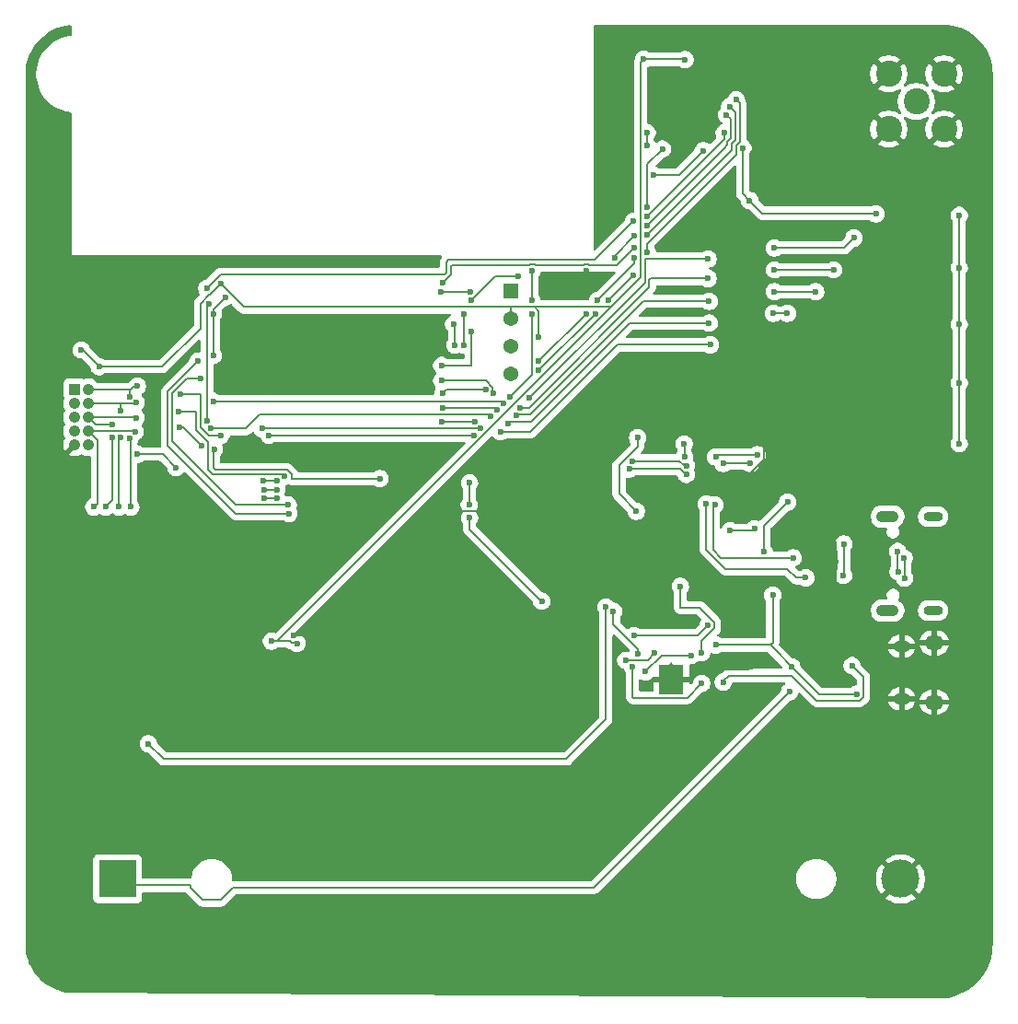
<source format=gbr>
%TF.GenerationSoftware,KiCad,Pcbnew,9.0.0*%
%TF.CreationDate,2025-06-04T09:40:56+09:00*%
%TF.ProjectId,FLP_PCB_host,464c505f-5043-4425-9f68-6f73742e6b69,rev?*%
%TF.SameCoordinates,Original*%
%TF.FileFunction,Copper,L2,Bot*%
%TF.FilePolarity,Positive*%
%FSLAX46Y46*%
G04 Gerber Fmt 4.6, Leading zero omitted, Abs format (unit mm)*
G04 Created by KiCad (PCBNEW 9.0.0) date 2025-06-04 09:40:56*
%MOMM*%
%LPD*%
G01*
G04 APERTURE LIST*
%TA.AperFunction,ComponentPad*%
%ADD10O,2.100000X1.050000*%
%TD*%
%TA.AperFunction,ComponentPad*%
%ADD11O,1.800000X0.900000*%
%TD*%
%TA.AperFunction,ComponentPad*%
%ADD12C,2.400000*%
%TD*%
%TA.AperFunction,ComponentPad*%
%ADD13R,1.050000X1.050000*%
%TD*%
%TA.AperFunction,ComponentPad*%
%ADD14C,1.050000*%
%TD*%
%TA.AperFunction,ComponentPad*%
%ADD15C,0.600000*%
%TD*%
%TA.AperFunction,SMDPad,CuDef*%
%ADD16R,2.300000X2.800000*%
%TD*%
%TA.AperFunction,ComponentPad*%
%ADD17R,3.500000X3.500000*%
%TD*%
%TA.AperFunction,ComponentPad*%
%ADD18C,3.500000*%
%TD*%
%TA.AperFunction,HeatsinkPad*%
%ADD19O,1.700000X1.350000*%
%TD*%
%TA.AperFunction,HeatsinkPad*%
%ADD20O,1.500000X1.100000*%
%TD*%
%TA.AperFunction,ComponentPad*%
%ADD21R,1.370000X1.370000*%
%TD*%
%TA.AperFunction,ComponentPad*%
%ADD22C,1.370000*%
%TD*%
%TA.AperFunction,HeatsinkPad*%
%ADD23C,0.600000*%
%TD*%
%TA.AperFunction,ViaPad*%
%ADD24C,0.600000*%
%TD*%
%TA.AperFunction,Conductor*%
%ADD25C,0.200000*%
%TD*%
G04 APERTURE END LIST*
D10*
%TO.P,UART1,SH1*%
%TO.N,N/C*%
X94820000Y-69320000D03*
%TO.P,UART1,SH2*%
X94820000Y-60680000D03*
D11*
%TO.P,UART1,SH3*%
X99000000Y-69320000D03*
%TO.P,UART1,SH4*%
X99000000Y-60680000D03*
%TD*%
D12*
%TO.P,J5,1*%
%TO.N,Net-(C20-Pad1)*%
X97460000Y-22540000D03*
%TO.P,J5,2*%
%TO.N,GND*%
X100000000Y-25080000D03*
%TO.P,J5,3*%
X100000000Y-20000000D03*
%TO.P,J5,4*%
X94920000Y-20000000D03*
%TO.P,J5,5*%
X94920000Y-25080000D03*
%TD*%
D13*
%TO.P,J3,1,1*%
%TO.N,3.3V OUT*%
X20030000Y-49000000D03*
D14*
%TO.P,J3,2,2*%
%TO.N,Net-(C8-Pad1)*%
X21300000Y-49000000D03*
%TO.P,J3,3,3*%
%TO.N,GND*%
X20030000Y-50270000D03*
%TO.P,J3,4,4*%
%TO.N,Net-(C13-Pad1)*%
X21300000Y-50270000D03*
%TO.P,J3,5,5*%
%TO.N,GND*%
X20030000Y-51540000D03*
%TO.P,J3,6,6*%
%TO.N,Net-(C14-Pad1)*%
X21300000Y-51540000D03*
%TO.P,J3,7,7*%
%TO.N,unconnected-(J3-Pad7)*%
X20030000Y-52810000D03*
%TO.P,J3,8,8*%
%TO.N,Net-(C15-Pad1)*%
X21300000Y-52810000D03*
%TO.P,J3,9,9*%
%TO.N,GND*%
X20030000Y-54080000D03*
%TO.P,J3,10,10*%
%TO.N,EN*%
X21300000Y-54080000D03*
%TD*%
D15*
%TO.P,U2,11,PAD*%
%TO.N,GND*%
X74425000Y-74900000D03*
X74425000Y-76400000D03*
X74925000Y-75650000D03*
D16*
X74925000Y-75650000D03*
D15*
X75425000Y-74900000D03*
X75425000Y-76400000D03*
%TD*%
D17*
%TO.P,BT1,1,+*%
%TO.N,Net-(BT1-+)*%
X24000000Y-94000000D03*
D18*
%TO.P,BT1,2,-*%
%TO.N,GND*%
X96000000Y-94000000D03*
%TD*%
D19*
%TO.P,Charger1,6,Shield*%
%TO.N,GND*%
X99115000Y-77755000D03*
D20*
X96115000Y-77445000D03*
X96115000Y-72605000D03*
D19*
X99115000Y-72295000D03*
%TD*%
D21*
%TO.P,J4,01,01*%
%TO.N,GND*%
X60200000Y-39977500D03*
D22*
%TO.P,J4,02,02*%
%TO.N,3.3V OUT*%
X60200000Y-42517500D03*
%TO.P,J4,03,03*%
%TO.N,I2C SCL*%
X60200000Y-45057500D03*
%TO.P,J4,04,04*%
%TO.N,I2C SDL*%
X60200000Y-47597500D03*
%TD*%
D23*
%TO.P,U1,39,GND*%
%TO.N,GND*%
X40850000Y-44990000D03*
X40850000Y-46390000D03*
X41550000Y-44290000D03*
X41550000Y-45690000D03*
X41550000Y-47090000D03*
X42250000Y-44990000D03*
X42250000Y-46390000D03*
X42950000Y-44290000D03*
X42950000Y-45690000D03*
X42950000Y-47090000D03*
X43650000Y-44990000D03*
X43650000Y-46390000D03*
%TD*%
D24*
%TO.N,Net-(Charger1-VBUS)*%
X84250000Y-67900000D03*
X79000000Y-72500000D03*
X92000000Y-77000000D03*
X86000000Y-74500000D03*
%TO.N,3.3V OUT*%
X40492464Y-72333744D03*
X101400000Y-54000000D03*
X101400000Y-37800000D03*
X20640000Y-45370000D03*
X33500000Y-39300000D03*
X38140000Y-72140000D03*
X93749265Y-32850735D03*
X101400000Y-43000000D03*
X72360000Y-18650000D03*
X101400000Y-48400000D03*
X71825000Y-53450000D03*
X62700000Y-44150000D03*
X82130000Y-31630000D03*
X22300000Y-46900000D03*
X73300000Y-29275000D03*
X76174265Y-18674265D03*
X101400000Y-33000000D03*
X77850735Y-27050735D03*
X71700000Y-60200000D03*
X81500000Y-26800000D03*
%TO.N,Net-(C8-Pad1)*%
X25200000Y-59800000D03*
X25800000Y-48700000D03*
X25092607Y-53518511D03*
X25085421Y-49670000D03*
%TO.N,EN*%
X32796902Y-45880000D03*
X32796902Y-42050000D03*
X33880267Y-40528797D03*
%TO.N,Net-(C13-Pad1)*%
X24300000Y-50940000D03*
X24100000Y-59800000D03*
X24300000Y-53410000D03*
X25700000Y-50200000D03*
%TO.N,Net-(C14-Pad1)*%
X23500000Y-52210000D03*
X23500000Y-53410000D03*
X25700000Y-51600000D03*
X22900000Y-59800000D03*
%TO.N,Net-(C15-Pad1)*%
X25600000Y-52900000D03*
X21800000Y-59800000D03*
%TO.N,TX*%
X76299188Y-56004908D03*
X71351765Y-55571765D03*
X55800000Y-42025000D03*
X55800000Y-44920000D03*
%TO.N,RX*%
X76300005Y-56804910D03*
X54999997Y-44920000D03*
X54900000Y-43000000D03*
X71059298Y-56316390D03*
%TO.N,I2C SCL*%
X56468235Y-39998235D03*
X53730000Y-40000000D03*
%TO.N,Net-(Q1-D)*%
X71500000Y-71650000D03*
X78300000Y-70700000D03*
%TO.N,GND*%
X89700000Y-62680000D03*
X73000000Y-46000000D03*
X89990000Y-67110000D03*
X72370000Y-48520000D03*
X25760000Y-64010000D03*
X67100000Y-38100000D03*
X26960000Y-61690000D03*
X80000000Y-21000000D03*
X73500000Y-60840000D03*
X71400000Y-66600000D03*
X77700000Y-74735413D03*
X21950000Y-41050000D03*
X72333235Y-47066765D03*
X83000000Y-53400000D03*
X40191338Y-71592578D03*
X68340000Y-60210000D03*
X66150000Y-39851000D03*
X22000000Y-38700000D03*
X90050000Y-64870000D03*
X82250000Y-74500000D03*
X78700000Y-58200000D03*
%TO.N,5v OUT*%
X83452500Y-63880000D03*
X85610000Y-59350000D03*
X77700000Y-73200000D03*
X68913101Y-68989911D03*
X72550000Y-74955276D03*
X75750000Y-67100000D03*
X76750000Y-73450000D03*
X26820000Y-81570000D03*
%TO.N,Net-(U2-VAUX)*%
X71869052Y-73300001D03*
X69600000Y-69400000D03*
%TO.N,Net-(U2-L)*%
X73400000Y-73250000D03*
X70730832Y-73900000D03*
%TO.N,Net-(U2-UVLO)*%
X71350000Y-74500000D03*
X77700000Y-76026388D03*
%TO.N,Net-(BT1-+)*%
X85800000Y-76800000D03*
%TO.N,Net-(U3-PROG)*%
X79700000Y-75900000D03*
X91550000Y-74400000D03*
%TO.N,Net-(Ctrl1-Pad3)*%
X84400000Y-38000000D03*
X89849265Y-38000735D03*
%TO.N,Net-(Down1-Pad3)*%
X84300000Y-42000000D03*
X85600000Y-42000000D03*
%TO.N,Net-(Enter&space1-Pad3)*%
X88200000Y-40000000D03*
X84400000Y-40000000D03*
%TO.N,Net-(U5-D-)*%
X86120000Y-64480000D03*
X78930000Y-59600000D03*
%TO.N,Net-(U5-D+)*%
X78130000Y-59540000D03*
X87290000Y-66320000D03*
%TO.N,Net-(Find_Host1-Pad3)*%
X84400000Y-36000000D03*
X91724265Y-35075735D03*
%TO.N,Net-(U5-~{RST})*%
X80340000Y-61992067D03*
X82570000Y-61800000D03*
%TO.N,DTR*%
X25800000Y-54950000D03*
X37435000Y-58200000D03*
X38635000Y-58200000D03*
X29377767Y-56202233D03*
%TO.N,MTDO*%
X32900000Y-54500000D03*
X31700000Y-54174265D03*
X48100000Y-57199000D03*
X29700000Y-52500000D03*
%TO.N,MTCK*%
X39320542Y-56987644D03*
X29600000Y-51000000D03*
%TO.N,MTMS*%
X29800000Y-49400000D03*
X33500000Y-53200000D03*
%TO.N,RESET*%
X62100000Y-40825000D03*
X72700000Y-26600000D03*
X60041260Y-49700000D03*
X53800000Y-51950000D03*
X62100000Y-42025000D03*
X56891553Y-51938889D03*
X72700000Y-25400000D03*
X62120000Y-38100000D03*
%TO.N,SCK*%
X53900000Y-49350000D03*
X79798000Y-25387500D03*
X72700000Y-33054418D03*
X68150000Y-40800000D03*
X57831939Y-48988240D03*
X71500000Y-36900000D03*
X62700000Y-46402946D03*
X67077945Y-42025000D03*
%TO.N,NSS(CS)*%
X71450735Y-38500735D03*
X58578883Y-49322587D03*
X72700000Y-36400000D03*
X67926473Y-42025000D03*
X53800000Y-48200000D03*
X62700000Y-47251473D03*
X80900000Y-22350000D03*
X69100000Y-40825000D03*
%TO.N,MISO*%
X69700000Y-36900000D03*
X56490000Y-40825000D03*
X80012816Y-23746679D03*
X72700000Y-33902945D03*
X56490000Y-43670000D03*
X53800000Y-46800000D03*
X71500000Y-34900000D03*
X60800000Y-38570000D03*
%TO.N,MOSI*%
X71500000Y-35950000D03*
X80300000Y-23000000D03*
X72700000Y-34751473D03*
X53900000Y-39150000D03*
%TO.N,DIO0(IRQ)*%
X74100000Y-26900000D03*
X32196902Y-51908975D03*
X32190000Y-39710000D03*
X71450000Y-33550000D03*
X32396111Y-41164424D03*
X72700000Y-32201472D03*
%TO.N,RTS*%
X76124265Y-55224265D03*
X38635000Y-59000003D03*
X76100000Y-54000000D03*
X37435000Y-59000003D03*
%TO.N,IO0*%
X37379136Y-57401950D03*
X38635000Y-57399997D03*
%TO.N,GPS_Reset*%
X63000000Y-68470000D03*
X56360000Y-57600000D03*
X56340000Y-59610000D03*
X56360000Y-60810000D03*
%TO.N,Net-(U5-RXD)*%
X79000000Y-55200000D03*
X82812500Y-55000000D03*
%TO.N,Net-(U5-TXD)*%
X79700000Y-55800000D03*
X82200000Y-55800000D03*
%TO.N,Net-(UART1-CC2)*%
X90760000Y-66110000D03*
X90780000Y-63210000D03*
%TO.N,GPS_TX*%
X39757413Y-60396251D03*
X31370000Y-46410000D03*
%TO.N,Find_Host*%
X78300000Y-37000000D03*
X59512110Y-50300000D03*
X61874265Y-49774265D03*
X32800000Y-50100000D03*
%TO.N,Enter&space*%
X78400000Y-40900000D03*
X58274953Y-51500000D03*
X32600000Y-52600000D03*
X60626369Y-51400000D03*
%TO.N,Up*%
X78500000Y-44900000D03*
X59200000Y-52900000D03*
X37900000Y-53200000D03*
X56751473Y-53200000D03*
%TO.N,Down*%
X59900000Y-52100000D03*
X57375735Y-52575735D03*
X78400000Y-42900000D03*
X37261397Y-52600000D03*
%TO.N,Ctrl*%
X53900000Y-50700000D03*
X60978530Y-50670000D03*
X78300000Y-38800000D03*
X58858032Y-50900000D03*
%TO.N,Net-(U8-I{slash}O2-Pad3)*%
X96340000Y-64500000D03*
X96380000Y-66350000D03*
%TO.N,Net-(U8-I{slash}O1-Pad1)*%
X95740000Y-63900000D03*
X95790000Y-65750000D03*
%TO.N,GPS_Rx*%
X31596902Y-47990000D03*
X39680000Y-59600003D03*
%TD*%
D25*
%TO.N,Net-(Charger1-VBUS)*%
X84250000Y-72250000D02*
X84000000Y-72500000D01*
X86500000Y-75000000D02*
X86000000Y-74500000D01*
X88500000Y-77000000D02*
X86500000Y-75000000D01*
X79000000Y-72500000D02*
X84000000Y-72500000D01*
X92000000Y-77000000D02*
X88500000Y-77000000D01*
X84250000Y-67900000D02*
X84250000Y-72250000D01*
X84000000Y-72500000D02*
X86500000Y-75000000D01*
%TO.N,3.3V OUT*%
X76150000Y-18650000D02*
X76174265Y-18674265D01*
X70110000Y-55965000D02*
X70110000Y-58610000D01*
X20640000Y-45370000D02*
X20770000Y-45370000D01*
X81500000Y-31000000D02*
X81500000Y-26800000D01*
X62723618Y-44126382D02*
X62723618Y-41798675D01*
X28100000Y-46900000D02*
X22300000Y-46900000D01*
X61700000Y-41425000D02*
X60200000Y-41425000D01*
X40458720Y-72300000D02*
X39990000Y-72300000D01*
X40492464Y-72333744D02*
X40458720Y-72300000D01*
X101400000Y-48400000D02*
X101400000Y-54000000D01*
X72360000Y-18650000D02*
X72100000Y-18910000D01*
X82130000Y-31630000D02*
X81500000Y-31000000D01*
X39990000Y-72300000D02*
X39830000Y-72140000D01*
X62349943Y-41425000D02*
X61700000Y-41425000D01*
X69375000Y-41425000D02*
X61700000Y-41425000D01*
X101400000Y-33000000D02*
X101400000Y-37800000D01*
X31596902Y-41113690D02*
X32399592Y-40311000D01*
X20770000Y-45370000D02*
X22300000Y-46900000D01*
X72100000Y-18910000D02*
X72100000Y-38700000D01*
X83300000Y-32800000D02*
X82130000Y-31630000D01*
X39830000Y-72140000D02*
X38140000Y-72140000D01*
X77849265Y-27050735D02*
X77850735Y-27050735D01*
X75625000Y-29275000D02*
X77849265Y-27050735D01*
X70110000Y-58610000D02*
X71700000Y-60200000D01*
X31596902Y-43403098D02*
X28100000Y-46900000D01*
X71825000Y-53450000D02*
X71825000Y-54250000D01*
X38660000Y-72140000D02*
X69375000Y-41425000D01*
X93749265Y-32850735D02*
X93698530Y-32800000D01*
X93698530Y-32800000D02*
X83300000Y-32800000D01*
X101400000Y-37800000D02*
X101400000Y-43000000D01*
X35625000Y-41425000D02*
X33500000Y-39300000D01*
X38140000Y-72140000D02*
X38660000Y-72140000D01*
X62700000Y-44150000D02*
X62723618Y-44126382D01*
X60200000Y-41425000D02*
X35625000Y-41425000D01*
X60200000Y-42517500D02*
X60200000Y-41425000D01*
X72100000Y-38700000D02*
X69375000Y-41425000D01*
X101400000Y-43000000D02*
X101400000Y-48400000D01*
X62723618Y-41798675D02*
X62349943Y-41425000D01*
X72360000Y-18650000D02*
X76150000Y-18650000D01*
X31596902Y-41113690D02*
X31596902Y-43403098D01*
X71825000Y-54250000D02*
X70110000Y-55965000D01*
X32399592Y-40311000D02*
X32489000Y-40311000D01*
X32489000Y-40311000D02*
X33500000Y-39300000D01*
X73300000Y-29275000D02*
X75625000Y-29275000D01*
%TO.N,Net-(C8-Pad1)*%
X25200000Y-53625904D02*
X25092607Y-53518511D01*
X25500000Y-48700000D02*
X25200000Y-49000000D01*
X25200000Y-49000000D02*
X21300000Y-49000000D01*
X25800000Y-48700000D02*
X25500000Y-48700000D01*
X25085421Y-49114579D02*
X25200000Y-49000000D01*
X25200000Y-59800000D02*
X25200000Y-53625904D01*
X25085421Y-49670000D02*
X25085421Y-49114579D01*
%TO.N,EN*%
X32796902Y-45880000D02*
X32796902Y-42050000D01*
X32796902Y-42050000D02*
X32796902Y-41612162D01*
X32796902Y-41612162D02*
X33880267Y-40528797D01*
%TO.N,Net-(C13-Pad1)*%
X24300000Y-50370000D02*
X24200000Y-50270000D01*
X24100000Y-53610000D02*
X24300000Y-53410000D01*
X25700000Y-50200000D02*
X25630000Y-50270000D01*
X24100000Y-59800000D02*
X24100000Y-53610000D01*
X25630000Y-50270000D02*
X24200000Y-50270000D01*
X24300000Y-50940000D02*
X24300000Y-50370000D01*
X24200000Y-50270000D02*
X21300000Y-50270000D01*
%TO.N,Net-(C14-Pad1)*%
X25640000Y-51540000D02*
X21300000Y-51540000D01*
X23500000Y-59200000D02*
X23500000Y-53410000D01*
X25700000Y-51600000D02*
X25640000Y-51540000D01*
X23500000Y-52210000D02*
X21970000Y-52210000D01*
X22900000Y-59800000D02*
X23500000Y-59200000D01*
X21970000Y-52210000D02*
X21300000Y-51540000D01*
%TO.N,Net-(C15-Pad1)*%
X25510000Y-52810000D02*
X21300000Y-52810000D01*
X22126000Y-53636000D02*
X21300000Y-52810000D01*
X21800000Y-59800000D02*
X22126000Y-59474000D01*
X25600000Y-52900000D02*
X25510000Y-52810000D01*
X22126000Y-59474000D02*
X22126000Y-53636000D01*
%TO.N,TX*%
X76040057Y-55990000D02*
X76284280Y-55990000D01*
X71351765Y-55571765D02*
X71353530Y-55570000D01*
X75620057Y-55570000D02*
X76040057Y-55990000D01*
X76284280Y-55990000D02*
X76299188Y-56004908D01*
X71353530Y-55570000D02*
X75620057Y-55570000D01*
X55800000Y-44920000D02*
X55800000Y-42025000D01*
%TO.N,RX*%
X75764337Y-56320000D02*
X76050245Y-56605908D01*
X71059298Y-56316390D02*
X71062908Y-56320000D01*
X54999997Y-44920000D02*
X54999997Y-43099997D01*
X76101003Y-56605908D02*
X76300005Y-56804910D01*
X54999997Y-43099997D02*
X54900000Y-43000000D01*
X71062908Y-56320000D02*
X75764337Y-56320000D01*
X76050245Y-56605908D02*
X76101003Y-56605908D01*
%TO.N,I2C SCL*%
X56468235Y-39998235D02*
X56466470Y-40000000D01*
X56466470Y-40000000D02*
X53730000Y-40000000D01*
%TO.N,Net-(Q1-D)*%
X77350000Y-71650000D02*
X78300000Y-70700000D01*
X71500000Y-71650000D02*
X77350000Y-71650000D01*
%TO.N,GND*%
X68540000Y-60210000D02*
X71400000Y-63070000D01*
X41137422Y-71592578D02*
X52520000Y-60210000D01*
X71400000Y-62940000D02*
X71400000Y-63070000D01*
X25760000Y-62890000D02*
X25760000Y-64010000D01*
X80649943Y-58200000D02*
X78700000Y-58200000D01*
X90050000Y-67050000D02*
X89990000Y-67110000D01*
X83413500Y-53813500D02*
X83413500Y-55436443D01*
X80000000Y-21000000D02*
X94920000Y-21000000D01*
X76140000Y-58200000D02*
X73500000Y-60840000D01*
X78700000Y-58200000D02*
X76140000Y-58200000D01*
X66150000Y-39851000D02*
X67250000Y-38751000D01*
X90050000Y-63030000D02*
X90050000Y-64870000D01*
X73500000Y-60840000D02*
X71400000Y-62940000D01*
X67250000Y-38250000D02*
X67250000Y-38751000D01*
X72370000Y-48520000D02*
X77250000Y-53400000D01*
X71400000Y-63070000D02*
X71400000Y-66600000D01*
X77250000Y-53400000D02*
X83000000Y-53400000D01*
X77700000Y-74735413D02*
X82014587Y-74735413D01*
X21950000Y-41050000D02*
X21950000Y-38750000D01*
X89700000Y-62680000D02*
X90050000Y-63030000D01*
X72333235Y-46666765D02*
X73000000Y-46000000D01*
X82014587Y-74735413D02*
X82250000Y-74500000D01*
X67100000Y-38100000D02*
X67250000Y-38250000D01*
X40191338Y-71592578D02*
X41137422Y-71592578D01*
X72333235Y-47066765D02*
X72333235Y-46666765D01*
X21950000Y-38750000D02*
X22000000Y-38700000D01*
X26960000Y-61690000D02*
X25760000Y-62890000D01*
X90050000Y-64870000D02*
X90050000Y-67050000D01*
X83413500Y-55436443D02*
X80649943Y-58200000D01*
X68340000Y-60210000D02*
X68540000Y-60210000D01*
X83000000Y-53400000D02*
X83413500Y-53813500D01*
X52520000Y-60210000D02*
X68340000Y-60210000D01*
%TO.N,5v OUT*%
X83452500Y-61507500D02*
X83452500Y-63880000D01*
X28230000Y-82980000D02*
X26820000Y-81570000D01*
X77499943Y-69050000D02*
X75750000Y-69050000D01*
X78901000Y-70948943D02*
X78901000Y-70451057D01*
X68913101Y-68989911D02*
X68913101Y-79326899D01*
X75750000Y-69050000D02*
X75750000Y-67100000D01*
X65260000Y-82980000D02*
X28230000Y-82980000D01*
X74055276Y-73450000D02*
X76750000Y-73450000D01*
X77700000Y-72149943D02*
X78901000Y-70948943D01*
X72550000Y-74955276D02*
X74055276Y-73450000D01*
X78901000Y-70451057D02*
X77499943Y-69050000D01*
X85610000Y-59350000D02*
X83452500Y-61507500D01*
X68913101Y-79326899D02*
X65260000Y-82980000D01*
X77700000Y-73200000D02*
X77700000Y-72149943D01*
%TO.N,Net-(U2-VAUX)*%
X71869052Y-72868052D02*
X69600000Y-70599000D01*
X69600000Y-70599000D02*
X69600000Y-69400000D01*
X71869052Y-73300001D02*
X71869052Y-72868052D01*
%TO.N,Net-(U2-L)*%
X72750000Y-73900000D02*
X70730832Y-73900000D01*
X73400000Y-73250000D02*
X72750000Y-73900000D01*
%TO.N,Net-(U2-UVLO)*%
X76376000Y-77350388D02*
X77700000Y-76026388D01*
X71350000Y-77250000D02*
X71450388Y-77350388D01*
X71350000Y-74500000D02*
X71350000Y-77250000D01*
X71450388Y-77350388D02*
X76376000Y-77350388D01*
%TO.N,Net-(BT1-+)*%
X34596000Y-94800000D02*
X34596000Y-94808131D01*
X34596000Y-94808131D02*
X33453131Y-95951000D01*
X30694000Y-94808131D02*
X30694000Y-94600000D01*
X30694000Y-94600000D02*
X24000000Y-94600000D01*
X67800000Y-94800000D02*
X34596000Y-94800000D01*
X33453131Y-95951000D02*
X31836869Y-95951000D01*
X31836869Y-95951000D02*
X30694000Y-94808131D01*
X24000000Y-94600000D02*
X24000000Y-93902000D01*
X85800000Y-76800000D02*
X67800000Y-94800000D01*
%TO.N,Net-(U3-PROG)*%
X92601000Y-77248943D02*
X92601000Y-75451000D01*
X88311000Y-77601000D02*
X92248943Y-77601000D01*
X92601000Y-75451000D02*
X91550000Y-74400000D01*
X79700000Y-75800000D02*
X80200000Y-75300000D01*
X80200000Y-75300000D02*
X86010000Y-75300000D01*
X92248943Y-77601000D02*
X92601000Y-77248943D01*
X79700000Y-75900000D02*
X79700000Y-75800000D01*
X86010000Y-75300000D02*
X88311000Y-77601000D01*
%TO.N,Net-(Ctrl1-Pad3)*%
X89400000Y-38000000D02*
X84400000Y-38000000D01*
X89400735Y-38000735D02*
X89400000Y-38000000D01*
X89849265Y-38000735D02*
X89400735Y-38000735D01*
%TO.N,Net-(Down1-Pad3)*%
X84300000Y-42000000D02*
X85600000Y-42000000D01*
%TO.N,Net-(Enter&space1-Pad3)*%
X88200000Y-40000000D02*
X84400000Y-40000000D01*
%TO.N,Net-(U5-D-)*%
X78850000Y-59600000D02*
X78760000Y-59690000D01*
X78930000Y-59600000D02*
X78850000Y-59600000D01*
X78760000Y-59690000D02*
X78760000Y-63780000D01*
X79460000Y-64480000D02*
X86120000Y-64480000D01*
X78760000Y-63780000D02*
X79460000Y-64480000D01*
%TO.N,Net-(U5-D+)*%
X78130000Y-63717100D02*
X78130000Y-59540000D01*
X86440000Y-66320000D02*
X85600000Y-65480000D01*
X79892900Y-65480000D02*
X78130000Y-63717100D01*
X87290000Y-66320000D02*
X86440000Y-66320000D01*
X85600000Y-65480000D02*
X79892900Y-65480000D01*
%TO.N,Net-(Find_Host1-Pad3)*%
X84400000Y-36000000D02*
X90800000Y-36000000D01*
X90800000Y-36000000D02*
X91724265Y-35075735D01*
%TO.N,Net-(U5-~{RST})*%
X82377933Y-61992067D02*
X82570000Y-61800000D01*
X80340000Y-61992067D02*
X82377933Y-61992067D01*
%TO.N,DTR*%
X29377767Y-56202233D02*
X28125534Y-54950000D01*
X28125534Y-54950000D02*
X25800000Y-54950000D01*
X37435000Y-58200000D02*
X38635000Y-58200000D01*
%TO.N,MTDO*%
X33011353Y-56386644D02*
X39569485Y-56386644D01*
X48099000Y-57200000D02*
X48100000Y-57199000D01*
X40000000Y-57200000D02*
X48099000Y-57200000D01*
X40000000Y-56817159D02*
X40000000Y-57200000D01*
X32802003Y-56200000D02*
X33000000Y-56397997D01*
X30025735Y-52500000D02*
X31700000Y-54174265D01*
X32900000Y-54500000D02*
X32802003Y-54597997D01*
X39569485Y-56386644D02*
X40000000Y-56817159D01*
X29700000Y-52500000D02*
X30025735Y-52500000D01*
X32802003Y-54597997D02*
X32802003Y-56200000D01*
X33000000Y-56397997D02*
X33011353Y-56386644D01*
%TO.N,MTCK*%
X31194902Y-52694902D02*
X32300000Y-53800000D01*
X32300000Y-53800000D02*
X32300000Y-56410000D01*
X32688997Y-56798997D02*
X39131895Y-56798997D01*
X29600000Y-51000000D02*
X31194902Y-51000000D01*
X39131895Y-56798997D02*
X39320542Y-56987644D01*
X31194902Y-51000000D02*
X31194902Y-52694902D01*
X32300000Y-56410000D02*
X32688997Y-56798997D01*
%TO.N,MTMS*%
X29800000Y-49400000D02*
X31595902Y-49400000D01*
X31595902Y-52445845D02*
X32350057Y-53200000D01*
X31595902Y-49400000D02*
X31595902Y-52445845D01*
X32350057Y-53200000D02*
X33500000Y-53200000D01*
%TO.N,RESET*%
X72700000Y-25400000D02*
X72700000Y-26600000D01*
X62100000Y-47641260D02*
X62100000Y-42025000D01*
X53811111Y-51938889D02*
X53800000Y-51950000D01*
X62120000Y-38110000D02*
X62100000Y-38130000D01*
X56891553Y-51938889D02*
X53811111Y-51938889D01*
X62120000Y-38100000D02*
X62120000Y-38110000D01*
X62100000Y-38130000D02*
X62100000Y-40825000D01*
X60041260Y-49700000D02*
X62100000Y-47641260D01*
%TO.N,SCK*%
X71500000Y-37450000D02*
X68150000Y-40800000D01*
X79798000Y-25387500D02*
X79798000Y-25952000D01*
X57831939Y-48988240D02*
X54261760Y-48988240D01*
X72700000Y-33050000D02*
X79798000Y-25952000D01*
X71500000Y-36900000D02*
X71500000Y-37450000D01*
X72700000Y-33050000D02*
X72700000Y-33054418D01*
X54261760Y-48988240D02*
X53900000Y-49350000D01*
X62700000Y-46402946D02*
X67077945Y-42025000D01*
%TO.N,NSS(CS)*%
X57892228Y-48200000D02*
X53800000Y-48200000D01*
X71450735Y-38500735D02*
X69126470Y-40825000D01*
X67926473Y-42025000D02*
X62700000Y-47251473D01*
X69126470Y-40825000D02*
X69100000Y-40825000D01*
X81200000Y-22650000D02*
X81200000Y-26250057D01*
X58500735Y-49244439D02*
X58500735Y-48808507D01*
X80900000Y-22350000D02*
X81200000Y-22650000D01*
X58500735Y-48808507D02*
X57892228Y-48200000D01*
X80899000Y-27401000D02*
X72700000Y-35600000D01*
X72700000Y-35600000D02*
X72700000Y-36400000D01*
X81200000Y-26250057D02*
X80899000Y-26551057D01*
X58578883Y-49322587D02*
X58500735Y-49244439D01*
X80899000Y-26551057D02*
X80899000Y-27401000D01*
%TO.N,MISO*%
X56490000Y-43670000D02*
X56490000Y-46800000D01*
X79815572Y-26784428D02*
X79815572Y-26787373D01*
X69700000Y-36700000D02*
X69700000Y-36900000D01*
X80398000Y-24131863D02*
X80398000Y-25917857D01*
X80097000Y-26218857D02*
X80097000Y-26503000D01*
X80012816Y-23746679D02*
X80398000Y-24131863D01*
X58745000Y-38570000D02*
X60800000Y-38570000D01*
X79815572Y-26787373D02*
X72700000Y-33902945D01*
X56490000Y-46800000D02*
X53800000Y-46800000D01*
X71500000Y-34900000D02*
X69700000Y-36700000D01*
X80097000Y-26503000D02*
X79815572Y-26784428D01*
X80398000Y-25917857D02*
X80097000Y-26218857D01*
X56490000Y-40825000D02*
X58745000Y-38570000D01*
%TO.N,MOSI*%
X66810057Y-37540000D02*
X62409943Y-37540000D01*
X61830057Y-37540000D02*
X54760000Y-37540000D01*
X66851057Y-37499000D02*
X66810057Y-37540000D01*
X54650000Y-38400000D02*
X53900000Y-39150000D01*
X80498000Y-26384957D02*
X80498000Y-26953473D01*
X61871057Y-37499000D02*
X61830057Y-37540000D01*
X80498000Y-26953473D02*
X72700000Y-34751473D01*
X67389943Y-37540000D02*
X67348943Y-37499000D01*
X80498000Y-26384957D02*
X80799000Y-26083957D01*
X71500000Y-35950000D02*
X69910000Y-37540000D01*
X54760000Y-37540000D02*
X54650000Y-37650000D01*
X62368943Y-37499000D02*
X61871057Y-37499000D01*
X69910000Y-37540000D02*
X67389943Y-37540000D01*
X80799000Y-23499000D02*
X80799000Y-26083957D01*
X62409943Y-37540000D02*
X62368943Y-37499000D01*
X54650000Y-37650000D02*
X54650000Y-38400000D01*
X67348943Y-37499000D02*
X66851057Y-37499000D01*
X80300000Y-23000000D02*
X80799000Y-23499000D01*
%TO.N,DIO0(IRQ)*%
X72700000Y-28300000D02*
X72700000Y-32201472D01*
X32196902Y-41363633D02*
X32196902Y-51908975D01*
X54433900Y-37099000D02*
X54199000Y-37333900D01*
X32396111Y-41164424D02*
X32196902Y-41363633D01*
X54199000Y-38283900D02*
X54066450Y-38416450D01*
X74100000Y-26900000D02*
X72700000Y-28300000D01*
X71450000Y-33550000D02*
X67901000Y-37099000D01*
X54433900Y-37099000D02*
X67901000Y-37099000D01*
X54199000Y-37333900D02*
X54199000Y-38283900D01*
X54066450Y-38416450D02*
X33483550Y-38416450D01*
X32190000Y-39710000D02*
X33483550Y-38416450D01*
%TO.N,RTS*%
X76124265Y-55224265D02*
X76124265Y-54024265D01*
X76124265Y-54024265D02*
X76100000Y-54000000D01*
X37435000Y-59000003D02*
X38635000Y-59000003D01*
%TO.N,IO0*%
X37379136Y-57401950D02*
X38633047Y-57401950D01*
X38633047Y-57401950D02*
X38635000Y-57399997D01*
%TO.N,GPS_Reset*%
X62990000Y-68470000D02*
X56360000Y-61840000D01*
X56340000Y-59610000D02*
X56360000Y-59590000D01*
X63000000Y-68470000D02*
X62990000Y-68470000D01*
X56360000Y-59590000D02*
X56360000Y-57600000D01*
X56360000Y-61840000D02*
X56360000Y-60810000D01*
%TO.N,Net-(U5-RXD)*%
X82812500Y-55000000D02*
X79200000Y-55000000D01*
X79200000Y-55000000D02*
X79000000Y-55200000D01*
%TO.N,Net-(U5-TXD)*%
X82200000Y-55800000D02*
X79700000Y-55800000D01*
%TO.N,Net-(UART1-CC2)*%
X90760000Y-66110000D02*
X90780000Y-66090000D01*
X90780000Y-66090000D02*
X90780000Y-63210000D01*
%TO.N,GPS_TX*%
X28598000Y-49184957D02*
X28598000Y-54132200D01*
X31052957Y-46727043D02*
X31052957Y-46730000D01*
X28598000Y-54132200D02*
X34862051Y-60396251D01*
X31370000Y-46410000D02*
X31052957Y-46727043D01*
X34862051Y-60396251D02*
X39757413Y-60396251D01*
X31052957Y-46730000D02*
X28598000Y-49184957D01*
%TO.N,Find_Host*%
X72501000Y-37000000D02*
X78300000Y-37000000D01*
X72501000Y-39147530D02*
X72501000Y-37000000D01*
X61874265Y-49774265D02*
X72501000Y-39147530D01*
X59312110Y-50100000D02*
X32800000Y-50100000D01*
X59512110Y-50300000D02*
X59312110Y-50100000D01*
%TO.N,Enter&space*%
X72320000Y-40900000D02*
X78400000Y-40900000D01*
X58100688Y-51325735D02*
X37074265Y-51325735D01*
X37074265Y-51325735D02*
X35800000Y-52600000D01*
X61912937Y-51307063D02*
X72320000Y-40900000D01*
X60719306Y-51307063D02*
X61912937Y-51307063D01*
X58274953Y-51500000D02*
X58100688Y-51325735D01*
X35800000Y-52600000D02*
X32600000Y-52600000D01*
X60626369Y-51400000D02*
X60719306Y-51307063D01*
%TO.N,Up*%
X78500000Y-44900000D02*
X69940000Y-44900000D01*
X69940000Y-44900000D02*
X61940000Y-52900000D01*
X56751473Y-53200000D02*
X37900000Y-53200000D01*
X61940000Y-52900000D02*
X59200000Y-52900000D01*
%TO.N,Down*%
X57351470Y-52600000D02*
X57375735Y-52575735D01*
X71100000Y-42900000D02*
X62000000Y-52000000D01*
X37261397Y-52600000D02*
X57351470Y-52600000D01*
X62000000Y-52000000D02*
X60000000Y-52000000D01*
X60000000Y-52000000D02*
X59900000Y-52100000D01*
X78400000Y-42900000D02*
X71100000Y-42900000D01*
%TO.N,Ctrl*%
X72902000Y-39596473D02*
X72902000Y-38898000D01*
X58658032Y-50700000D02*
X58858032Y-50900000D01*
X53900000Y-50700000D02*
X58658032Y-50700000D01*
X73000000Y-38800000D02*
X78300000Y-38800000D01*
X60978530Y-50670000D02*
X61828473Y-50670000D01*
X61828473Y-50670000D02*
X72902000Y-39596473D01*
X72902000Y-38898000D02*
X73000000Y-38800000D01*
%TO.N,Net-(U8-I{slash}O2-Pad3)*%
X96391000Y-66339000D02*
X96380000Y-66350000D01*
X96340000Y-64500000D02*
X96391000Y-64551000D01*
X96391000Y-64551000D02*
X96391000Y-66339000D01*
%TO.N,Net-(U8-I{slash}O1-Pad1)*%
X95740000Y-65700000D02*
X95790000Y-65750000D01*
X95740000Y-63900000D02*
X95740000Y-65700000D01*
%TO.N,GPS_Rx*%
X28999000Y-53719000D02*
X28999000Y-49351057D01*
X30360057Y-47990000D02*
X31596902Y-47990000D01*
X28999000Y-49351057D02*
X30360057Y-47990000D01*
X39680000Y-59600003D02*
X34880003Y-59600003D01*
X34880003Y-59600003D02*
X28999000Y-53719000D01*
%TD*%
%TA.AperFunction,Conductor*%
%TO.N,GND*%
G36*
X100002702Y-15500617D02*
G01*
X100386771Y-15517386D01*
X100397506Y-15518326D01*
X100775971Y-15568152D01*
X100786597Y-15570025D01*
X101159284Y-15652648D01*
X101169710Y-15655442D01*
X101533765Y-15770227D01*
X101543911Y-15773920D01*
X101896578Y-15920000D01*
X101906369Y-15924566D01*
X102244942Y-16100816D01*
X102254310Y-16106224D01*
X102576244Y-16311318D01*
X102585105Y-16317523D01*
X102887930Y-16549889D01*
X102896217Y-16556843D01*
X103177635Y-16814715D01*
X103185284Y-16822364D01*
X103443156Y-17103782D01*
X103450110Y-17112069D01*
X103682476Y-17414894D01*
X103688681Y-17423755D01*
X103893775Y-17745689D01*
X103899183Y-17755057D01*
X104075430Y-18093623D01*
X104080002Y-18103427D01*
X104226075Y-18456078D01*
X104229775Y-18466244D01*
X104344554Y-18830278D01*
X104347354Y-18840727D01*
X104429971Y-19213389D01*
X104431849Y-19224042D01*
X104481671Y-19602473D01*
X104482614Y-19613249D01*
X104499382Y-19997297D01*
X104499500Y-20002706D01*
X104499500Y-99997438D01*
X104499394Y-100002562D01*
X104482636Y-100407726D01*
X104481790Y-100417940D01*
X104431947Y-100817802D01*
X104430260Y-100827910D01*
X104347569Y-101222285D01*
X104345053Y-101232221D01*
X104230075Y-101618423D01*
X104226747Y-101628116D01*
X104080271Y-102003502D01*
X104076154Y-102012887D01*
X103899186Y-102374880D01*
X103894309Y-102383894D01*
X103688037Y-102730064D01*
X103682431Y-102738644D01*
X103448284Y-103066587D01*
X103441989Y-103074674D01*
X103181566Y-103382155D01*
X103174625Y-103389695D01*
X102889695Y-103674625D01*
X102882155Y-103681566D01*
X102574674Y-103941989D01*
X102566587Y-103948284D01*
X102238644Y-104182431D01*
X102230064Y-104188037D01*
X101883894Y-104394309D01*
X101874880Y-104399186D01*
X101512887Y-104576154D01*
X101503502Y-104580271D01*
X101128116Y-104726747D01*
X101118423Y-104730075D01*
X100732221Y-104845053D01*
X100722285Y-104847569D01*
X100327910Y-104930260D01*
X100317802Y-104931947D01*
X99917940Y-104981790D01*
X99907726Y-104982636D01*
X99503175Y-104999368D01*
X99497271Y-104999472D01*
X20076832Y-104499972D01*
X20076827Y-104499972D01*
X20067434Y-104499912D01*
X20065892Y-104499500D01*
X20002256Y-104499500D01*
X20001940Y-104499498D01*
X20001885Y-104499481D01*
X19997316Y-104499382D01*
X19995418Y-104499299D01*
X19613247Y-104482613D01*
X19602474Y-104481671D01*
X19483647Y-104466027D01*
X19224042Y-104431849D01*
X19213389Y-104429971D01*
X18840727Y-104347354D01*
X18830278Y-104344554D01*
X18466244Y-104229775D01*
X18456078Y-104226075D01*
X18103427Y-104080002D01*
X18093623Y-104075430D01*
X17755057Y-103899183D01*
X17745689Y-103893775D01*
X17423755Y-103688681D01*
X17414894Y-103682476D01*
X17112069Y-103450110D01*
X17103782Y-103443156D01*
X16822364Y-103185284D01*
X16814715Y-103177635D01*
X16556843Y-102896217D01*
X16549889Y-102887930D01*
X16317523Y-102585105D01*
X16311318Y-102576244D01*
X16106224Y-102254310D01*
X16100816Y-102244942D01*
X16014160Y-102078478D01*
X15924566Y-101906369D01*
X15919997Y-101896572D01*
X15808799Y-101628116D01*
X15773920Y-101543911D01*
X15770224Y-101533755D01*
X15655442Y-101169710D01*
X15652648Y-101159284D01*
X15570025Y-100786597D01*
X15568152Y-100775971D01*
X15518326Y-100397506D01*
X15517386Y-100386771D01*
X15500618Y-100002702D01*
X15500500Y-99997293D01*
X15500500Y-92202135D01*
X21749500Y-92202135D01*
X21749500Y-95797870D01*
X21749501Y-95797876D01*
X21755908Y-95857483D01*
X21806202Y-95992328D01*
X21806206Y-95992335D01*
X21892452Y-96107544D01*
X21892455Y-96107547D01*
X22007664Y-96193793D01*
X22007671Y-96193797D01*
X22142517Y-96244091D01*
X22142516Y-96244091D01*
X22149444Y-96244835D01*
X22202127Y-96250500D01*
X25797872Y-96250499D01*
X25857483Y-96244091D01*
X25992331Y-96193796D01*
X26107546Y-96107546D01*
X26193796Y-95992331D01*
X26244091Y-95857483D01*
X26250500Y-95797873D01*
X26250500Y-95324500D01*
X26270185Y-95257461D01*
X26322989Y-95211706D01*
X26374500Y-95200500D01*
X30185771Y-95200500D01*
X30215207Y-95209143D01*
X30245197Y-95215667D01*
X30250213Y-95219422D01*
X30252810Y-95220185D01*
X30273451Y-95236818D01*
X30325284Y-95288651D01*
X30325285Y-95288651D01*
X30332353Y-95295719D01*
X31352008Y-96315374D01*
X31352018Y-96315385D01*
X31356348Y-96319715D01*
X31356349Y-96319716D01*
X31468153Y-96431520D01*
X31554964Y-96481639D01*
X31554966Y-96481641D01*
X31593020Y-96503611D01*
X31605084Y-96510577D01*
X31757812Y-96551501D01*
X31757815Y-96551501D01*
X31923522Y-96551501D01*
X31923538Y-96551500D01*
X33366462Y-96551500D01*
X33366478Y-96551501D01*
X33374074Y-96551501D01*
X33532185Y-96551501D01*
X33532188Y-96551501D01*
X33684916Y-96510577D01*
X33735035Y-96481639D01*
X33821847Y-96431520D01*
X33933651Y-96319716D01*
X33933651Y-96319714D01*
X33943859Y-96309507D01*
X33943860Y-96309504D01*
X34816547Y-95436819D01*
X34877870Y-95403334D01*
X34904228Y-95400500D01*
X67713331Y-95400500D01*
X67713347Y-95400501D01*
X67720943Y-95400501D01*
X67879054Y-95400501D01*
X67879057Y-95400501D01*
X68031785Y-95359577D01*
X68081904Y-95330639D01*
X68168716Y-95280520D01*
X68280520Y-95168716D01*
X68280520Y-95168714D01*
X68290728Y-95158507D01*
X68290729Y-95158504D01*
X69570522Y-93878711D01*
X86404500Y-93878711D01*
X86404500Y-94121288D01*
X86436161Y-94361785D01*
X86498947Y-94596104D01*
X86516079Y-94637463D01*
X86591776Y-94820212D01*
X86713064Y-95030289D01*
X86713066Y-95030292D01*
X86713067Y-95030293D01*
X86860733Y-95222736D01*
X86860739Y-95222743D01*
X87032256Y-95394260D01*
X87032263Y-95394266D01*
X87145321Y-95481018D01*
X87224711Y-95541936D01*
X87434788Y-95663224D01*
X87658900Y-95756054D01*
X87893211Y-95818838D01*
X88073586Y-95842584D01*
X88133711Y-95850500D01*
X88133712Y-95850500D01*
X88376289Y-95850500D01*
X88424388Y-95844167D01*
X88616789Y-95818838D01*
X88851100Y-95756054D01*
X89075212Y-95663224D01*
X89285289Y-95541936D01*
X89477738Y-95394265D01*
X89649265Y-95222738D01*
X89796936Y-95030289D01*
X89918224Y-94820212D01*
X90011054Y-94596100D01*
X90073838Y-94361789D01*
X90105500Y-94121288D01*
X90105500Y-93878712D01*
X90102054Y-93852533D01*
X93750000Y-93852533D01*
X93750000Y-94147466D01*
X93750001Y-94147483D01*
X93788496Y-94439884D01*
X93788499Y-94439897D01*
X93864835Y-94724790D01*
X93864838Y-94724800D01*
X93977704Y-94997281D01*
X93977709Y-94997292D01*
X94125174Y-95252707D01*
X94125180Y-95252715D01*
X94241777Y-95404667D01*
X95137425Y-94509018D01*
X95223249Y-94637463D01*
X95362537Y-94776751D01*
X95490979Y-94862573D01*
X94595331Y-95758221D01*
X94747284Y-95874819D01*
X94747292Y-95874825D01*
X95002707Y-96022290D01*
X95002718Y-96022295D01*
X95275199Y-96135161D01*
X95275209Y-96135164D01*
X95560102Y-96211500D01*
X95560115Y-96211503D01*
X95852516Y-96249998D01*
X95852534Y-96250000D01*
X96147466Y-96250000D01*
X96147483Y-96249998D01*
X96439884Y-96211503D01*
X96439897Y-96211500D01*
X96724790Y-96135164D01*
X96724800Y-96135161D01*
X96997281Y-96022295D01*
X96997292Y-96022290D01*
X97252707Y-95874825D01*
X97252725Y-95874813D01*
X97404667Y-95758222D01*
X97404667Y-95758220D01*
X96509020Y-94862573D01*
X96637463Y-94776751D01*
X96776751Y-94637463D01*
X96862573Y-94509020D01*
X97758220Y-95404667D01*
X97758222Y-95404667D01*
X97874813Y-95252725D01*
X97874825Y-95252707D01*
X98022290Y-94997292D01*
X98022295Y-94997281D01*
X98135161Y-94724800D01*
X98135164Y-94724790D01*
X98211500Y-94439897D01*
X98211503Y-94439884D01*
X98249998Y-94147483D01*
X98250000Y-94147466D01*
X98250000Y-93852533D01*
X98249998Y-93852516D01*
X98211503Y-93560115D01*
X98211500Y-93560102D01*
X98135164Y-93275209D01*
X98135161Y-93275199D01*
X98022295Y-93002718D01*
X98022290Y-93002707D01*
X97874825Y-92747292D01*
X97874819Y-92747284D01*
X97758221Y-92595331D01*
X96862573Y-93490979D01*
X96776751Y-93362537D01*
X96637463Y-93223249D01*
X96509020Y-93137425D01*
X97404667Y-92241777D01*
X97252715Y-92125180D01*
X97252707Y-92125174D01*
X96997292Y-91977709D01*
X96997281Y-91977704D01*
X96724800Y-91864838D01*
X96724790Y-91864835D01*
X96439897Y-91788499D01*
X96439884Y-91788496D01*
X96147483Y-91750001D01*
X96147466Y-91750000D01*
X95852534Y-91750000D01*
X95852516Y-91750001D01*
X95560115Y-91788496D01*
X95560102Y-91788499D01*
X95275209Y-91864835D01*
X95275199Y-91864838D01*
X95002718Y-91977704D01*
X95002707Y-91977709D01*
X94747292Y-92125174D01*
X94747276Y-92125185D01*
X94595331Y-92241775D01*
X94595331Y-92241777D01*
X95490979Y-93137425D01*
X95362537Y-93223249D01*
X95223249Y-93362537D01*
X95137425Y-93490979D01*
X94241777Y-92595331D01*
X94241775Y-92595331D01*
X94125185Y-92747276D01*
X94125174Y-92747292D01*
X93977709Y-93002707D01*
X93977704Y-93002718D01*
X93864838Y-93275199D01*
X93864835Y-93275209D01*
X93788499Y-93560102D01*
X93788496Y-93560115D01*
X93750001Y-93852516D01*
X93750000Y-93852533D01*
X90102054Y-93852533D01*
X90073838Y-93638211D01*
X90011054Y-93403900D01*
X89918224Y-93179788D01*
X89796936Y-92969711D01*
X89649265Y-92777262D01*
X89649260Y-92777256D01*
X89477743Y-92605739D01*
X89477736Y-92605733D01*
X89285293Y-92458067D01*
X89285292Y-92458066D01*
X89285289Y-92458064D01*
X89075212Y-92336776D01*
X89075205Y-92336773D01*
X88851104Y-92243947D01*
X88616785Y-92181161D01*
X88376289Y-92149500D01*
X88376288Y-92149500D01*
X88133712Y-92149500D01*
X88133711Y-92149500D01*
X87893214Y-92181161D01*
X87658895Y-92243947D01*
X87434794Y-92336773D01*
X87434785Y-92336777D01*
X87224706Y-92458067D01*
X87032263Y-92605733D01*
X87032256Y-92605739D01*
X86860739Y-92777256D01*
X86860733Y-92777263D01*
X86713067Y-92969706D01*
X86591777Y-93179785D01*
X86591773Y-93179794D01*
X86498947Y-93403895D01*
X86436161Y-93638214D01*
X86404500Y-93878711D01*
X69570522Y-93878711D01*
X85814662Y-77634572D01*
X85875983Y-77601089D01*
X85878150Y-77600638D01*
X85936085Y-77589113D01*
X86033497Y-77569737D01*
X86179179Y-77509394D01*
X86310289Y-77421789D01*
X86421789Y-77310289D01*
X86509394Y-77179179D01*
X86512806Y-77170943D01*
X86526151Y-77138723D01*
X86569737Y-77033497D01*
X86578321Y-76990344D01*
X86610705Y-76928433D01*
X86671421Y-76893859D01*
X86741191Y-76897598D01*
X86787619Y-76926854D01*
X87826139Y-77965374D01*
X87826149Y-77965385D01*
X87830479Y-77969715D01*
X87830480Y-77969716D01*
X87942284Y-78081520D01*
X87942286Y-78081521D01*
X87942290Y-78081524D01*
X88079209Y-78160573D01*
X88079216Y-78160577D01*
X88191019Y-78190534D01*
X88231942Y-78201500D01*
X88231943Y-78201500D01*
X92162274Y-78201500D01*
X92162290Y-78201501D01*
X92169886Y-78201501D01*
X92327997Y-78201501D01*
X92328000Y-78201501D01*
X92480728Y-78160577D01*
X92530847Y-78131639D01*
X92617659Y-78081520D01*
X92729463Y-77969716D01*
X92729464Y-77969714D01*
X93081520Y-77617659D01*
X93160577Y-77480728D01*
X93201501Y-77328000D01*
X93201501Y-77195000D01*
X94894157Y-77195000D01*
X95705382Y-77195000D01*
X95654936Y-77245446D01*
X95612149Y-77319555D01*
X95590000Y-77402213D01*
X95590000Y-77487787D01*
X95612149Y-77570445D01*
X95654936Y-77644554D01*
X95705382Y-77695000D01*
X94894157Y-77695000D01*
X94905350Y-77751274D01*
X94905351Y-77751276D01*
X94984500Y-77942358D01*
X94984505Y-77942368D01*
X95099410Y-78114335D01*
X95099413Y-78114339D01*
X95245660Y-78260586D01*
X95245664Y-78260589D01*
X95417631Y-78375494D01*
X95417641Y-78375499D01*
X95608725Y-78454649D01*
X95608733Y-78454651D01*
X95811579Y-78494999D01*
X95811583Y-78495000D01*
X95865000Y-78495000D01*
X95865000Y-77768067D01*
X95872213Y-77770000D01*
X96357787Y-77770000D01*
X96365000Y-77768067D01*
X96365000Y-78495000D01*
X96418417Y-78495000D01*
X96418420Y-78494999D01*
X96621266Y-78454651D01*
X96621274Y-78454649D01*
X96812358Y-78375499D01*
X96812368Y-78375494D01*
X96984335Y-78260589D01*
X96984339Y-78260586D01*
X97130586Y-78114339D01*
X97130589Y-78114335D01*
X97245494Y-77942368D01*
X97245499Y-77942358D01*
X97254560Y-77920485D01*
X97324648Y-77751276D01*
X97324649Y-77751274D01*
X97335843Y-77695000D01*
X96524618Y-77695000D01*
X96575064Y-77644554D01*
X96617851Y-77570445D01*
X96635388Y-77504999D01*
X97789950Y-77504999D01*
X97789950Y-77505000D01*
X98620025Y-77505000D01*
X98584930Y-77540095D01*
X98538852Y-77619905D01*
X98515000Y-77708922D01*
X98515000Y-77801078D01*
X98538852Y-77890095D01*
X98584930Y-77969905D01*
X98620025Y-78005000D01*
X97789950Y-78005000D01*
X97793932Y-78030144D01*
X97851082Y-78206037D01*
X97851084Y-78206043D01*
X97935052Y-78370837D01*
X98043754Y-78520454D01*
X98043758Y-78520459D01*
X98174540Y-78651241D01*
X98174545Y-78651245D01*
X98324162Y-78759947D01*
X98488956Y-78843915D01*
X98488959Y-78843916D01*
X98664852Y-78901066D01*
X98847527Y-78930000D01*
X98865000Y-78930000D01*
X98865000Y-78105000D01*
X99365000Y-78105000D01*
X99365000Y-78930000D01*
X99382473Y-78930000D01*
X99565147Y-78901066D01*
X99741040Y-78843916D01*
X99741043Y-78843915D01*
X99905837Y-78759947D01*
X100055454Y-78651245D01*
X100055459Y-78651241D01*
X100186241Y-78520459D01*
X100186245Y-78520454D01*
X100294947Y-78370837D01*
X100378915Y-78206043D01*
X100378917Y-78206037D01*
X100436067Y-78030144D01*
X100440049Y-78005000D01*
X99609975Y-78005000D01*
X99645070Y-77969905D01*
X99691148Y-77890095D01*
X99715000Y-77801078D01*
X99715000Y-77708922D01*
X99691148Y-77619905D01*
X99645070Y-77540095D01*
X99609975Y-77505000D01*
X100440050Y-77505000D01*
X100440049Y-77504999D01*
X100436067Y-77479855D01*
X100378917Y-77303962D01*
X100378915Y-77303956D01*
X100294947Y-77139162D01*
X100186245Y-76989545D01*
X100186241Y-76989540D01*
X100055459Y-76858758D01*
X100055454Y-76858754D01*
X99905837Y-76750052D01*
X99741043Y-76666084D01*
X99741040Y-76666083D01*
X99565147Y-76608933D01*
X99382473Y-76580000D01*
X99365000Y-76580000D01*
X99365000Y-77405000D01*
X98865000Y-77405000D01*
X98865000Y-76580000D01*
X98847527Y-76580000D01*
X98664852Y-76608933D01*
X98488959Y-76666083D01*
X98488956Y-76666084D01*
X98324162Y-76750052D01*
X98174545Y-76858754D01*
X98174540Y-76858758D01*
X98043758Y-76989540D01*
X98043754Y-76989545D01*
X97935052Y-77139162D01*
X97851084Y-77303956D01*
X97851082Y-77303962D01*
X97793932Y-77479855D01*
X97789950Y-77504999D01*
X96635388Y-77504999D01*
X96640000Y-77487787D01*
X96640000Y-77402213D01*
X96617851Y-77319555D01*
X96575064Y-77245446D01*
X96524618Y-77195000D01*
X97335843Y-77195000D01*
X97324649Y-77138725D01*
X97324648Y-77138723D01*
X97245499Y-76947641D01*
X97245494Y-76947631D01*
X97130589Y-76775664D01*
X97130586Y-76775660D01*
X96984339Y-76629413D01*
X96984335Y-76629410D01*
X96812368Y-76514505D01*
X96812358Y-76514500D01*
X96621274Y-76435350D01*
X96621266Y-76435348D01*
X96418420Y-76395000D01*
X96365000Y-76395000D01*
X96365000Y-77121932D01*
X96357787Y-77120000D01*
X95872213Y-77120000D01*
X95865000Y-77121932D01*
X95865000Y-76395000D01*
X95811579Y-76395000D01*
X95608733Y-76435348D01*
X95608725Y-76435350D01*
X95417641Y-76514500D01*
X95417631Y-76514505D01*
X95245664Y-76629410D01*
X95245660Y-76629413D01*
X95099413Y-76775660D01*
X95099410Y-76775664D01*
X94984505Y-76947631D01*
X94984500Y-76947641D01*
X94905351Y-77138723D01*
X94905350Y-77138725D01*
X94894157Y-77195000D01*
X93201501Y-77195000D01*
X93201501Y-77169885D01*
X93201500Y-77169881D01*
X93201500Y-75371943D01*
X93200635Y-75368716D01*
X93182357Y-75300500D01*
X93160577Y-75219216D01*
X93149851Y-75200638D01*
X93081524Y-75082290D01*
X93081521Y-75082286D01*
X93081520Y-75082284D01*
X92969716Y-74970480D01*
X92969715Y-74970479D01*
X92965385Y-74966149D01*
X92965374Y-74966139D01*
X92384574Y-74385339D01*
X92351089Y-74324016D01*
X92350638Y-74321849D01*
X92319738Y-74166510D01*
X92319737Y-74166503D01*
X92280506Y-74071790D01*
X92259397Y-74020827D01*
X92259390Y-74020814D01*
X92171789Y-73889711D01*
X92171786Y-73889707D01*
X92060292Y-73778213D01*
X92060288Y-73778210D01*
X91929185Y-73690609D01*
X91929172Y-73690602D01*
X91783501Y-73630264D01*
X91783489Y-73630261D01*
X91628845Y-73599500D01*
X91628842Y-73599500D01*
X91471158Y-73599500D01*
X91471155Y-73599500D01*
X91316510Y-73630261D01*
X91316498Y-73630264D01*
X91170827Y-73690602D01*
X91170814Y-73690609D01*
X91039711Y-73778210D01*
X91039707Y-73778213D01*
X90928213Y-73889707D01*
X90928210Y-73889711D01*
X90840609Y-74020814D01*
X90840602Y-74020827D01*
X90780264Y-74166498D01*
X90780261Y-74166510D01*
X90749500Y-74321153D01*
X90749500Y-74478846D01*
X90780261Y-74633489D01*
X90780264Y-74633501D01*
X90840602Y-74779172D01*
X90840609Y-74779185D01*
X90928210Y-74910288D01*
X90928213Y-74910292D01*
X91039707Y-75021786D01*
X91039711Y-75021789D01*
X91170814Y-75109390D01*
X91170827Y-75109397D01*
X91303756Y-75164457D01*
X91316503Y-75169737D01*
X91381147Y-75182595D01*
X91471849Y-75200638D01*
X91533760Y-75233023D01*
X91535339Y-75234574D01*
X91964181Y-75663416D01*
X91997666Y-75724739D01*
X92000500Y-75751097D01*
X92000500Y-76081953D01*
X91980815Y-76148992D01*
X91928011Y-76194747D01*
X91900692Y-76203570D01*
X91766508Y-76230261D01*
X91766498Y-76230264D01*
X91620827Y-76290602D01*
X91620814Y-76290609D01*
X91489125Y-76378602D01*
X91422447Y-76399480D01*
X91420234Y-76399500D01*
X88800097Y-76399500D01*
X88733058Y-76379815D01*
X88712416Y-76363181D01*
X86987590Y-74638355D01*
X86980521Y-74631286D01*
X86980520Y-74631284D01*
X86834570Y-74485334D01*
X86801088Y-74424014D01*
X86800637Y-74421847D01*
X86780746Y-74321849D01*
X86769737Y-74266503D01*
X86767750Y-74261706D01*
X86709397Y-74120827D01*
X86709390Y-74120814D01*
X86621789Y-73989711D01*
X86621786Y-73989707D01*
X86510292Y-73878213D01*
X86510288Y-73878210D01*
X86379185Y-73790609D01*
X86379172Y-73790602D01*
X86233501Y-73730264D01*
X86233491Y-73730261D01*
X86078149Y-73699361D01*
X86016238Y-73666976D01*
X86014660Y-73665425D01*
X84864731Y-72515496D01*
X84831246Y-72454173D01*
X84832637Y-72395721D01*
X84834832Y-72387532D01*
X84843549Y-72355000D01*
X94894157Y-72355000D01*
X95705382Y-72355000D01*
X95654936Y-72405446D01*
X95612149Y-72479555D01*
X95590000Y-72562213D01*
X95590000Y-72647787D01*
X95612149Y-72730445D01*
X95654936Y-72804554D01*
X95705382Y-72855000D01*
X94894157Y-72855000D01*
X94905350Y-72911274D01*
X94905351Y-72911276D01*
X94984500Y-73102358D01*
X94984505Y-73102368D01*
X95099410Y-73274335D01*
X95099413Y-73274339D01*
X95245660Y-73420586D01*
X95245664Y-73420589D01*
X95417631Y-73535494D01*
X95417641Y-73535499D01*
X95608725Y-73614649D01*
X95608733Y-73614651D01*
X95811579Y-73654999D01*
X95811583Y-73655000D01*
X95865000Y-73655000D01*
X95865000Y-72928067D01*
X95872213Y-72930000D01*
X96357787Y-72930000D01*
X96365000Y-72928067D01*
X96365000Y-73655000D01*
X96418417Y-73655000D01*
X96418420Y-73654999D01*
X96621266Y-73614651D01*
X96621274Y-73614649D01*
X96812358Y-73535499D01*
X96812368Y-73535494D01*
X96984335Y-73420589D01*
X96984339Y-73420586D01*
X97130586Y-73274339D01*
X97130589Y-73274335D01*
X97245494Y-73102368D01*
X97245499Y-73102358D01*
X97324648Y-72911276D01*
X97324649Y-72911274D01*
X97335843Y-72855000D01*
X96524618Y-72855000D01*
X96575064Y-72804554D01*
X96617851Y-72730445D01*
X96640000Y-72647787D01*
X96640000Y-72562213D01*
X96617851Y-72479555D01*
X96575064Y-72405446D01*
X96524618Y-72355000D01*
X97335843Y-72355000D01*
X97324649Y-72298725D01*
X97324648Y-72298723D01*
X97254560Y-72129515D01*
X97245499Y-72107641D01*
X97245494Y-72107631D01*
X97203645Y-72044999D01*
X97789950Y-72044999D01*
X97789950Y-72045000D01*
X98620025Y-72045000D01*
X98584930Y-72080095D01*
X98538852Y-72159905D01*
X98515000Y-72248922D01*
X98515000Y-72341078D01*
X98538852Y-72430095D01*
X98584930Y-72509905D01*
X98620025Y-72545000D01*
X97789950Y-72545000D01*
X97793932Y-72570144D01*
X97851082Y-72746037D01*
X97851084Y-72746043D01*
X97935052Y-72910837D01*
X98043754Y-73060454D01*
X98043758Y-73060459D01*
X98174540Y-73191241D01*
X98174545Y-73191245D01*
X98324162Y-73299947D01*
X98488956Y-73383915D01*
X98488959Y-73383916D01*
X98664852Y-73441066D01*
X98847527Y-73470000D01*
X98865000Y-73470000D01*
X98865000Y-72645000D01*
X99365000Y-72645000D01*
X99365000Y-73470000D01*
X99382473Y-73470000D01*
X99565147Y-73441066D01*
X99741040Y-73383916D01*
X99741043Y-73383915D01*
X99905837Y-73299947D01*
X100055454Y-73191245D01*
X100055459Y-73191241D01*
X100186241Y-73060459D01*
X100186245Y-73060454D01*
X100294947Y-72910837D01*
X100378915Y-72746043D01*
X100378917Y-72746037D01*
X100436067Y-72570144D01*
X100440049Y-72545000D01*
X99609975Y-72545000D01*
X99645070Y-72509905D01*
X99691148Y-72430095D01*
X99715000Y-72341078D01*
X99715000Y-72248922D01*
X99691148Y-72159905D01*
X99645070Y-72080095D01*
X99609975Y-72045000D01*
X100440050Y-72045000D01*
X100440049Y-72044999D01*
X100436067Y-72019855D01*
X100378917Y-71843962D01*
X100378915Y-71843956D01*
X100294947Y-71679162D01*
X100186245Y-71529545D01*
X100186241Y-71529540D01*
X100055459Y-71398758D01*
X100055454Y-71398754D01*
X99905837Y-71290052D01*
X99741043Y-71206084D01*
X99741040Y-71206083D01*
X99565147Y-71148933D01*
X99382473Y-71120000D01*
X99365000Y-71120000D01*
X99365000Y-71945000D01*
X98865000Y-71945000D01*
X98865000Y-71120000D01*
X98847527Y-71120000D01*
X98664852Y-71148933D01*
X98488959Y-71206083D01*
X98488956Y-71206084D01*
X98324162Y-71290052D01*
X98174545Y-71398754D01*
X98174540Y-71398758D01*
X98043758Y-71529540D01*
X98043754Y-71529545D01*
X97935052Y-71679162D01*
X97851084Y-71843956D01*
X97851082Y-71843962D01*
X97793932Y-72019855D01*
X97789950Y-72044999D01*
X97203645Y-72044999D01*
X97130589Y-71935664D01*
X97130586Y-71935660D01*
X96984339Y-71789413D01*
X96984335Y-71789410D01*
X96812368Y-71674505D01*
X96812358Y-71674500D01*
X96621274Y-71595350D01*
X96621266Y-71595348D01*
X96418420Y-71555000D01*
X96365000Y-71555000D01*
X96365000Y-72281932D01*
X96357787Y-72280000D01*
X95872213Y-72280000D01*
X95865000Y-72281932D01*
X95865000Y-71555000D01*
X95811579Y-71555000D01*
X95608733Y-71595348D01*
X95608725Y-71595350D01*
X95417641Y-71674500D01*
X95417631Y-71674505D01*
X95245664Y-71789410D01*
X95245660Y-71789413D01*
X95099413Y-71935660D01*
X95099410Y-71935664D01*
X94984505Y-72107631D01*
X94984500Y-72107641D01*
X94905351Y-72298723D01*
X94905350Y-72298725D01*
X94894157Y-72355000D01*
X84843549Y-72355000D01*
X84850500Y-72329057D01*
X84850500Y-69218992D01*
X93269500Y-69218992D01*
X93269500Y-69421007D01*
X93308907Y-69619119D01*
X93308909Y-69619127D01*
X93386212Y-69805752D01*
X93386217Y-69805762D01*
X93498441Y-69973718D01*
X93641281Y-70116558D01*
X93809237Y-70228782D01*
X93809241Y-70228784D01*
X93809244Y-70228786D01*
X93995873Y-70306091D01*
X94193992Y-70345499D01*
X94193996Y-70345500D01*
X94193997Y-70345500D01*
X95446004Y-70345500D01*
X95446005Y-70345499D01*
X95644127Y-70306091D01*
X95830756Y-70228786D01*
X95998718Y-70116558D01*
X96141558Y-69973718D01*
X96253786Y-69805756D01*
X96331091Y-69619127D01*
X96370500Y-69421003D01*
X96370500Y-69226379D01*
X97599500Y-69226379D01*
X97599500Y-69413620D01*
X97636025Y-69597243D01*
X97636027Y-69597251D01*
X97707676Y-69770228D01*
X97707681Y-69770237D01*
X97811697Y-69925907D01*
X97811700Y-69925911D01*
X97944088Y-70058299D01*
X97944092Y-70058302D01*
X98099762Y-70162318D01*
X98099768Y-70162321D01*
X98099769Y-70162322D01*
X98272749Y-70233973D01*
X98456379Y-70270499D01*
X98456383Y-70270500D01*
X98456384Y-70270500D01*
X99543617Y-70270500D01*
X99543618Y-70270499D01*
X99727251Y-70233973D01*
X99900231Y-70162322D01*
X100055908Y-70058302D01*
X100188302Y-69925908D01*
X100292322Y-69770231D01*
X100363973Y-69597251D01*
X100400500Y-69413616D01*
X100400500Y-69226384D01*
X100363973Y-69042749D01*
X100292322Y-68869769D01*
X100292321Y-68869768D01*
X100292318Y-68869762D01*
X100188302Y-68714092D01*
X100188299Y-68714088D01*
X100055911Y-68581700D01*
X100055907Y-68581697D01*
X99900237Y-68477681D01*
X99900228Y-68477676D01*
X99727251Y-68406027D01*
X99727243Y-68406025D01*
X99543620Y-68369500D01*
X99543616Y-68369500D01*
X98456384Y-68369500D01*
X98456379Y-68369500D01*
X98272756Y-68406025D01*
X98272748Y-68406027D01*
X98099771Y-68477676D01*
X98099762Y-68477681D01*
X97944092Y-68581697D01*
X97944088Y-68581700D01*
X97811700Y-68714088D01*
X97811697Y-68714092D01*
X97707681Y-68869762D01*
X97707676Y-68869771D01*
X97636027Y-69042748D01*
X97636025Y-69042756D01*
X97599500Y-69226379D01*
X96370500Y-69226379D01*
X96370500Y-69218997D01*
X96331091Y-69020873D01*
X96253786Y-68834244D01*
X96253784Y-68834241D01*
X96253782Y-68834237D01*
X96141558Y-68666281D01*
X95998718Y-68523441D01*
X95825691Y-68407829D01*
X95826432Y-68406718D01*
X95781465Y-68362553D01*
X95765999Y-68294417D01*
X95782369Y-68240152D01*
X95856281Y-68112135D01*
X95895500Y-67965766D01*
X95895500Y-67814234D01*
X95856281Y-67667865D01*
X95855940Y-67667275D01*
X95836581Y-67633744D01*
X95780515Y-67536635D01*
X95673365Y-67429485D01*
X95604468Y-67389707D01*
X95542136Y-67353719D01*
X95468950Y-67334109D01*
X95395766Y-67314500D01*
X95244234Y-67314500D01*
X95097863Y-67353719D01*
X94966635Y-67429485D01*
X94966632Y-67429487D01*
X94859487Y-67536632D01*
X94859485Y-67536635D01*
X94783719Y-67667863D01*
X94744500Y-67814234D01*
X94744500Y-67965766D01*
X94778006Y-68090814D01*
X94783720Y-68112137D01*
X94786831Y-68119649D01*
X94784552Y-68120592D01*
X94798093Y-68176393D01*
X94775245Y-68242421D01*
X94720326Y-68285615D01*
X94674233Y-68294500D01*
X94193992Y-68294500D01*
X93995880Y-68333907D01*
X93995872Y-68333909D01*
X93809247Y-68411212D01*
X93809237Y-68411217D01*
X93641281Y-68523441D01*
X93498441Y-68666281D01*
X93386217Y-68834237D01*
X93386212Y-68834247D01*
X93308909Y-69020872D01*
X93308907Y-69020880D01*
X93269500Y-69218992D01*
X84850500Y-69218992D01*
X84850500Y-68479765D01*
X84870185Y-68412726D01*
X84871398Y-68410874D01*
X84922825Y-68333909D01*
X84959394Y-68279179D01*
X85019737Y-68133497D01*
X85050500Y-67978842D01*
X85050500Y-67821158D01*
X85050500Y-67821155D01*
X85050499Y-67821153D01*
X85038455Y-67760606D01*
X85019737Y-67666503D01*
X85019735Y-67666498D01*
X84959397Y-67520827D01*
X84959390Y-67520814D01*
X84871789Y-67389711D01*
X84871786Y-67389707D01*
X84760292Y-67278213D01*
X84760288Y-67278210D01*
X84629185Y-67190609D01*
X84629172Y-67190602D01*
X84483501Y-67130264D01*
X84483489Y-67130261D01*
X84328845Y-67099500D01*
X84328842Y-67099500D01*
X84171158Y-67099500D01*
X84171155Y-67099500D01*
X84016510Y-67130261D01*
X84016498Y-67130264D01*
X83870827Y-67190602D01*
X83870814Y-67190609D01*
X83739711Y-67278210D01*
X83739707Y-67278213D01*
X83628213Y-67389707D01*
X83628210Y-67389711D01*
X83540609Y-67520814D01*
X83540602Y-67520827D01*
X83480264Y-67666498D01*
X83480261Y-67666510D01*
X83449500Y-67821153D01*
X83449500Y-67978846D01*
X83480261Y-68133489D01*
X83480264Y-68133501D01*
X83540602Y-68279172D01*
X83540609Y-68279185D01*
X83628602Y-68410874D01*
X83649480Y-68477551D01*
X83649500Y-68479765D01*
X83649500Y-71775500D01*
X83629815Y-71842539D01*
X83577011Y-71888294D01*
X83525500Y-71899500D01*
X79579766Y-71899500D01*
X79512727Y-71879815D01*
X79510875Y-71878602D01*
X79379185Y-71790609D01*
X79379172Y-71790602D01*
X79233501Y-71730264D01*
X79228460Y-71728735D01*
X79225115Y-71726543D01*
X79221128Y-71726258D01*
X79196135Y-71707548D01*
X79170024Y-71690434D01*
X79168395Y-71686782D01*
X79165195Y-71684386D01*
X79154283Y-71655131D01*
X79141571Y-71626620D01*
X79142175Y-71622668D01*
X79140778Y-71618922D01*
X79147415Y-71588411D01*
X79152135Y-71557554D01*
X79155024Y-71553431D01*
X79155630Y-71550649D01*
X79176776Y-71522400D01*
X79259506Y-71439670D01*
X79259511Y-71439667D01*
X79269714Y-71429463D01*
X79269716Y-71429463D01*
X79381520Y-71317659D01*
X79460577Y-71180727D01*
X79495739Y-71049500D01*
X79501500Y-71028001D01*
X79501500Y-70869886D01*
X79501500Y-70540117D01*
X79501501Y-70540104D01*
X79501501Y-70372002D01*
X79501501Y-70372000D01*
X79460577Y-70219272D01*
X79405303Y-70123535D01*
X79381520Y-70082341D01*
X79269716Y-69970537D01*
X79269713Y-69970535D01*
X77987533Y-68688355D01*
X77987531Y-68688352D01*
X77868660Y-68569481D01*
X77868659Y-68569480D01*
X77764581Y-68509391D01*
X77731728Y-68490423D01*
X77579000Y-68449499D01*
X77420886Y-68449499D01*
X77413290Y-68449499D01*
X77413274Y-68449500D01*
X76474500Y-68449500D01*
X76407461Y-68429815D01*
X76361706Y-68377011D01*
X76350500Y-68325500D01*
X76350500Y-67679765D01*
X76370185Y-67612726D01*
X76371398Y-67610874D01*
X76459390Y-67479185D01*
X76459390Y-67479184D01*
X76459394Y-67479179D01*
X76519737Y-67333497D01*
X76550500Y-67178842D01*
X76550500Y-67021158D01*
X76550500Y-67021155D01*
X76550499Y-67021153D01*
X76534712Y-66941786D01*
X76519737Y-66866503D01*
X76504737Y-66830289D01*
X76459397Y-66720827D01*
X76459390Y-66720814D01*
X76371789Y-66589711D01*
X76371786Y-66589707D01*
X76260292Y-66478213D01*
X76260288Y-66478210D01*
X76129185Y-66390609D01*
X76129172Y-66390602D01*
X75983501Y-66330264D01*
X75983489Y-66330261D01*
X75828845Y-66299500D01*
X75828842Y-66299500D01*
X75671158Y-66299500D01*
X75671155Y-66299500D01*
X75516510Y-66330261D01*
X75516498Y-66330264D01*
X75370827Y-66390602D01*
X75370814Y-66390609D01*
X75239711Y-66478210D01*
X75239707Y-66478213D01*
X75128213Y-66589707D01*
X75128210Y-66589711D01*
X75040609Y-66720814D01*
X75040602Y-66720827D01*
X74980264Y-66866498D01*
X74980261Y-66866510D01*
X74949500Y-67021153D01*
X74949500Y-67178846D01*
X74980261Y-67333489D01*
X74980264Y-67333501D01*
X75040602Y-67479172D01*
X75040609Y-67479185D01*
X75128602Y-67610874D01*
X75149480Y-67677551D01*
X75149500Y-67679765D01*
X75149500Y-69129057D01*
X75187400Y-69270500D01*
X75190423Y-69281783D01*
X75190426Y-69281790D01*
X75269475Y-69418709D01*
X75269479Y-69418714D01*
X75269480Y-69418716D01*
X75381284Y-69530520D01*
X75381286Y-69530521D01*
X75381290Y-69530524D01*
X75518209Y-69609573D01*
X75518216Y-69609577D01*
X75670943Y-69650500D01*
X75829057Y-69650500D01*
X77199846Y-69650500D01*
X77266885Y-69670185D01*
X77287527Y-69686819D01*
X77651196Y-70050488D01*
X77684681Y-70111811D01*
X77679697Y-70181503D01*
X77666618Y-70207059D01*
X77590608Y-70320816D01*
X77590602Y-70320827D01*
X77530264Y-70466498D01*
X77530261Y-70466508D01*
X77499361Y-70621850D01*
X77466976Y-70683761D01*
X77465425Y-70685339D01*
X77137584Y-71013181D01*
X77076261Y-71046666D01*
X77049903Y-71049500D01*
X72079766Y-71049500D01*
X72012727Y-71029815D01*
X72010875Y-71028602D01*
X71879185Y-70940609D01*
X71879172Y-70940602D01*
X71733501Y-70880264D01*
X71733489Y-70880261D01*
X71578845Y-70849500D01*
X71578842Y-70849500D01*
X71421158Y-70849500D01*
X71421155Y-70849500D01*
X71266510Y-70880261D01*
X71266498Y-70880264D01*
X71120827Y-70940602D01*
X71120814Y-70940609D01*
X71007626Y-71016240D01*
X70940948Y-71037118D01*
X70873568Y-71018633D01*
X70851054Y-71000819D01*
X70236819Y-70386584D01*
X70203334Y-70325261D01*
X70200500Y-70298903D01*
X70200500Y-69979765D01*
X70220185Y-69912726D01*
X70221398Y-69910874D01*
X70309390Y-69779185D01*
X70309390Y-69779184D01*
X70309394Y-69779179D01*
X70369737Y-69633497D01*
X70400500Y-69478842D01*
X70400500Y-69321158D01*
X70400500Y-69321155D01*
X70400499Y-69321153D01*
X70381056Y-69223408D01*
X70369737Y-69166503D01*
X70369735Y-69166498D01*
X70309397Y-69020827D01*
X70309390Y-69020814D01*
X70221789Y-68889711D01*
X70221786Y-68889707D01*
X70110292Y-68778213D01*
X70110288Y-68778210D01*
X69979185Y-68690609D01*
X69979172Y-68690602D01*
X69833501Y-68630264D01*
X69833489Y-68630261D01*
X69678846Y-68599500D01*
X69672782Y-68598903D01*
X69672963Y-68597061D01*
X69614230Y-68579815D01*
X69578167Y-68544391D01*
X69534890Y-68479622D01*
X69534888Y-68479619D01*
X69423393Y-68368124D01*
X69423389Y-68368121D01*
X69292286Y-68280520D01*
X69292273Y-68280513D01*
X69146602Y-68220175D01*
X69146590Y-68220172D01*
X68991946Y-68189411D01*
X68991943Y-68189411D01*
X68834259Y-68189411D01*
X68834256Y-68189411D01*
X68679611Y-68220172D01*
X68679599Y-68220175D01*
X68533928Y-68280513D01*
X68533915Y-68280520D01*
X68402812Y-68368121D01*
X68402808Y-68368124D01*
X68291314Y-68479618D01*
X68291311Y-68479622D01*
X68203710Y-68610725D01*
X68203703Y-68610738D01*
X68143365Y-68756409D01*
X68143362Y-68756421D01*
X68112601Y-68911064D01*
X68112601Y-69068757D01*
X68143362Y-69223400D01*
X68143365Y-69223412D01*
X68203703Y-69369083D01*
X68203710Y-69369096D01*
X68291703Y-69500785D01*
X68312581Y-69567462D01*
X68312601Y-69569676D01*
X68312601Y-79026802D01*
X68292916Y-79093841D01*
X68276282Y-79114483D01*
X65047584Y-82343181D01*
X64986261Y-82376666D01*
X64959903Y-82379500D01*
X28530097Y-82379500D01*
X28463058Y-82359815D01*
X28442416Y-82343181D01*
X27654574Y-81555339D01*
X27621089Y-81494016D01*
X27620638Y-81491849D01*
X27589738Y-81336510D01*
X27589737Y-81336503D01*
X27589735Y-81336498D01*
X27529397Y-81190827D01*
X27529390Y-81190814D01*
X27441789Y-81059711D01*
X27441786Y-81059707D01*
X27330292Y-80948213D01*
X27330288Y-80948210D01*
X27199185Y-80860609D01*
X27199172Y-80860602D01*
X27053501Y-80800264D01*
X27053489Y-80800261D01*
X26898845Y-80769500D01*
X26898842Y-80769500D01*
X26741158Y-80769500D01*
X26741155Y-80769500D01*
X26586510Y-80800261D01*
X26586498Y-80800264D01*
X26440827Y-80860602D01*
X26440814Y-80860609D01*
X26309711Y-80948210D01*
X26309707Y-80948213D01*
X26198213Y-81059707D01*
X26198210Y-81059711D01*
X26110609Y-81190814D01*
X26110602Y-81190827D01*
X26050264Y-81336498D01*
X26050261Y-81336510D01*
X26019500Y-81491153D01*
X26019500Y-81648846D01*
X26050261Y-81803489D01*
X26050264Y-81803501D01*
X26110602Y-81949172D01*
X26110609Y-81949185D01*
X26198210Y-82080288D01*
X26198213Y-82080292D01*
X26309707Y-82191786D01*
X26309711Y-82191789D01*
X26440814Y-82279390D01*
X26440827Y-82279397D01*
X26586498Y-82339735D01*
X26586503Y-82339737D01*
X26651147Y-82352595D01*
X26741849Y-82370638D01*
X26803760Y-82403023D01*
X26805339Y-82404574D01*
X27745139Y-83344374D01*
X27745149Y-83344385D01*
X27749479Y-83348715D01*
X27749480Y-83348716D01*
X27861284Y-83460520D01*
X27948095Y-83510639D01*
X27948097Y-83510641D01*
X27986151Y-83532611D01*
X27998215Y-83539577D01*
X28150943Y-83580500D01*
X65173331Y-83580500D01*
X65173347Y-83580501D01*
X65180943Y-83580501D01*
X65339054Y-83580501D01*
X65339057Y-83580501D01*
X65491785Y-83539577D01*
X65541904Y-83510639D01*
X65628716Y-83460520D01*
X65740520Y-83348716D01*
X65740520Y-83348714D01*
X65750728Y-83338507D01*
X65750730Y-83338504D01*
X69281814Y-79807420D01*
X69281817Y-79807419D01*
X69393621Y-79695615D01*
X69443740Y-79608803D01*
X69472678Y-79558684D01*
X69513602Y-79405956D01*
X69513602Y-79247842D01*
X69513602Y-79240247D01*
X69513601Y-79240229D01*
X69513601Y-71661198D01*
X69533286Y-71594159D01*
X69586090Y-71548404D01*
X69655248Y-71538460D01*
X69718804Y-71567485D01*
X69725282Y-71573517D01*
X71071867Y-72920102D01*
X71105352Y-72981425D01*
X71100368Y-73051117D01*
X71058496Y-73107050D01*
X70993032Y-73131467D01*
X70959995Y-73129400D01*
X70809678Y-73099500D01*
X70809674Y-73099500D01*
X70651990Y-73099500D01*
X70651987Y-73099500D01*
X70497342Y-73130261D01*
X70497330Y-73130264D01*
X70351659Y-73190602D01*
X70351646Y-73190609D01*
X70220543Y-73278210D01*
X70220539Y-73278213D01*
X70109045Y-73389707D01*
X70109042Y-73389711D01*
X70021441Y-73520814D01*
X70021434Y-73520827D01*
X69961096Y-73666498D01*
X69961093Y-73666510D01*
X69930332Y-73821153D01*
X69930332Y-73978846D01*
X69961093Y-74133489D01*
X69961096Y-74133501D01*
X70021434Y-74279172D01*
X70021441Y-74279185D01*
X70109042Y-74410288D01*
X70109045Y-74410292D01*
X70220539Y-74521786D01*
X70220543Y-74521789D01*
X70351646Y-74609390D01*
X70351659Y-74609397D01*
X70439062Y-74645599D01*
X70497335Y-74669737D01*
X70497342Y-74669738D01*
X70503168Y-74671506D01*
X70502541Y-74673569D01*
X70555825Y-74701436D01*
X70584291Y-74743223D01*
X70640602Y-74879172D01*
X70640609Y-74879185D01*
X70728602Y-75010874D01*
X70749480Y-75077551D01*
X70749500Y-75079765D01*
X70749500Y-77163330D01*
X70749499Y-77163348D01*
X70749499Y-77329054D01*
X70749498Y-77329054D01*
X70749499Y-77329057D01*
X70790423Y-77481785D01*
X70806363Y-77509394D01*
X70819358Y-77531900D01*
X70819359Y-77531904D01*
X70819360Y-77531904D01*
X70868867Y-77617655D01*
X70869479Y-77618714D01*
X70869481Y-77618717D01*
X71081672Y-77830908D01*
X71168483Y-77881027D01*
X71168485Y-77881029D01*
X71206539Y-77902999D01*
X71218603Y-77909965D01*
X71371331Y-77950888D01*
X76289331Y-77950888D01*
X76289347Y-77950889D01*
X76296943Y-77950889D01*
X76455054Y-77950889D01*
X76455057Y-77950889D01*
X76607785Y-77909965D01*
X76657904Y-77881027D01*
X76744716Y-77830908D01*
X76856520Y-77719104D01*
X76856520Y-77719102D01*
X76866728Y-77708895D01*
X76866729Y-77708892D01*
X77714665Y-76860958D01*
X77775984Y-76827476D01*
X77778151Y-76827025D01*
X77778840Y-76826888D01*
X77778842Y-76826888D01*
X77933497Y-76796125D01*
X78079179Y-76735782D01*
X78210289Y-76648177D01*
X78321789Y-76536677D01*
X78409394Y-76405567D01*
X78411700Y-76400001D01*
X78426951Y-76363181D01*
X78469737Y-76259885D01*
X78500500Y-76105230D01*
X78500500Y-75947546D01*
X78500500Y-75947543D01*
X78500499Y-75947541D01*
X78498680Y-75938397D01*
X78469737Y-75792891D01*
X78454363Y-75755775D01*
X78409397Y-75647215D01*
X78409390Y-75647202D01*
X78321789Y-75516099D01*
X78321786Y-75516095D01*
X78210292Y-75404601D01*
X78210288Y-75404598D01*
X78079185Y-75316997D01*
X78079172Y-75316990D01*
X77933501Y-75256652D01*
X77933489Y-75256649D01*
X77778845Y-75225888D01*
X77778842Y-75225888D01*
X77621158Y-75225888D01*
X77621155Y-75225888D01*
X77466510Y-75256649D01*
X77466498Y-75256652D01*
X77320827Y-75316990D01*
X77320814Y-75316997D01*
X77189711Y-75404598D01*
X77189707Y-75404601D01*
X77078213Y-75516095D01*
X77078210Y-75516099D01*
X76990609Y-75647202D01*
X76990602Y-75647215D01*
X76930264Y-75792886D01*
X76930261Y-75792896D01*
X76899362Y-75948236D01*
X76890597Y-75964991D01*
X76886578Y-75983470D01*
X76867832Y-76008511D01*
X76866977Y-76010147D01*
X76865427Y-76011725D01*
X76786680Y-76090472D01*
X76725359Y-76123956D01*
X76655667Y-76118972D01*
X76599733Y-76077101D01*
X76575316Y-76011637D01*
X76575000Y-76002790D01*
X76575000Y-75900000D01*
X75278553Y-75900000D01*
X75514095Y-76135542D01*
X75547580Y-76196865D01*
X75542596Y-76266557D01*
X75527374Y-76290242D01*
X75509968Y-76272836D01*
X75454837Y-76250000D01*
X75395163Y-76250000D01*
X75340032Y-76272836D01*
X75297836Y-76315032D01*
X75275000Y-76370163D01*
X75275000Y-76429837D01*
X75297836Y-76484968D01*
X75340032Y-76527164D01*
X75395163Y-76550000D01*
X75454837Y-76550000D01*
X75509968Y-76527164D01*
X75528122Y-76509009D01*
X75534916Y-76527226D01*
X75547581Y-76550419D01*
X75546935Y-76559448D01*
X75550099Y-76567931D01*
X75544482Y-76593751D01*
X75542597Y-76620111D01*
X75536778Y-76629164D01*
X75535247Y-76636204D01*
X75514096Y-76664458D01*
X75464985Y-76713569D01*
X75403662Y-76747054D01*
X75377304Y-76749888D01*
X75020921Y-76749888D01*
X74953882Y-76730203D01*
X74924765Y-76696601D01*
X74903391Y-76725155D01*
X74837927Y-76749572D01*
X74829080Y-76749888D01*
X74472696Y-76749888D01*
X74443255Y-76741243D01*
X74413269Y-76734720D01*
X74408253Y-76730965D01*
X74405657Y-76730203D01*
X74385015Y-76713569D01*
X74335904Y-76664458D01*
X74302419Y-76603135D01*
X74307403Y-76533443D01*
X74322625Y-76509757D01*
X74340032Y-76527164D01*
X74395163Y-76550000D01*
X74454837Y-76550000D01*
X74509968Y-76527164D01*
X74552164Y-76484968D01*
X74575000Y-76429837D01*
X74575000Y-76399999D01*
X74778553Y-76399999D01*
X74916761Y-76538206D01*
X74924061Y-76551575D01*
X74927208Y-76544685D01*
X74933240Y-76538207D01*
X75071446Y-76400001D01*
X75071446Y-76400000D01*
X74925000Y-76253553D01*
X74778553Y-76399999D01*
X74575000Y-76399999D01*
X74575000Y-76370163D01*
X74552164Y-76315032D01*
X74509968Y-76272836D01*
X74454837Y-76250000D01*
X74395163Y-76250000D01*
X74340032Y-76272836D01*
X74323916Y-76288951D01*
X74302419Y-76249581D01*
X74307403Y-76179889D01*
X74335904Y-76135542D01*
X74571446Y-75900000D01*
X73275000Y-75900000D01*
X73275000Y-76625888D01*
X73255315Y-76692927D01*
X73202511Y-76738682D01*
X73151000Y-76749888D01*
X72074500Y-76749888D01*
X72007461Y-76730203D01*
X71961706Y-76677399D01*
X71950500Y-76625888D01*
X71950500Y-75749444D01*
X71970185Y-75682405D01*
X72022989Y-75636650D01*
X72092147Y-75626706D01*
X72143392Y-75646343D01*
X72170812Y-75664665D01*
X72170827Y-75664673D01*
X72316498Y-75725011D01*
X72316503Y-75725013D01*
X72471153Y-75755775D01*
X72471156Y-75755776D01*
X72471158Y-75755776D01*
X72628844Y-75755776D01*
X72628845Y-75755775D01*
X72783497Y-75725013D01*
X72929179Y-75664670D01*
X72995788Y-75620163D01*
X74775000Y-75620163D01*
X74775000Y-75679837D01*
X74797836Y-75734968D01*
X74840032Y-75777164D01*
X74895163Y-75800000D01*
X74954837Y-75800000D01*
X75009968Y-75777164D01*
X75052164Y-75734968D01*
X75075000Y-75679837D01*
X75075000Y-75620163D01*
X75052164Y-75565032D01*
X75009968Y-75522836D01*
X74954837Y-75500000D01*
X74895163Y-75500000D01*
X74840032Y-75522836D01*
X74797836Y-75565032D01*
X74775000Y-75620163D01*
X72995788Y-75620163D01*
X73060289Y-75577065D01*
X73171789Y-75465565D01*
X73178776Y-75455107D01*
X73232389Y-75410304D01*
X73281878Y-75400000D01*
X74571446Y-75400000D01*
X74571446Y-75399999D01*
X74335904Y-75164457D01*
X74302419Y-75103134D01*
X74307403Y-75033442D01*
X74322624Y-75009756D01*
X74340032Y-75027164D01*
X74395163Y-75050000D01*
X74454837Y-75050000D01*
X74509968Y-75027164D01*
X74552164Y-74984968D01*
X74575000Y-74929837D01*
X74575000Y-74899999D01*
X74778553Y-74899999D01*
X74925000Y-75046446D01*
X75071446Y-74900001D01*
X75071446Y-74900000D01*
X74925000Y-74753553D01*
X74778553Y-74899999D01*
X74575000Y-74899999D01*
X74575000Y-74870163D01*
X74552164Y-74815032D01*
X74509968Y-74772836D01*
X74454837Y-74750000D01*
X74395163Y-74750000D01*
X74340032Y-74772836D01*
X74323916Y-74788951D01*
X74302419Y-74749581D01*
X74307403Y-74679889D01*
X74335904Y-74635542D01*
X74837319Y-74134127D01*
X74898642Y-74100642D01*
X74968334Y-74105626D01*
X75012681Y-74134127D01*
X75514095Y-74635542D01*
X75547580Y-74696865D01*
X75542596Y-74766557D01*
X75527374Y-74790242D01*
X75509968Y-74772836D01*
X75454837Y-74750000D01*
X75395163Y-74750000D01*
X75340032Y-74772836D01*
X75297836Y-74815032D01*
X75275000Y-74870163D01*
X75275000Y-74929837D01*
X75297836Y-74984968D01*
X75340032Y-75027164D01*
X75395163Y-75050000D01*
X75454837Y-75050000D01*
X75509968Y-75027164D01*
X75526082Y-75011049D01*
X75547580Y-75050418D01*
X75542596Y-75120110D01*
X75514095Y-75164457D01*
X75278553Y-75399999D01*
X75278554Y-75400000D01*
X76575000Y-75400000D01*
X76575000Y-74374500D01*
X76594685Y-74307461D01*
X76647489Y-74261706D01*
X76699000Y-74250500D01*
X76828844Y-74250500D01*
X76828845Y-74250499D01*
X76983497Y-74219737D01*
X77129179Y-74159394D01*
X77260289Y-74071789D01*
X77334264Y-73997813D01*
X77395585Y-73964330D01*
X77460374Y-73968963D01*
X77460676Y-73967969D01*
X77465057Y-73969298D01*
X77465277Y-73969314D01*
X77465840Y-73969535D01*
X77466492Y-73969732D01*
X77466503Y-73969737D01*
X77607660Y-73997815D01*
X77621153Y-74000499D01*
X77621156Y-74000500D01*
X77621158Y-74000500D01*
X77778844Y-74000500D01*
X77778845Y-74000499D01*
X77933497Y-73969737D01*
X78079179Y-73909394D01*
X78210289Y-73821789D01*
X78321789Y-73710289D01*
X78409394Y-73579179D01*
X78469737Y-73433497D01*
X78492944Y-73316826D01*
X78525328Y-73254916D01*
X78586044Y-73220342D01*
X78655813Y-73224081D01*
X78662013Y-73226457D01*
X78766498Y-73269735D01*
X78766503Y-73269737D01*
X78918378Y-73299947D01*
X78921153Y-73300499D01*
X78921156Y-73300500D01*
X78921158Y-73300500D01*
X79078844Y-73300500D01*
X79078845Y-73300499D01*
X79233497Y-73269737D01*
X79379179Y-73209394D01*
X79407303Y-73190602D01*
X79510875Y-73121398D01*
X79577553Y-73100520D01*
X79579766Y-73100500D01*
X83699903Y-73100500D01*
X83766942Y-73120185D01*
X83787584Y-73136819D01*
X85138584Y-74487819D01*
X85172069Y-74549142D01*
X85167085Y-74618834D01*
X85125213Y-74674767D01*
X85059749Y-74699184D01*
X85050903Y-74699500D01*
X80286670Y-74699500D01*
X80286654Y-74699499D01*
X80279058Y-74699499D01*
X80120943Y-74699499D01*
X80044579Y-74719961D01*
X79968214Y-74740423D01*
X79968209Y-74740426D01*
X79831290Y-74819475D01*
X79831286Y-74819478D01*
X79560506Y-75090257D01*
X79499183Y-75123741D01*
X79497019Y-75124192D01*
X79466505Y-75130262D01*
X79466500Y-75130263D01*
X79320827Y-75190602D01*
X79320814Y-75190609D01*
X79189711Y-75278210D01*
X79189707Y-75278213D01*
X79078213Y-75389707D01*
X79078210Y-75389711D01*
X78990609Y-75520814D01*
X78990602Y-75520827D01*
X78930264Y-75666498D01*
X78930261Y-75666510D01*
X78899500Y-75821153D01*
X78899500Y-75978846D01*
X78930261Y-76133489D01*
X78930264Y-76133501D01*
X78990602Y-76279172D01*
X78990609Y-76279185D01*
X79078210Y-76410288D01*
X79078213Y-76410292D01*
X79189707Y-76521786D01*
X79189711Y-76521789D01*
X79320814Y-76609390D01*
X79320827Y-76609397D01*
X79414452Y-76648177D01*
X79466503Y-76669737D01*
X79601557Y-76696601D01*
X79621153Y-76700499D01*
X79621156Y-76700500D01*
X79621158Y-76700500D01*
X79778844Y-76700500D01*
X79778845Y-76700499D01*
X79933497Y-76669737D01*
X80079179Y-76609394D01*
X80210289Y-76521789D01*
X80321789Y-76410289D01*
X80409394Y-76279179D01*
X80469737Y-76133497D01*
X80478269Y-76090606D01*
X80496231Y-76000308D01*
X80528616Y-75938397D01*
X80589332Y-75903823D01*
X80617848Y-75900500D01*
X85296561Y-75900500D01*
X85363600Y-75920185D01*
X85409355Y-75972989D01*
X85419299Y-76042147D01*
X85390274Y-76105703D01*
X85365452Y-76127602D01*
X85289711Y-76178210D01*
X85289707Y-76178213D01*
X85178213Y-76289707D01*
X85178210Y-76289711D01*
X85090609Y-76420814D01*
X85090602Y-76420827D01*
X85030264Y-76566498D01*
X85030261Y-76566508D01*
X84999361Y-76721850D01*
X84966976Y-76783761D01*
X84965425Y-76785339D01*
X67587584Y-94163181D01*
X67526261Y-94196666D01*
X67499903Y-94199500D01*
X34619500Y-94199500D01*
X34552461Y-94179815D01*
X34506706Y-94127011D01*
X34495500Y-94075500D01*
X34495500Y-93878711D01*
X34483422Y-93786972D01*
X34463838Y-93638211D01*
X34401054Y-93403900D01*
X34308224Y-93179788D01*
X34186936Y-92969711D01*
X34039265Y-92777262D01*
X34039260Y-92777256D01*
X33867743Y-92605739D01*
X33867736Y-92605733D01*
X33675293Y-92458067D01*
X33675292Y-92458066D01*
X33675289Y-92458064D01*
X33465212Y-92336776D01*
X33465205Y-92336773D01*
X33241104Y-92243947D01*
X33006785Y-92181161D01*
X32766289Y-92149500D01*
X32766288Y-92149500D01*
X32523712Y-92149500D01*
X32523711Y-92149500D01*
X32283214Y-92181161D01*
X32048895Y-92243947D01*
X31824794Y-92336773D01*
X31824785Y-92336777D01*
X31614706Y-92458067D01*
X31422263Y-92605733D01*
X31422256Y-92605739D01*
X31250739Y-92777256D01*
X31250733Y-92777263D01*
X31103067Y-92969706D01*
X30981777Y-93179785D01*
X30981773Y-93179794D01*
X30888947Y-93403895D01*
X30826161Y-93638214D01*
X30794499Y-93878717D01*
X30794234Y-93882763D01*
X30792402Y-93882642D01*
X30774815Y-93942539D01*
X30722011Y-93988294D01*
X30670500Y-93999500D01*
X26374499Y-93999500D01*
X26307460Y-93979815D01*
X26261705Y-93927011D01*
X26250499Y-93875500D01*
X26250499Y-92202129D01*
X26250498Y-92202123D01*
X26250497Y-92202116D01*
X26244091Y-92142517D01*
X26237622Y-92125174D01*
X26193797Y-92007671D01*
X26193793Y-92007664D01*
X26107547Y-91892455D01*
X26107544Y-91892452D01*
X25992335Y-91806206D01*
X25992328Y-91806202D01*
X25857482Y-91755908D01*
X25857483Y-91755908D01*
X25797883Y-91749501D01*
X25797881Y-91749500D01*
X25797873Y-91749500D01*
X25797864Y-91749500D01*
X22202129Y-91749500D01*
X22202123Y-91749501D01*
X22142516Y-91755908D01*
X22007671Y-91806202D01*
X22007664Y-91806206D01*
X21892455Y-91892452D01*
X21892452Y-91892455D01*
X21806206Y-92007664D01*
X21806202Y-92007671D01*
X21755908Y-92142517D01*
X21751754Y-92181161D01*
X21749501Y-92202123D01*
X21749500Y-92202135D01*
X15500500Y-92202135D01*
X15500500Y-20002706D01*
X15500618Y-19997297D01*
X15508008Y-19828031D01*
X15517386Y-19613226D01*
X15518326Y-19602495D01*
X15568152Y-19224025D01*
X15570025Y-19213405D01*
X15652649Y-18840709D01*
X15655440Y-18830295D01*
X15770230Y-18466227D01*
X15773917Y-18456095D01*
X15920003Y-18103412D01*
X15924561Y-18093638D01*
X16100822Y-17755045D01*
X16106217Y-17745700D01*
X16311325Y-17423744D01*
X16317515Y-17414905D01*
X16549896Y-17112060D01*
X16556834Y-17103791D01*
X16814726Y-16822352D01*
X16822352Y-16814726D01*
X17103791Y-16556834D01*
X17112060Y-16549896D01*
X17414905Y-16317515D01*
X17423744Y-16311325D01*
X17745700Y-16106217D01*
X17755045Y-16100822D01*
X18093638Y-15924561D01*
X18103412Y-15920003D01*
X18456095Y-15773917D01*
X18466227Y-15770230D01*
X18830295Y-15655440D01*
X18840709Y-15652649D01*
X19213405Y-15570025D01*
X19224025Y-15568152D01*
X19602495Y-15518326D01*
X19613247Y-15517386D01*
X19619929Y-15517094D01*
X19620601Y-15517065D01*
X19688434Y-15533811D01*
X19736444Y-15584573D01*
X19750000Y-15640947D01*
X19750000Y-16394797D01*
X19730315Y-16461836D01*
X19677511Y-16507591D01*
X19638154Y-16518200D01*
X19485750Y-16533210D01*
X19148427Y-16600308D01*
X18819293Y-16700150D01*
X18501535Y-16831770D01*
X18501530Y-16831772D01*
X18198224Y-16993893D01*
X18198206Y-16993904D01*
X17912248Y-17184975D01*
X17912234Y-17184985D01*
X17646367Y-17403176D01*
X17403176Y-17646367D01*
X17184985Y-17912234D01*
X17184975Y-17912248D01*
X16993904Y-18198206D01*
X16993893Y-18198224D01*
X16831772Y-18501530D01*
X16831770Y-18501535D01*
X16700150Y-18819293D01*
X16600308Y-19148427D01*
X16533210Y-19485750D01*
X16515296Y-19667645D01*
X16499500Y-19828031D01*
X16499500Y-19859852D01*
X16499500Y-20171969D01*
X16509751Y-20276054D01*
X16533210Y-20514249D01*
X16600308Y-20851572D01*
X16693140Y-21157598D01*
X16700150Y-21180705D01*
X16809667Y-21445104D01*
X16831770Y-21498464D01*
X16831772Y-21498469D01*
X16993893Y-21801775D01*
X16993904Y-21801793D01*
X17184975Y-22087751D01*
X17184985Y-22087765D01*
X17403176Y-22353632D01*
X17646367Y-22596823D01*
X17646372Y-22596827D01*
X17646373Y-22596828D01*
X17912240Y-22815019D01*
X18198213Y-23006100D01*
X18198222Y-23006105D01*
X18198224Y-23006106D01*
X18501530Y-23168227D01*
X18501532Y-23168227D01*
X18501538Y-23168231D01*
X18819295Y-23299850D01*
X19148422Y-23399690D01*
X19485750Y-23466789D01*
X19638154Y-23481798D01*
X19702940Y-23507958D01*
X19743300Y-23564992D01*
X19750000Y-23605201D01*
X19750000Y-36670000D01*
X53714302Y-36670000D01*
X53729393Y-36674431D01*
X53745115Y-36673889D01*
X53762233Y-36684074D01*
X53781341Y-36689685D01*
X53791640Y-36701570D01*
X53805160Y-36709615D01*
X53814054Y-36727438D01*
X53827096Y-36742489D01*
X53829334Y-36758056D01*
X53836359Y-36772133D01*
X53834205Y-36791934D01*
X53837040Y-36811647D01*
X53830407Y-36826858D01*
X53828805Y-36841593D01*
X53814961Y-36862283D01*
X53810758Y-36871924D01*
X53806628Y-36877035D01*
X53718480Y-36965184D01*
X53680907Y-37030263D01*
X53639423Y-37102115D01*
X53598499Y-37254843D01*
X53598499Y-37254845D01*
X53598499Y-37422946D01*
X53598500Y-37422959D01*
X53598500Y-37691950D01*
X53578815Y-37758989D01*
X53526011Y-37804744D01*
X53474500Y-37815950D01*
X33570219Y-37815950D01*
X33570203Y-37815949D01*
X33562607Y-37815949D01*
X33404493Y-37815949D01*
X33297137Y-37844715D01*
X33251760Y-37856874D01*
X33251759Y-37856875D01*
X33214799Y-37878215D01*
X33214798Y-37878216D01*
X33114837Y-37935927D01*
X33114832Y-37935931D01*
X32175339Y-38875425D01*
X32114016Y-38908910D01*
X32111850Y-38909361D01*
X31956508Y-38940261D01*
X31956498Y-38940264D01*
X31810827Y-39000602D01*
X31810814Y-39000609D01*
X31679711Y-39088210D01*
X31679707Y-39088213D01*
X31568213Y-39199707D01*
X31568210Y-39199711D01*
X31480609Y-39330814D01*
X31480602Y-39330827D01*
X31420264Y-39476498D01*
X31420261Y-39476510D01*
X31389500Y-39631153D01*
X31389500Y-39788846D01*
X31420261Y-39943489D01*
X31420264Y-39943501D01*
X31480602Y-40089172D01*
X31480609Y-40089185D01*
X31540855Y-40179349D01*
X31561733Y-40246027D01*
X31543248Y-40313407D01*
X31525434Y-40335921D01*
X31228188Y-40633168D01*
X31116383Y-40744972D01*
X31116377Y-40744980D01*
X31072522Y-40820941D01*
X31072522Y-40820942D01*
X31037325Y-40881905D01*
X30996401Y-41034633D01*
X30996401Y-41034635D01*
X30996401Y-41202736D01*
X30996402Y-41202749D01*
X30996402Y-43103001D01*
X30976717Y-43170040D01*
X30960083Y-43190682D01*
X27887584Y-46263181D01*
X27826261Y-46296666D01*
X27799903Y-46299500D01*
X22879766Y-46299500D01*
X22812727Y-46279815D01*
X22810875Y-46278602D01*
X22679185Y-46190609D01*
X22679172Y-46190602D01*
X22533501Y-46130264D01*
X22533491Y-46130261D01*
X22378151Y-46099362D01*
X22316241Y-46066977D01*
X22314662Y-46065426D01*
X21442150Y-45192914D01*
X21411171Y-45141230D01*
X21409736Y-45136500D01*
X21349397Y-44990827D01*
X21349390Y-44990814D01*
X21261789Y-44859711D01*
X21261786Y-44859707D01*
X21150292Y-44748213D01*
X21150288Y-44748210D01*
X21019185Y-44660609D01*
X21019172Y-44660602D01*
X20873501Y-44600264D01*
X20873489Y-44600261D01*
X20718845Y-44569500D01*
X20718842Y-44569500D01*
X20561158Y-44569500D01*
X20561155Y-44569500D01*
X20406510Y-44600261D01*
X20406498Y-44600264D01*
X20260827Y-44660602D01*
X20260814Y-44660609D01*
X20129711Y-44748210D01*
X20129707Y-44748213D01*
X20018213Y-44859707D01*
X20018210Y-44859711D01*
X19930609Y-44990814D01*
X19930602Y-44990827D01*
X19870264Y-45136498D01*
X19870261Y-45136510D01*
X19839500Y-45291153D01*
X19839500Y-45448846D01*
X19870261Y-45603489D01*
X19870264Y-45603501D01*
X19930602Y-45749172D01*
X19930609Y-45749185D01*
X20018210Y-45880288D01*
X20018213Y-45880292D01*
X20129707Y-45991786D01*
X20129711Y-45991789D01*
X20260814Y-46079390D01*
X20260827Y-46079397D01*
X20383633Y-46130264D01*
X20406503Y-46139737D01*
X20559137Y-46170098D01*
X20561153Y-46170499D01*
X20561156Y-46170500D01*
X20669902Y-46170500D01*
X20736941Y-46190185D01*
X20757583Y-46206819D01*
X21465425Y-46914660D01*
X21498910Y-46975983D01*
X21499361Y-46978149D01*
X21530261Y-47133491D01*
X21530264Y-47133501D01*
X21590602Y-47279172D01*
X21590609Y-47279185D01*
X21678210Y-47410288D01*
X21678213Y-47410292D01*
X21789707Y-47521786D01*
X21789711Y-47521789D01*
X21920814Y-47609390D01*
X21920827Y-47609397D01*
X21995732Y-47640423D01*
X22066503Y-47669737D01*
X22221153Y-47700499D01*
X22221156Y-47700500D01*
X22221158Y-47700500D01*
X22378844Y-47700500D01*
X22378845Y-47700499D01*
X22533497Y-47669737D01*
X22679179Y-47609394D01*
X22679185Y-47609390D01*
X22810875Y-47521398D01*
X22877553Y-47500520D01*
X22879766Y-47500500D01*
X28013331Y-47500500D01*
X28013347Y-47500501D01*
X28020943Y-47500501D01*
X28179054Y-47500501D01*
X28179057Y-47500501D01*
X28331785Y-47459577D01*
X28397235Y-47421789D01*
X28468716Y-47380520D01*
X28580520Y-47268716D01*
X28580520Y-47268714D01*
X28590724Y-47258511D01*
X28590727Y-47258506D01*
X31384723Y-44464511D01*
X31446044Y-44431028D01*
X31515736Y-44436012D01*
X31571669Y-44477884D01*
X31596086Y-44543348D01*
X31596402Y-44552194D01*
X31596402Y-45487756D01*
X31576717Y-45554795D01*
X31523913Y-45600550D01*
X31454755Y-45610494D01*
X31449083Y-45609523D01*
X31448843Y-45609500D01*
X31448842Y-45609500D01*
X31291158Y-45609500D01*
X31291155Y-45609500D01*
X31136510Y-45640261D01*
X31136498Y-45640264D01*
X30990827Y-45700602D01*
X30990814Y-45700609D01*
X30859711Y-45788210D01*
X30859707Y-45788213D01*
X30748213Y-45899707D01*
X30748210Y-45899711D01*
X30660609Y-46030814D01*
X30660602Y-46030827D01*
X30600264Y-46176498D01*
X30600261Y-46176508D01*
X30568627Y-46335540D01*
X30536242Y-46397451D01*
X30534691Y-46399029D01*
X28229286Y-48704435D01*
X28117481Y-48816239D01*
X28117475Y-48816247D01*
X28072168Y-48894723D01*
X28072168Y-48894724D01*
X28038423Y-48953172D01*
X27997499Y-49105900D01*
X27997499Y-49105902D01*
X27997499Y-49274003D01*
X27997500Y-49274016D01*
X27997500Y-54053139D01*
X27997499Y-54053143D01*
X27997499Y-54211257D01*
X27998254Y-54214076D01*
X27998303Y-54224946D01*
X27990699Y-54251276D01*
X27986477Y-54278351D01*
X27981146Y-54284356D01*
X27978918Y-54292073D01*
X27958284Y-54310113D01*
X27940096Y-54330606D01*
X27932280Y-54332850D01*
X27926319Y-54338063D01*
X27901106Y-54341802D01*
X27874304Y-54349500D01*
X26379766Y-54349500D01*
X26312727Y-54329815D01*
X26310875Y-54328602D01*
X26179185Y-54240609D01*
X26179172Y-54240602D01*
X26033501Y-54180264D01*
X26033491Y-54180261D01*
X25900308Y-54153769D01*
X25872177Y-54139054D01*
X25843297Y-54125865D01*
X25841440Y-54122975D01*
X25838397Y-54121384D01*
X25822684Y-54093791D01*
X25805523Y-54067087D01*
X25804862Y-54062493D01*
X25803823Y-54060668D01*
X25800500Y-54032152D01*
X25800500Y-53925978D01*
X25809939Y-53878526D01*
X25834104Y-53820185D01*
X25862344Y-53752008D01*
X25869837Y-53714333D01*
X25902219Y-53652425D01*
X25944001Y-53623964D01*
X25979179Y-53609394D01*
X26110289Y-53521789D01*
X26221789Y-53410289D01*
X26309394Y-53279179D01*
X26369737Y-53133497D01*
X26400500Y-52978842D01*
X26400500Y-52821158D01*
X26400500Y-52821155D01*
X26400499Y-52821153D01*
X26390358Y-52770171D01*
X26369737Y-52666503D01*
X26362694Y-52649500D01*
X26309397Y-52520827D01*
X26309390Y-52520814D01*
X26221789Y-52389711D01*
X26219766Y-52387688D01*
X26219043Y-52386365D01*
X26217924Y-52385001D01*
X26218182Y-52384788D01*
X26186276Y-52326368D01*
X26191255Y-52256676D01*
X26219757Y-52212320D01*
X26321789Y-52110289D01*
X26409394Y-51979179D01*
X26469737Y-51833497D01*
X26500500Y-51678842D01*
X26500500Y-51521158D01*
X26500500Y-51521155D01*
X26500499Y-51521153D01*
X26469737Y-51366503D01*
X26455206Y-51331422D01*
X26409397Y-51220827D01*
X26409390Y-51220814D01*
X26321789Y-51089711D01*
X26321786Y-51089707D01*
X26219760Y-50987681D01*
X26186275Y-50926358D01*
X26191259Y-50856666D01*
X26219760Y-50812319D01*
X26321786Y-50710292D01*
X26321789Y-50710289D01*
X26409394Y-50579179D01*
X26469737Y-50433497D01*
X26500500Y-50278842D01*
X26500500Y-50121158D01*
X26500500Y-50121155D01*
X26500499Y-50121153D01*
X26498159Y-50109390D01*
X26469737Y-49966503D01*
X26434961Y-49882546D01*
X26409397Y-49820827D01*
X26409390Y-49820814D01*
X26321789Y-49689711D01*
X26321786Y-49689707D01*
X26205982Y-49573903D01*
X26207296Y-49572588D01*
X26172850Y-49522025D01*
X26170977Y-49452180D01*
X26207161Y-49392410D01*
X26221949Y-49380815D01*
X26310289Y-49321789D01*
X26421789Y-49210289D01*
X26509394Y-49079179D01*
X26569737Y-48933497D01*
X26600500Y-48778842D01*
X26600500Y-48621158D01*
X26600500Y-48621155D01*
X26600499Y-48621153D01*
X26591661Y-48576722D01*
X26569737Y-48466503D01*
X26558675Y-48439797D01*
X26509397Y-48320827D01*
X26509390Y-48320814D01*
X26421789Y-48189711D01*
X26421786Y-48189707D01*
X26310292Y-48078213D01*
X26310288Y-48078210D01*
X26179185Y-47990609D01*
X26179172Y-47990602D01*
X26033501Y-47930264D01*
X26033489Y-47930261D01*
X25878845Y-47899500D01*
X25878842Y-47899500D01*
X25721158Y-47899500D01*
X25721155Y-47899500D01*
X25566510Y-47930261D01*
X25566498Y-47930264D01*
X25420827Y-47990602D01*
X25420814Y-47990609D01*
X25289711Y-48078210D01*
X25289707Y-48078213D01*
X25183425Y-48184496D01*
X25178458Y-48189197D01*
X25168876Y-48197775D01*
X25131284Y-48219480D01*
X25019480Y-48331284D01*
X25019478Y-48331286D01*
X25017064Y-48333699D01*
X25017045Y-48333717D01*
X24987582Y-48363181D01*
X24926259Y-48396666D01*
X24899901Y-48399500D01*
X22198397Y-48399500D01*
X22131358Y-48379815D01*
X22101288Y-48350279D01*
X22100422Y-48350990D01*
X22096555Y-48346278D01*
X21953718Y-48203441D01*
X21785762Y-48091217D01*
X21785752Y-48091212D01*
X21599127Y-48013909D01*
X21599119Y-48013907D01*
X21401007Y-47974500D01*
X21401003Y-47974500D01*
X21198997Y-47974500D01*
X21198992Y-47974500D01*
X21000880Y-48013907D01*
X21000868Y-48013910D01*
X20920198Y-48047325D01*
X20850729Y-48054794D01*
X20805342Y-48035036D01*
X20805114Y-48035454D01*
X20800447Y-48032905D01*
X20798432Y-48032028D01*
X20797331Y-48031204D01*
X20797330Y-48031203D01*
X20797328Y-48031202D01*
X20662482Y-47980908D01*
X20662483Y-47980908D01*
X20602883Y-47974501D01*
X20602881Y-47974500D01*
X20602873Y-47974500D01*
X20602864Y-47974500D01*
X19457129Y-47974500D01*
X19457123Y-47974501D01*
X19397516Y-47980908D01*
X19262671Y-48031202D01*
X19262664Y-48031206D01*
X19147455Y-48117452D01*
X19147452Y-48117455D01*
X19061206Y-48232664D01*
X19061202Y-48232671D01*
X19010908Y-48367517D01*
X19004501Y-48427116D01*
X19004500Y-48427135D01*
X19004500Y-49572870D01*
X19004501Y-49572876D01*
X19010908Y-49632483D01*
X19061202Y-49767328D01*
X19061203Y-49767330D01*
X19061204Y-49767331D01*
X19062377Y-49768898D01*
X19063062Y-49770733D01*
X19065454Y-49775114D01*
X19064824Y-49775457D01*
X19086796Y-49834361D01*
X19077674Y-49890662D01*
X19044389Y-49971021D01*
X19044387Y-49971025D01*
X19005000Y-50169041D01*
X19005000Y-50370958D01*
X19044387Y-50568974D01*
X19044390Y-50568983D01*
X19121654Y-50755516D01*
X19175504Y-50836110D01*
X19196381Y-50902788D01*
X19177896Y-50970168D01*
X19175504Y-50973890D01*
X19121654Y-51054483D01*
X19044390Y-51241016D01*
X19044387Y-51241025D01*
X19005000Y-51439041D01*
X19005000Y-51640958D01*
X19044387Y-51838974D01*
X19044390Y-51838983D01*
X19121652Y-52025513D01*
X19121659Y-52025526D01*
X19175203Y-52105659D01*
X19196081Y-52172336D01*
X19177597Y-52239716D01*
X19175204Y-52243439D01*
X19121214Y-52324243D01*
X19043909Y-52510872D01*
X19043907Y-52510880D01*
X19004500Y-52708992D01*
X19004500Y-52911007D01*
X19043907Y-53109119D01*
X19043909Y-53109127D01*
X19121212Y-53295754D01*
X19175204Y-53376558D01*
X19196081Y-53443235D01*
X19177596Y-53510615D01*
X19175204Y-53514337D01*
X19121655Y-53594479D01*
X19121654Y-53594481D01*
X19044390Y-53781016D01*
X19044387Y-53781025D01*
X19005000Y-53979041D01*
X19005000Y-54180958D01*
X19044387Y-54378974D01*
X19044390Y-54378983D01*
X19121652Y-54565513D01*
X19149402Y-54607043D01*
X19655000Y-54101445D01*
X19655000Y-54129370D01*
X19680556Y-54224745D01*
X19729925Y-54310255D01*
X19799745Y-54380075D01*
X19885255Y-54429444D01*
X19980630Y-54455000D01*
X20008552Y-54455000D01*
X19502954Y-54960596D01*
X19502955Y-54960597D01*
X19544475Y-54988341D01*
X19544484Y-54988346D01*
X19731016Y-55065609D01*
X19731025Y-55065612D01*
X19929041Y-55104999D01*
X19929045Y-55105000D01*
X20130955Y-55105000D01*
X20130958Y-55104999D01*
X20328974Y-55065612D01*
X20328983Y-55065609D01*
X20515515Y-54988346D01*
X20515518Y-54988344D01*
X20595658Y-54934796D01*
X20662335Y-54913917D01*
X20729716Y-54932401D01*
X20733422Y-54934783D01*
X20814244Y-54988786D01*
X21000873Y-55066091D01*
X21137447Y-55093257D01*
X21198992Y-55105499D01*
X21198996Y-55105500D01*
X21401500Y-55105500D01*
X21468539Y-55125185D01*
X21514294Y-55177989D01*
X21525500Y-55229500D01*
X21525500Y-58964392D01*
X21505815Y-59031431D01*
X21453011Y-59077186D01*
X21448953Y-59078953D01*
X21420824Y-59090604D01*
X21420814Y-59090609D01*
X21289711Y-59178210D01*
X21289707Y-59178213D01*
X21178213Y-59289707D01*
X21178210Y-59289711D01*
X21090609Y-59420814D01*
X21090602Y-59420827D01*
X21030264Y-59566498D01*
X21030261Y-59566510D01*
X20999500Y-59721153D01*
X20999500Y-59878846D01*
X21030261Y-60033489D01*
X21030264Y-60033501D01*
X21090602Y-60179172D01*
X21090609Y-60179185D01*
X21178210Y-60310288D01*
X21178213Y-60310292D01*
X21289707Y-60421786D01*
X21289711Y-60421789D01*
X21420814Y-60509390D01*
X21420827Y-60509397D01*
X21566498Y-60569735D01*
X21566503Y-60569737D01*
X21650188Y-60586383D01*
X21721153Y-60600499D01*
X21721156Y-60600500D01*
X21721158Y-60600500D01*
X21878844Y-60600500D01*
X21878845Y-60600499D01*
X22033497Y-60569737D01*
X22179179Y-60509394D01*
X22281111Y-60441284D01*
X22347786Y-60420408D01*
X22415166Y-60438892D01*
X22418847Y-60441257D01*
X22520821Y-60509394D01*
X22520823Y-60509395D01*
X22520827Y-60509397D01*
X22666498Y-60569735D01*
X22666503Y-60569737D01*
X22750188Y-60586383D01*
X22821153Y-60600499D01*
X22821156Y-60600500D01*
X22821158Y-60600500D01*
X22978844Y-60600500D01*
X22978845Y-60600499D01*
X23133497Y-60569737D01*
X23279179Y-60509394D01*
X23410289Y-60421789D01*
X23412312Y-60419766D01*
X23413634Y-60419043D01*
X23414999Y-60417924D01*
X23415211Y-60418182D01*
X23473632Y-60386276D01*
X23543324Y-60391255D01*
X23584939Y-60417999D01*
X23585001Y-60417924D01*
X23585648Y-60418454D01*
X23587688Y-60419766D01*
X23589711Y-60421789D01*
X23720814Y-60509390D01*
X23720827Y-60509397D01*
X23866498Y-60569735D01*
X23866503Y-60569737D01*
X23950188Y-60586383D01*
X24021153Y-60600499D01*
X24021156Y-60600500D01*
X24021158Y-60600500D01*
X24178844Y-60600500D01*
X24178845Y-60600499D01*
X24333497Y-60569737D01*
X24479179Y-60509394D01*
X24581111Y-60441284D01*
X24647786Y-60420408D01*
X24715166Y-60438892D01*
X24718847Y-60441257D01*
X24820821Y-60509394D01*
X24820823Y-60509395D01*
X24820827Y-60509397D01*
X24966498Y-60569735D01*
X24966503Y-60569737D01*
X25050188Y-60586383D01*
X25121153Y-60600499D01*
X25121156Y-60600500D01*
X25121158Y-60600500D01*
X25278844Y-60600500D01*
X25278845Y-60600499D01*
X25433497Y-60569737D01*
X25579179Y-60509394D01*
X25710289Y-60421789D01*
X25821789Y-60310289D01*
X25909394Y-60179179D01*
X25916200Y-60162749D01*
X25931689Y-60125354D01*
X25969737Y-60033497D01*
X26000500Y-59878842D01*
X26000500Y-59721158D01*
X26000500Y-59721155D01*
X26000499Y-59721153D01*
X25992084Y-59678847D01*
X25969737Y-59566503D01*
X25955097Y-59531158D01*
X25909397Y-59420827D01*
X25909390Y-59420814D01*
X25821398Y-59289125D01*
X25800520Y-59222447D01*
X25800500Y-59220234D01*
X25800500Y-55867847D01*
X25820185Y-55800808D01*
X25872989Y-55755053D01*
X25900309Y-55746230D01*
X25916291Y-55743050D01*
X26033497Y-55719737D01*
X26179179Y-55659394D01*
X26179185Y-55659390D01*
X26310875Y-55571398D01*
X26377553Y-55550520D01*
X26379766Y-55550500D01*
X27825437Y-55550500D01*
X27892476Y-55570185D01*
X27913118Y-55586819D01*
X28543192Y-56216893D01*
X28576677Y-56278216D01*
X28577128Y-56280382D01*
X28608028Y-56435724D01*
X28608031Y-56435734D01*
X28668369Y-56581405D01*
X28668376Y-56581418D01*
X28755977Y-56712521D01*
X28755980Y-56712525D01*
X28867474Y-56824019D01*
X28867478Y-56824022D01*
X28998581Y-56911623D01*
X28998594Y-56911630D01*
X29128645Y-56965498D01*
X29144270Y-56971970D01*
X29298920Y-57002732D01*
X29298923Y-57002733D01*
X29298925Y-57002733D01*
X29456611Y-57002733D01*
X29456612Y-57002732D01*
X29611264Y-56971970D01*
X29756946Y-56911627D01*
X29888056Y-56824022D01*
X29999556Y-56712522D01*
X30047605Y-56640610D01*
X30101215Y-56595808D01*
X30170540Y-56587099D01*
X30233568Y-56617254D01*
X30238387Y-56621822D01*
X34377190Y-60760625D01*
X34377200Y-60760636D01*
X34381530Y-60764966D01*
X34381531Y-60764967D01*
X34493335Y-60876771D01*
X34556947Y-60913497D01*
X34630266Y-60955828D01*
X34782994Y-60996752D01*
X34782997Y-60996752D01*
X34948704Y-60996752D01*
X34948720Y-60996751D01*
X39177647Y-60996751D01*
X39244686Y-61016436D01*
X39246538Y-61017649D01*
X39378227Y-61105641D01*
X39378240Y-61105648D01*
X39523346Y-61165752D01*
X39523916Y-61165988D01*
X39678566Y-61196750D01*
X39678569Y-61196751D01*
X39678571Y-61196751D01*
X39836257Y-61196751D01*
X39836258Y-61196750D01*
X39990910Y-61165988D01*
X40136592Y-61105645D01*
X40267702Y-61018040D01*
X40379202Y-60906540D01*
X40466807Y-60775430D01*
X40527150Y-60629748D01*
X40557913Y-60475093D01*
X40557913Y-60317409D01*
X40557913Y-60317406D01*
X40557912Y-60317404D01*
X40549673Y-60275983D01*
X40527150Y-60162754D01*
X40509919Y-60121155D01*
X40466810Y-60017079D01*
X40466809Y-60017078D01*
X40466807Y-60017072D01*
X40446151Y-59986159D01*
X40425274Y-59919486D01*
X40434693Y-59869818D01*
X40449737Y-59833500D01*
X40480500Y-59678845D01*
X40480500Y-59521161D01*
X40480500Y-59521158D01*
X40480499Y-59521156D01*
X40474421Y-59490602D01*
X40449737Y-59366506D01*
X40449290Y-59365426D01*
X40389397Y-59220830D01*
X40389390Y-59220817D01*
X40301789Y-59089714D01*
X40301786Y-59089710D01*
X40190292Y-58978216D01*
X40190288Y-58978213D01*
X40059185Y-58890612D01*
X40059172Y-58890605D01*
X39913501Y-58830267D01*
X39913489Y-58830264D01*
X39758845Y-58799503D01*
X39758842Y-58799503D01*
X39601158Y-58799503D01*
X39601153Y-58799503D01*
X39532124Y-58813234D01*
X39500498Y-58810404D01*
X39468774Y-58809271D01*
X39465954Y-58807313D01*
X39462533Y-58807007D01*
X39437456Y-58787527D01*
X39411381Y-58769423D01*
X39409013Y-58765432D01*
X39407355Y-58764144D01*
X39393374Y-58739075D01*
X39355423Y-58647452D01*
X39347955Y-58577985D01*
X39355424Y-58552549D01*
X39356687Y-58549500D01*
X39404737Y-58433497D01*
X39435500Y-58278842D01*
X39435500Y-58121158D01*
X39435500Y-58121155D01*
X39435499Y-58121153D01*
X39433338Y-58110289D01*
X39404737Y-57966503D01*
X39393895Y-57940329D01*
X39392281Y-57925317D01*
X39385884Y-57911640D01*
X39388621Y-57891284D01*
X39386426Y-57870862D01*
X39393185Y-57857358D01*
X39395198Y-57842394D01*
X39408506Y-57826749D01*
X39417700Y-57808383D01*
X39431407Y-57799828D01*
X39440470Y-57789176D01*
X39463722Y-57779663D01*
X39472440Y-57774223D01*
X39478278Y-57772450D01*
X39554039Y-57757381D01*
X39625654Y-57727716D01*
X39631472Y-57725951D01*
X39660567Y-57725686D01*
X39689504Y-57722575D01*
X39697091Y-57725353D01*
X39701339Y-57725315D01*
X39707384Y-57729122D01*
X39729487Y-57737217D01*
X39768216Y-57759577D01*
X39920943Y-57800500D01*
X40079057Y-57800500D01*
X47521731Y-57800500D01*
X47588770Y-57820185D01*
X47590622Y-57821398D01*
X47720814Y-57908390D01*
X47720827Y-57908397D01*
X47861129Y-57966511D01*
X47866503Y-57968737D01*
X48021153Y-57999499D01*
X48021156Y-57999500D01*
X48021158Y-57999500D01*
X48178844Y-57999500D01*
X48178845Y-57999499D01*
X48333497Y-57968737D01*
X48446166Y-57922067D01*
X48479172Y-57908397D01*
X48479172Y-57908396D01*
X48479179Y-57908394D01*
X48610289Y-57820789D01*
X48721789Y-57709289D01*
X48809394Y-57578179D01*
X48869737Y-57432497D01*
X48900500Y-57277842D01*
X48900500Y-57120158D01*
X48900500Y-57120155D01*
X48900499Y-57120153D01*
X48884239Y-57038408D01*
X48869737Y-56965503D01*
X48869735Y-56965498D01*
X48809397Y-56819827D01*
X48809390Y-56819814D01*
X48721789Y-56688711D01*
X48721786Y-56688707D01*
X48610292Y-56577213D01*
X48610288Y-56577210D01*
X48479185Y-56489609D01*
X48479172Y-56489602D01*
X48333501Y-56429264D01*
X48333489Y-56429261D01*
X48178845Y-56398500D01*
X48178842Y-56398500D01*
X48021158Y-56398500D01*
X48021155Y-56398500D01*
X47866510Y-56429261D01*
X47866498Y-56429264D01*
X47720827Y-56489602D01*
X47720814Y-56489609D01*
X47587629Y-56578602D01*
X47520952Y-56599480D01*
X47518738Y-56599500D01*
X40639324Y-56599500D01*
X40627808Y-56596118D01*
X40615859Y-56597260D01*
X40594902Y-56586456D01*
X40572285Y-56579815D01*
X40562872Y-56569943D01*
X40553756Y-56565244D01*
X40531938Y-56537502D01*
X40525789Y-56526852D01*
X40525787Y-56526849D01*
X40480521Y-56448445D01*
X40480520Y-56448443D01*
X40368716Y-56336639D01*
X40368715Y-56336638D01*
X40364385Y-56332308D01*
X40364374Y-56332298D01*
X40057075Y-56024999D01*
X40057073Y-56024996D01*
X39938202Y-55906125D01*
X39938201Y-55906124D01*
X39822772Y-55839481D01*
X39822772Y-55839480D01*
X39822767Y-55839479D01*
X39815265Y-55835147D01*
X39801271Y-55827067D01*
X39763088Y-55816836D01*
X39648542Y-55786143D01*
X39490428Y-55786143D01*
X39482832Y-55786143D01*
X39482816Y-55786144D01*
X33526503Y-55786144D01*
X33459464Y-55766459D01*
X33413709Y-55713655D01*
X33402503Y-55662144D01*
X33402503Y-55180938D01*
X33422188Y-55113899D01*
X33438822Y-55093257D01*
X33521786Y-55010292D01*
X33521789Y-55010289D01*
X33609394Y-54879179D01*
X33669737Y-54733497D01*
X33700500Y-54578842D01*
X33700500Y-54421158D01*
X33700500Y-54421155D01*
X33700499Y-54421153D01*
X33682488Y-54330606D01*
X33669737Y-54266503D01*
X33618843Y-54143634D01*
X33611375Y-54074167D01*
X33642650Y-54011688D01*
X33702739Y-53976036D01*
X33709186Y-53974572D01*
X33733497Y-53969737D01*
X33879179Y-53909394D01*
X34010289Y-53821789D01*
X34121789Y-53710289D01*
X34209394Y-53579179D01*
X34269737Y-53433497D01*
X34278725Y-53388310D01*
X34296231Y-53300308D01*
X34328616Y-53238397D01*
X34389332Y-53203823D01*
X34417848Y-53200500D01*
X35713331Y-53200500D01*
X35713347Y-53200501D01*
X35720943Y-53200501D01*
X35879054Y-53200501D01*
X35879057Y-53200501D01*
X36031785Y-53159577D01*
X36098328Y-53121158D01*
X36119181Y-53109119D01*
X36168709Y-53080524D01*
X36168708Y-53080524D01*
X36168716Y-53080520D01*
X36280520Y-52968716D01*
X36280520Y-52968714D01*
X36290723Y-52958512D01*
X36290727Y-52958506D01*
X36338200Y-52911033D01*
X36399521Y-52877550D01*
X36469213Y-52882534D01*
X36525146Y-52924406D01*
X36540438Y-52951259D01*
X36551864Y-52978844D01*
X36552004Y-52979181D01*
X36552006Y-52979185D01*
X36639607Y-53110288D01*
X36639610Y-53110292D01*
X36751104Y-53221786D01*
X36751108Y-53221789D01*
X36882211Y-53309390D01*
X36882224Y-53309397D01*
X36938107Y-53332544D01*
X37027900Y-53369737D01*
X37045665Y-53373270D01*
X37107576Y-53405654D01*
X37136036Y-53447436D01*
X37190602Y-53579172D01*
X37190609Y-53579185D01*
X37278210Y-53710288D01*
X37278213Y-53710292D01*
X37389707Y-53821786D01*
X37389711Y-53821789D01*
X37520814Y-53909390D01*
X37520827Y-53909397D01*
X37648797Y-53962403D01*
X37666503Y-53969737D01*
X37821153Y-54000499D01*
X37821156Y-54000500D01*
X37821158Y-54000500D01*
X37978844Y-54000500D01*
X37978845Y-54000499D01*
X38133497Y-53969737D01*
X38279179Y-53909394D01*
X38333663Y-53872989D01*
X38410875Y-53821398D01*
X38477553Y-53800520D01*
X38479766Y-53800500D01*
X55850902Y-53800500D01*
X55917941Y-53820185D01*
X55963696Y-53872989D01*
X55973640Y-53942147D01*
X55944615Y-54005703D01*
X55938583Y-54012181D01*
X38578457Y-71372306D01*
X38517134Y-71405791D01*
X38447442Y-71400807D01*
X38443339Y-71399192D01*
X38373497Y-71370263D01*
X38373489Y-71370261D01*
X38218845Y-71339500D01*
X38218842Y-71339500D01*
X38061158Y-71339500D01*
X38061155Y-71339500D01*
X37906510Y-71370261D01*
X37906498Y-71370264D01*
X37760827Y-71430602D01*
X37760814Y-71430609D01*
X37629711Y-71518210D01*
X37629707Y-71518213D01*
X37518213Y-71629707D01*
X37518210Y-71629711D01*
X37430609Y-71760814D01*
X37430602Y-71760827D01*
X37370264Y-71906498D01*
X37370261Y-71906510D01*
X37339500Y-72061153D01*
X37339500Y-72218846D01*
X37370261Y-72373489D01*
X37370264Y-72373501D01*
X37430602Y-72519172D01*
X37430609Y-72519185D01*
X37518210Y-72650288D01*
X37518213Y-72650292D01*
X37629707Y-72761786D01*
X37629711Y-72761789D01*
X37760814Y-72849390D01*
X37760827Y-72849397D01*
X37901950Y-72907851D01*
X37906503Y-72909737D01*
X38061153Y-72940499D01*
X38061156Y-72940500D01*
X38061158Y-72940500D01*
X38218844Y-72940500D01*
X38218845Y-72940499D01*
X38373497Y-72909737D01*
X38518926Y-72849499D01*
X38519172Y-72849397D01*
X38519172Y-72849396D01*
X38519179Y-72849394D01*
X38555018Y-72825447D01*
X38650873Y-72761399D01*
X38668917Y-72755748D01*
X38684825Y-72745525D01*
X38715787Y-72741072D01*
X38717550Y-72740521D01*
X38719759Y-72740501D01*
X38739057Y-72740501D01*
X38739059Y-72740500D01*
X38746664Y-72740500D01*
X39529902Y-72740500D01*
X39596941Y-72760185D01*
X39617583Y-72776819D01*
X39621284Y-72780520D01*
X39691088Y-72820821D01*
X39758215Y-72859577D01*
X39900977Y-72897829D01*
X39956564Y-72929923D01*
X39982171Y-72955530D01*
X39982175Y-72955533D01*
X40113278Y-73043134D01*
X40113291Y-73043141D01*
X40249356Y-73099500D01*
X40258967Y-73103481D01*
X40399661Y-73131467D01*
X40413617Y-73134243D01*
X40413620Y-73134244D01*
X40413622Y-73134244D01*
X40571308Y-73134244D01*
X40571309Y-73134243D01*
X40725961Y-73103481D01*
X40871643Y-73043138D01*
X41002753Y-72955533D01*
X41114253Y-72844033D01*
X41201858Y-72712923D01*
X41262201Y-72567241D01*
X41292964Y-72412586D01*
X41292964Y-72254902D01*
X41292964Y-72254899D01*
X41292963Y-72254897D01*
X41274068Y-72159905D01*
X41262201Y-72100247D01*
X41207776Y-71968852D01*
X41201861Y-71954571D01*
X41201854Y-71954558D01*
X41114253Y-71823455D01*
X41114250Y-71823451D01*
X41002756Y-71711957D01*
X41002752Y-71711954D01*
X40871649Y-71624353D01*
X40871636Y-71624346D01*
X40725965Y-71564008D01*
X40725953Y-71564005D01*
X40571309Y-71533244D01*
X40571306Y-71533244D01*
X40415352Y-71533244D01*
X40348313Y-71513559D01*
X40302558Y-71460755D01*
X40292614Y-71391597D01*
X40321639Y-71328041D01*
X40327671Y-71321563D01*
X49239734Y-62409500D01*
X52118081Y-59531153D01*
X55539500Y-59531153D01*
X55539500Y-59688846D01*
X55570261Y-59843489D01*
X55570264Y-59843501D01*
X55630602Y-59989172D01*
X55630609Y-59989185D01*
X55718210Y-60120288D01*
X55718213Y-60120292D01*
X55730600Y-60132679D01*
X55764085Y-60194002D01*
X55759101Y-60263694D01*
X55741378Y-60294501D01*
X55741595Y-60294646D01*
X55739439Y-60297871D01*
X55738786Y-60299008D01*
X55738216Y-60299701D01*
X55650609Y-60430814D01*
X55650602Y-60430827D01*
X55590264Y-60576498D01*
X55590261Y-60576510D01*
X55559500Y-60731153D01*
X55559500Y-60888846D01*
X55590261Y-61043489D01*
X55590264Y-61043501D01*
X55650602Y-61189172D01*
X55650609Y-61189185D01*
X55738602Y-61320874D01*
X55759480Y-61387551D01*
X55759500Y-61389765D01*
X55759500Y-61753330D01*
X55759499Y-61753348D01*
X55759499Y-61919054D01*
X55759498Y-61919054D01*
X55800423Y-62071785D01*
X55821331Y-62107997D01*
X55821332Y-62108001D01*
X55879475Y-62208709D01*
X55879481Y-62208717D01*
X55998349Y-62327585D01*
X55998355Y-62327590D01*
X62167908Y-68497143D01*
X62201393Y-68558466D01*
X62201844Y-68560632D01*
X62230261Y-68703491D01*
X62230264Y-68703501D01*
X62290602Y-68849172D01*
X62290609Y-68849185D01*
X62378210Y-68980288D01*
X62378213Y-68980292D01*
X62489707Y-69091786D01*
X62489711Y-69091789D01*
X62620814Y-69179390D01*
X62620827Y-69179397D01*
X62766498Y-69239735D01*
X62766503Y-69239737D01*
X62921153Y-69270499D01*
X62921156Y-69270500D01*
X62921158Y-69270500D01*
X63078844Y-69270500D01*
X63078845Y-69270499D01*
X63233497Y-69239737D01*
X63379179Y-69179394D01*
X63510289Y-69091789D01*
X63621789Y-68980289D01*
X63709394Y-68849179D01*
X63769737Y-68703497D01*
X63800500Y-68548842D01*
X63800500Y-68391158D01*
X63800500Y-68391155D01*
X63800499Y-68391153D01*
X63779506Y-68285615D01*
X63769737Y-68236503D01*
X63727068Y-68133489D01*
X63709397Y-68090827D01*
X63709390Y-68090814D01*
X63621789Y-67959711D01*
X63621786Y-67959707D01*
X63510292Y-67848213D01*
X63510288Y-67848210D01*
X63379185Y-67760609D01*
X63379172Y-67760602D01*
X63233501Y-67700264D01*
X63233489Y-67700261D01*
X63078834Y-67669497D01*
X63078491Y-67669464D01*
X63078322Y-67669396D01*
X63072868Y-67668311D01*
X63073073Y-67667275D01*
X63013707Y-67643296D01*
X63002979Y-67633744D01*
X56996819Y-61627584D01*
X56982115Y-61600656D01*
X56965523Y-61574838D01*
X56964631Y-61568637D01*
X56963334Y-61566261D01*
X56960500Y-61539903D01*
X56960500Y-61389765D01*
X56980185Y-61322726D01*
X56981398Y-61320874D01*
X57047243Y-61222331D01*
X57069394Y-61189179D01*
X57073938Y-61178210D01*
X57103993Y-61105648D01*
X57129737Y-61043497D01*
X57160500Y-60888842D01*
X57160500Y-60731158D01*
X57160500Y-60731155D01*
X57160499Y-60731153D01*
X57140328Y-60629748D01*
X57129737Y-60576503D01*
X57126935Y-60569738D01*
X57069397Y-60430827D01*
X57069390Y-60430814D01*
X56981789Y-60299711D01*
X56981786Y-60299707D01*
X56969399Y-60287320D01*
X56935914Y-60225997D01*
X56940898Y-60156305D01*
X56958623Y-60125499D01*
X56958405Y-60125354D01*
X56960580Y-60122098D01*
X56961229Y-60120971D01*
X56961781Y-60120296D01*
X56961789Y-60120289D01*
X57049394Y-59989179D01*
X57109737Y-59843497D01*
X57140500Y-59688842D01*
X57140500Y-59531158D01*
X57140500Y-59531155D01*
X57140499Y-59531153D01*
X57120431Y-59430264D01*
X57109737Y-59376503D01*
X57080745Y-59306510D01*
X57049397Y-59230827D01*
X57049390Y-59230814D01*
X56981398Y-59129057D01*
X56960520Y-59062379D01*
X56960500Y-59060166D01*
X56960500Y-58689054D01*
X69509498Y-58689054D01*
X69550339Y-58841470D01*
X69550423Y-58841785D01*
X69552115Y-58844715D01*
X69552117Y-58844725D01*
X69552120Y-58844724D01*
X69629477Y-58978712D01*
X69629481Y-58978717D01*
X69748349Y-59097585D01*
X69748355Y-59097590D01*
X70865425Y-60214660D01*
X70898910Y-60275983D01*
X70899361Y-60278149D01*
X70930261Y-60433491D01*
X70930264Y-60433501D01*
X70990602Y-60579172D01*
X70990609Y-60579185D01*
X71078210Y-60710288D01*
X71078213Y-60710292D01*
X71189707Y-60821786D01*
X71189711Y-60821789D01*
X71320814Y-60909390D01*
X71320827Y-60909397D01*
X71436359Y-60957251D01*
X71466503Y-60969737D01*
X71602311Y-60996751D01*
X71621153Y-61000499D01*
X71621156Y-61000500D01*
X71621158Y-61000500D01*
X71778844Y-61000500D01*
X71778845Y-61000499D01*
X71933497Y-60969737D01*
X72046166Y-60923067D01*
X72079172Y-60909397D01*
X72079172Y-60909396D01*
X72079179Y-60909394D01*
X72210289Y-60821789D01*
X72321789Y-60710289D01*
X72409394Y-60579179D01*
X72409472Y-60578992D01*
X72452506Y-60475097D01*
X72469737Y-60433497D01*
X72500500Y-60278842D01*
X72500500Y-60121158D01*
X72500500Y-60121155D01*
X72500499Y-60121153D01*
X72488213Y-60059390D01*
X72469737Y-59966503D01*
X72459462Y-59941697D01*
X72409397Y-59820827D01*
X72409390Y-59820814D01*
X72321789Y-59689711D01*
X72321786Y-59689707D01*
X72210292Y-59578213D01*
X72210288Y-59578210D01*
X72180293Y-59558168D01*
X72079185Y-59490609D01*
X72079172Y-59490602D01*
X72008075Y-59461153D01*
X77329500Y-59461153D01*
X77329500Y-59618846D01*
X77360261Y-59773489D01*
X77360264Y-59773501D01*
X77420602Y-59919172D01*
X77420609Y-59919185D01*
X77508602Y-60050874D01*
X77529480Y-60117551D01*
X77529500Y-60119765D01*
X77529500Y-63630430D01*
X77529499Y-63630448D01*
X77529499Y-63796154D01*
X77529498Y-63796154D01*
X77551825Y-63879480D01*
X77570423Y-63948885D01*
X77587719Y-63978842D01*
X77649479Y-64085814D01*
X77649481Y-64085817D01*
X77768349Y-64204685D01*
X77768355Y-64204690D01*
X79408039Y-65844374D01*
X79408049Y-65844385D01*
X79412379Y-65848715D01*
X79412380Y-65848716D01*
X79524184Y-65960520D01*
X79610995Y-66010639D01*
X79610997Y-66010641D01*
X79646525Y-66031153D01*
X79661115Y-66039577D01*
X79813843Y-66080500D01*
X85299903Y-66080500D01*
X85366942Y-66100185D01*
X85387584Y-66116819D01*
X85955139Y-66684374D01*
X85955149Y-66684385D01*
X85959479Y-66688715D01*
X85959480Y-66688716D01*
X86071284Y-66800520D01*
X86071286Y-66800521D01*
X86071290Y-66800524D01*
X86174806Y-66860288D01*
X86208216Y-66879577D01*
X86320019Y-66909534D01*
X86360942Y-66920500D01*
X86360943Y-66920500D01*
X86710234Y-66920500D01*
X86777273Y-66940185D01*
X86779125Y-66941398D01*
X86910814Y-67029390D01*
X86910827Y-67029397D01*
X87056498Y-67089735D01*
X87056503Y-67089737D01*
X87207312Y-67119735D01*
X87211153Y-67120499D01*
X87211156Y-67120500D01*
X87211158Y-67120500D01*
X87368844Y-67120500D01*
X87368845Y-67120499D01*
X87523497Y-67089737D01*
X87669179Y-67029394D01*
X87800289Y-66941789D01*
X87911789Y-66830289D01*
X87999394Y-66699179D01*
X88059737Y-66553497D01*
X88090500Y-66398842D01*
X88090500Y-66241158D01*
X88090500Y-66241155D01*
X88090499Y-66241153D01*
X88080094Y-66188844D01*
X88059737Y-66086503D01*
X88059735Y-66086498D01*
X88053944Y-66072516D01*
X88036811Y-66031153D01*
X89959500Y-66031153D01*
X89959500Y-66188846D01*
X89990261Y-66343489D01*
X89990264Y-66343501D01*
X90050602Y-66489172D01*
X90050609Y-66489185D01*
X90138210Y-66620288D01*
X90138213Y-66620292D01*
X90249707Y-66731786D01*
X90249711Y-66731789D01*
X90380814Y-66819390D01*
X90380827Y-66819397D01*
X90479558Y-66860292D01*
X90526503Y-66879737D01*
X90676302Y-66909534D01*
X90681153Y-66910499D01*
X90681156Y-66910500D01*
X90681158Y-66910500D01*
X90838844Y-66910500D01*
X90838845Y-66910499D01*
X90993497Y-66879737D01*
X91139179Y-66819394D01*
X91270289Y-66731789D01*
X91381789Y-66620289D01*
X91469394Y-66489179D01*
X91473938Y-66478210D01*
X91483067Y-66456166D01*
X91529737Y-66343497D01*
X91560500Y-66188842D01*
X91560500Y-66031158D01*
X91560500Y-66031155D01*
X91560499Y-66031153D01*
X91551020Y-65983501D01*
X91529737Y-65876503D01*
X91529735Y-65876498D01*
X91469397Y-65730827D01*
X91469390Y-65730814D01*
X91401398Y-65629057D01*
X91380520Y-65562379D01*
X91380500Y-65560166D01*
X91380500Y-63821153D01*
X94939500Y-63821153D01*
X94939500Y-63978843D01*
X94970261Y-64133489D01*
X94970264Y-64133501D01*
X95030602Y-64279172D01*
X95030609Y-64279185D01*
X95118602Y-64410874D01*
X95139480Y-64477551D01*
X95139500Y-64479765D01*
X95139500Y-65245064D01*
X95119815Y-65312103D01*
X95118603Y-65313954D01*
X95080608Y-65370817D01*
X95080602Y-65370828D01*
X95020264Y-65516498D01*
X95020261Y-65516510D01*
X94989500Y-65671153D01*
X94989500Y-65828846D01*
X95020261Y-65983489D01*
X95020264Y-65983501D01*
X95080602Y-66129172D01*
X95080609Y-66129185D01*
X95168210Y-66260288D01*
X95168213Y-66260292D01*
X95279707Y-66371786D01*
X95279711Y-66371789D01*
X95410814Y-66459390D01*
X95410821Y-66459394D01*
X95542065Y-66513756D01*
X95596466Y-66557595D01*
X95609172Y-66580864D01*
X95670602Y-66729172D01*
X95670609Y-66729185D01*
X95758210Y-66860288D01*
X95758213Y-66860292D01*
X95869707Y-66971786D01*
X95869711Y-66971789D01*
X96000814Y-67059390D01*
X96000827Y-67059397D01*
X96074078Y-67089738D01*
X96146503Y-67119737D01*
X96301153Y-67150499D01*
X96301156Y-67150500D01*
X96301158Y-67150500D01*
X96458844Y-67150500D01*
X96458845Y-67150499D01*
X96613497Y-67119737D01*
X96759179Y-67059394D01*
X96890289Y-66971789D01*
X97001789Y-66860289D01*
X97089394Y-66729179D01*
X97092854Y-66720827D01*
X97147163Y-66589711D01*
X97149737Y-66583497D01*
X97180500Y-66428842D01*
X97180500Y-66271158D01*
X97180500Y-66271155D01*
X97180499Y-66271153D01*
X97164127Y-66188846D01*
X97149737Y-66116503D01*
X97131517Y-66072516D01*
X97089397Y-65970827D01*
X97089390Y-65970814D01*
X97012398Y-65855587D01*
X96991520Y-65788909D01*
X96991500Y-65786696D01*
X96991500Y-65003438D01*
X97011185Y-64936399D01*
X97012399Y-64934546D01*
X97049389Y-64879187D01*
X97049390Y-64879184D01*
X97049394Y-64879179D01*
X97109737Y-64733497D01*
X97140500Y-64578842D01*
X97140500Y-64421158D01*
X97140500Y-64421155D01*
X97140499Y-64421153D01*
X97136521Y-64401153D01*
X97109737Y-64266503D01*
X97101451Y-64246498D01*
X97049397Y-64120827D01*
X97049390Y-64120814D01*
X96961789Y-63989711D01*
X96961786Y-63989707D01*
X96850292Y-63878213D01*
X96850288Y-63878210D01*
X96719185Y-63790609D01*
X96719172Y-63790602D01*
X96575864Y-63731243D01*
X96521460Y-63687402D01*
X96508761Y-63664147D01*
X96449394Y-63520821D01*
X96449392Y-63520818D01*
X96449390Y-63520814D01*
X96361789Y-63389711D01*
X96361786Y-63389707D01*
X96250292Y-63278213D01*
X96250288Y-63278210D01*
X96119185Y-63190609D01*
X96119172Y-63190602D01*
X95973501Y-63130264D01*
X95973489Y-63130261D01*
X95818845Y-63099500D01*
X95818842Y-63099500D01*
X95661158Y-63099500D01*
X95661155Y-63099500D01*
X95506510Y-63130261D01*
X95506498Y-63130264D01*
X95360827Y-63190602D01*
X95360814Y-63190609D01*
X95229711Y-63278210D01*
X95229707Y-63278213D01*
X95118213Y-63389707D01*
X95118210Y-63389711D01*
X95030609Y-63520814D01*
X95030602Y-63520827D01*
X94970264Y-63666498D01*
X94970261Y-63666510D01*
X94939500Y-63821153D01*
X91380500Y-63821153D01*
X91380500Y-63789765D01*
X91400185Y-63722726D01*
X91401398Y-63720874D01*
X91408490Y-63710261D01*
X91489394Y-63589179D01*
X91549737Y-63443497D01*
X91580500Y-63288842D01*
X91580500Y-63131158D01*
X91580500Y-63131155D01*
X91580499Y-63131153D01*
X91549738Y-62976510D01*
X91549737Y-62976503D01*
X91549735Y-62976498D01*
X91489397Y-62830827D01*
X91489390Y-62830814D01*
X91401789Y-62699711D01*
X91401786Y-62699707D01*
X91290292Y-62588213D01*
X91290288Y-62588210D01*
X91159185Y-62500609D01*
X91159172Y-62500602D01*
X91013501Y-62440264D01*
X91013489Y-62440261D01*
X90858845Y-62409500D01*
X90858842Y-62409500D01*
X90701158Y-62409500D01*
X90701155Y-62409500D01*
X90546510Y-62440261D01*
X90546498Y-62440264D01*
X90400827Y-62500602D01*
X90400814Y-62500609D01*
X90269711Y-62588210D01*
X90269707Y-62588213D01*
X90158213Y-62699707D01*
X90158210Y-62699711D01*
X90070609Y-62830814D01*
X90070602Y-62830827D01*
X90010264Y-62976498D01*
X90010261Y-62976510D01*
X89979500Y-63131153D01*
X89979500Y-63288846D01*
X90010261Y-63443489D01*
X90010264Y-63443501D01*
X90070602Y-63589172D01*
X90070609Y-63589185D01*
X90149595Y-63707395D01*
X90151510Y-63710261D01*
X90158602Y-63720874D01*
X90179480Y-63787551D01*
X90179500Y-63789765D01*
X90179500Y-65507059D01*
X90159815Y-65574098D01*
X90143181Y-65594740D01*
X90138213Y-65599707D01*
X90138210Y-65599711D01*
X90050609Y-65730814D01*
X90050602Y-65730827D01*
X89990264Y-65876498D01*
X89990261Y-65876510D01*
X89959500Y-66031153D01*
X88036811Y-66031153D01*
X87999395Y-65940823D01*
X87999390Y-65940814D01*
X87911789Y-65809711D01*
X87911786Y-65809707D01*
X87800292Y-65698213D01*
X87800288Y-65698210D01*
X87669185Y-65610609D01*
X87669172Y-65610602D01*
X87523501Y-65550264D01*
X87523489Y-65550261D01*
X87368845Y-65519500D01*
X87368842Y-65519500D01*
X87211158Y-65519500D01*
X87211155Y-65519500D01*
X87056510Y-65550261D01*
X87056498Y-65550264D01*
X86910827Y-65610602D01*
X86910816Y-65610608D01*
X86797025Y-65686641D01*
X86730348Y-65707518D01*
X86662968Y-65689033D01*
X86640454Y-65671219D01*
X86389597Y-65420362D01*
X86356112Y-65359039D01*
X86361096Y-65289347D01*
X86402968Y-65233414D01*
X86429818Y-65218123D01*
X86499179Y-65189394D01*
X86630289Y-65101789D01*
X86741789Y-64990289D01*
X86829394Y-64859179D01*
X86889737Y-64713497D01*
X86920500Y-64558842D01*
X86920500Y-64401158D01*
X86920500Y-64401155D01*
X86920499Y-64401153D01*
X86896238Y-64279185D01*
X86889737Y-64246503D01*
X86869489Y-64197620D01*
X86829397Y-64100827D01*
X86829390Y-64100814D01*
X86741789Y-63969711D01*
X86741786Y-63969707D01*
X86630292Y-63858213D01*
X86630288Y-63858210D01*
X86499185Y-63770609D01*
X86499172Y-63770602D01*
X86353501Y-63710264D01*
X86353489Y-63710261D01*
X86198845Y-63679500D01*
X86198842Y-63679500D01*
X86041158Y-63679500D01*
X86041155Y-63679500D01*
X85886510Y-63710261D01*
X85886498Y-63710264D01*
X85740827Y-63770602D01*
X85740814Y-63770609D01*
X85609125Y-63858602D01*
X85542447Y-63879480D01*
X85540234Y-63879500D01*
X84370348Y-63879500D01*
X84303309Y-63859815D01*
X84257554Y-63807011D01*
X84248731Y-63779692D01*
X84222238Y-63646508D01*
X84222237Y-63646507D01*
X84222237Y-63646503D01*
X84215587Y-63630448D01*
X84161897Y-63500827D01*
X84161890Y-63500814D01*
X84073898Y-63369125D01*
X84053020Y-63302447D01*
X84053000Y-63300234D01*
X84053000Y-61807597D01*
X84072685Y-61740558D01*
X84089319Y-61719916D01*
X84853409Y-60955826D01*
X85230243Y-60578992D01*
X93269500Y-60578992D01*
X93269500Y-60781007D01*
X93308907Y-60979119D01*
X93308909Y-60979127D01*
X93386212Y-61165752D01*
X93386217Y-61165762D01*
X93498441Y-61333718D01*
X93641281Y-61476558D01*
X93809237Y-61588782D01*
X93809241Y-61588784D01*
X93809244Y-61588786D01*
X93995873Y-61666091D01*
X94151747Y-61697096D01*
X94193992Y-61705499D01*
X94193996Y-61705500D01*
X94193997Y-61705500D01*
X94674233Y-61705500D01*
X94741272Y-61725185D01*
X94787027Y-61777989D01*
X94796971Y-61847147D01*
X94785647Y-61879860D01*
X94786831Y-61880351D01*
X94783720Y-61887862D01*
X94783720Y-61887863D01*
X94783719Y-61887865D01*
X94744500Y-62034234D01*
X94744500Y-62185766D01*
X94763867Y-62258046D01*
X94783719Y-62332136D01*
X94806296Y-62371239D01*
X94859485Y-62463365D01*
X94966635Y-62570515D01*
X95097865Y-62646281D01*
X95244234Y-62685500D01*
X95244236Y-62685500D01*
X95395764Y-62685500D01*
X95395766Y-62685500D01*
X95542135Y-62646281D01*
X95673365Y-62570515D01*
X95780515Y-62463365D01*
X95856281Y-62332135D01*
X95895500Y-62185766D01*
X95895500Y-62034234D01*
X95856281Y-61887865D01*
X95782370Y-61759848D01*
X95765898Y-61691951D01*
X95788750Y-61625924D01*
X95826223Y-61592967D01*
X95825691Y-61592171D01*
X95941716Y-61514644D01*
X95998718Y-61476558D01*
X96141558Y-61333718D01*
X96253786Y-61165756D01*
X96331091Y-60979127D01*
X96370500Y-60781003D01*
X96370500Y-60586379D01*
X97599500Y-60586379D01*
X97599500Y-60773620D01*
X97636025Y-60957243D01*
X97636027Y-60957251D01*
X97707676Y-61130228D01*
X97707681Y-61130237D01*
X97811697Y-61285907D01*
X97811700Y-61285911D01*
X97944088Y-61418299D01*
X97944092Y-61418302D01*
X98099762Y-61522318D01*
X98099768Y-61522321D01*
X98099769Y-61522322D01*
X98272749Y-61593973D01*
X98433379Y-61625924D01*
X98456379Y-61630499D01*
X98456383Y-61630500D01*
X98456384Y-61630500D01*
X99543617Y-61630500D01*
X99543618Y-61630499D01*
X99727251Y-61593973D01*
X99900231Y-61522322D01*
X100055908Y-61418302D01*
X100188302Y-61285908D01*
X100292322Y-61130231D01*
X100363973Y-60957251D01*
X100400500Y-60773616D01*
X100400500Y-60586384D01*
X100363973Y-60402749D01*
X100292322Y-60229769D01*
X100292321Y-60229768D01*
X100292318Y-60229762D01*
X100188302Y-60074092D01*
X100188299Y-60074088D01*
X100055911Y-59941700D01*
X100055907Y-59941697D01*
X99900237Y-59837681D01*
X99900228Y-59837676D01*
X99727251Y-59766027D01*
X99727243Y-59766025D01*
X99543620Y-59729500D01*
X99543616Y-59729500D01*
X98456384Y-59729500D01*
X98456379Y-59729500D01*
X98272756Y-59766025D01*
X98272748Y-59766027D01*
X98099771Y-59837676D01*
X98099762Y-59837681D01*
X97944092Y-59941697D01*
X97944088Y-59941700D01*
X97811700Y-60074088D01*
X97811697Y-60074092D01*
X97707681Y-60229762D01*
X97707676Y-60229771D01*
X97636027Y-60402748D01*
X97636025Y-60402756D01*
X97599500Y-60586379D01*
X96370500Y-60586379D01*
X96370500Y-60578997D01*
X96331091Y-60380873D01*
X96253786Y-60194244D01*
X96253784Y-60194241D01*
X96253782Y-60194237D01*
X96141558Y-60026281D01*
X95998718Y-59883441D01*
X95830762Y-59771217D01*
X95830752Y-59771212D01*
X95644127Y-59693909D01*
X95644119Y-59693907D01*
X95446007Y-59654500D01*
X95446003Y-59654500D01*
X94193997Y-59654500D01*
X94193992Y-59654500D01*
X93995880Y-59693907D01*
X93995872Y-59693909D01*
X93809247Y-59771212D01*
X93809237Y-59771217D01*
X93641281Y-59883441D01*
X93498441Y-60026281D01*
X93386217Y-60194237D01*
X93386212Y-60194247D01*
X93308909Y-60380872D01*
X93308907Y-60380880D01*
X93269500Y-60578992D01*
X85230243Y-60578992D01*
X85624664Y-60184571D01*
X85685985Y-60151088D01*
X85688152Y-60150637D01*
X85688841Y-60150500D01*
X85688842Y-60150500D01*
X85843497Y-60119737D01*
X85989179Y-60059394D01*
X86120289Y-59971789D01*
X86231789Y-59860289D01*
X86319394Y-59729179D01*
X86322719Y-59721153D01*
X86365095Y-59618846D01*
X86379737Y-59583497D01*
X86410500Y-59428842D01*
X86410500Y-59271158D01*
X86410500Y-59271155D01*
X86410499Y-59271153D01*
X86400486Y-59220814D01*
X86379737Y-59116503D01*
X86370723Y-59094740D01*
X86319397Y-58970827D01*
X86319390Y-58970814D01*
X86231789Y-58839711D01*
X86231786Y-58839707D01*
X86120292Y-58728213D01*
X86120288Y-58728210D01*
X85989185Y-58640609D01*
X85989172Y-58640602D01*
X85843501Y-58580264D01*
X85843489Y-58580261D01*
X85688845Y-58549500D01*
X85688842Y-58549500D01*
X85531158Y-58549500D01*
X85531155Y-58549500D01*
X85376510Y-58580261D01*
X85376498Y-58580264D01*
X85230827Y-58640602D01*
X85230814Y-58640609D01*
X85099711Y-58728210D01*
X85099707Y-58728213D01*
X84988213Y-58839707D01*
X84988210Y-58839711D01*
X84900609Y-58970814D01*
X84900602Y-58970827D01*
X84840264Y-59116498D01*
X84840261Y-59116508D01*
X84809362Y-59271848D01*
X84776977Y-59333759D01*
X84775426Y-59335337D01*
X83926191Y-60184573D01*
X83083786Y-61026978D01*
X83083784Y-61026980D01*
X83068758Y-61042004D01*
X83057951Y-61052812D01*
X83036081Y-61064752D01*
X82996629Y-61086294D01*
X82996626Y-61086293D01*
X82996626Y-61086294D01*
X82982666Y-61085295D01*
X82926937Y-61081308D01*
X82922821Y-61079688D01*
X82803501Y-61030264D01*
X82803489Y-61030261D01*
X82648845Y-60999500D01*
X82648842Y-60999500D01*
X82491158Y-60999500D01*
X82491155Y-60999500D01*
X82336510Y-61030261D01*
X82336498Y-61030264D01*
X82190827Y-61090602D01*
X82190814Y-61090609D01*
X82059711Y-61178210D01*
X82059707Y-61178213D01*
X81948213Y-61289707D01*
X81948210Y-61289711D01*
X81916975Y-61336458D01*
X81863362Y-61381263D01*
X81813873Y-61391567D01*
X80919766Y-61391567D01*
X80852727Y-61371882D01*
X80850875Y-61370669D01*
X80719185Y-61282676D01*
X80719172Y-61282669D01*
X80573501Y-61222331D01*
X80573489Y-61222328D01*
X80418845Y-61191567D01*
X80418842Y-61191567D01*
X80261158Y-61191567D01*
X80261155Y-61191567D01*
X80106510Y-61222328D01*
X80106498Y-61222331D01*
X79960827Y-61282669D01*
X79960814Y-61282676D01*
X79829711Y-61370277D01*
X79829707Y-61370280D01*
X79718213Y-61481774D01*
X79718210Y-61481778D01*
X79630609Y-61612881D01*
X79630604Y-61612890D01*
X79599061Y-61689044D01*
X79555220Y-61743447D01*
X79488926Y-61765512D01*
X79421227Y-61748233D01*
X79373616Y-61697096D01*
X79360500Y-61641591D01*
X79360500Y-60341381D01*
X79380185Y-60274342D01*
X79415610Y-60238278D01*
X79440289Y-60221789D01*
X79551789Y-60110289D01*
X79639394Y-59979179D01*
X79699737Y-59833497D01*
X79730500Y-59678842D01*
X79730500Y-59521158D01*
X79730500Y-59521156D01*
X79730500Y-59521155D01*
X79730499Y-59521153D01*
X79710543Y-59420827D01*
X79699737Y-59366503D01*
X79686174Y-59333759D01*
X79639397Y-59220827D01*
X79639390Y-59220814D01*
X79551789Y-59089711D01*
X79551786Y-59089707D01*
X79440292Y-58978213D01*
X79440288Y-58978210D01*
X79309185Y-58890609D01*
X79309172Y-58890602D01*
X79163501Y-58830264D01*
X79163489Y-58830261D01*
X79008845Y-58799500D01*
X79008842Y-58799500D01*
X78851158Y-58799500D01*
X78851155Y-58799500D01*
X78696505Y-58830261D01*
X78696501Y-58830263D01*
X78641779Y-58852929D01*
X78572309Y-58860396D01*
X78525438Y-58841470D01*
X78522805Y-58839711D01*
X78509179Y-58830606D01*
X78509176Y-58830604D01*
X78509171Y-58830602D01*
X78363501Y-58770264D01*
X78363489Y-58770261D01*
X78208845Y-58739500D01*
X78208842Y-58739500D01*
X78051158Y-58739500D01*
X78051155Y-58739500D01*
X77896510Y-58770261D01*
X77896498Y-58770264D01*
X77750827Y-58830602D01*
X77750814Y-58830609D01*
X77619711Y-58918210D01*
X77619707Y-58918213D01*
X77508213Y-59029707D01*
X77508210Y-59029711D01*
X77420609Y-59160814D01*
X77420602Y-59160827D01*
X77360264Y-59306498D01*
X77360261Y-59306510D01*
X77329500Y-59461153D01*
X72008075Y-59461153D01*
X71933501Y-59430264D01*
X71933491Y-59430261D01*
X71778151Y-59399362D01*
X71716241Y-59366977D01*
X71714662Y-59365426D01*
X70746819Y-58397583D01*
X70713334Y-58336260D01*
X70710500Y-58309902D01*
X70710500Y-57214286D01*
X70730185Y-57147247D01*
X70782989Y-57101492D01*
X70852147Y-57091548D01*
X70858674Y-57092666D01*
X70903046Y-57101492D01*
X70980454Y-57116890D01*
X70980456Y-57116890D01*
X71138142Y-57116890D01*
X71138143Y-57116889D01*
X71292795Y-57086127D01*
X71405464Y-57039457D01*
X71438470Y-57025787D01*
X71438470Y-57025786D01*
X71438477Y-57025784D01*
X71509675Y-56978211D01*
X71564770Y-56941398D01*
X71631447Y-56920520D01*
X71633661Y-56920500D01*
X75405051Y-56920500D01*
X75472090Y-56940185D01*
X75517845Y-56992989D01*
X75526667Y-57020307D01*
X75527757Y-57025784D01*
X75530267Y-57038405D01*
X75530268Y-57038408D01*
X75590607Y-57184082D01*
X75590614Y-57184095D01*
X75678215Y-57315198D01*
X75678218Y-57315202D01*
X75789712Y-57426696D01*
X75789716Y-57426699D01*
X75920819Y-57514300D01*
X75920832Y-57514307D01*
X76006654Y-57549855D01*
X76066508Y-57574647D01*
X76221158Y-57605409D01*
X76221161Y-57605410D01*
X76221163Y-57605410D01*
X76378849Y-57605410D01*
X76378850Y-57605409D01*
X76533502Y-57574647D01*
X76679184Y-57514304D01*
X76810294Y-57426699D01*
X76921794Y-57315199D01*
X77009399Y-57184089D01*
X77069742Y-57038407D01*
X77100505Y-56883752D01*
X77100505Y-56726068D01*
X77100505Y-56726065D01*
X77100504Y-56726063D01*
X77097811Y-56712524D01*
X77069742Y-56571413D01*
X77020020Y-56451374D01*
X77012552Y-56381906D01*
X77020021Y-56356471D01*
X77039150Y-56310288D01*
X77068925Y-56238405D01*
X77099688Y-56083750D01*
X77099688Y-55926066D01*
X77099688Y-55926063D01*
X77099687Y-55926061D01*
X77090294Y-55878842D01*
X77068925Y-55771411D01*
X77063636Y-55758643D01*
X77008585Y-55625735D01*
X77008578Y-55625722D01*
X76923076Y-55497760D01*
X76902198Y-55431083D01*
X76904561Y-55404677D01*
X76906757Y-55393641D01*
X76924765Y-55303107D01*
X76924765Y-55145423D01*
X76923539Y-55139259D01*
X76923539Y-55139257D01*
X76919938Y-55121153D01*
X78199500Y-55121153D01*
X78199500Y-55278846D01*
X78230261Y-55433489D01*
X78230264Y-55433501D01*
X78290602Y-55579172D01*
X78290609Y-55579185D01*
X78378210Y-55710288D01*
X78378213Y-55710292D01*
X78489707Y-55821786D01*
X78489711Y-55821789D01*
X78620814Y-55909390D01*
X78620827Y-55909397D01*
X78766498Y-55969735D01*
X78766503Y-55969737D01*
X78851181Y-55986580D01*
X78913090Y-56018964D01*
X78941549Y-56060745D01*
X78990602Y-56179172D01*
X78990609Y-56179185D01*
X79078210Y-56310288D01*
X79078213Y-56310292D01*
X79189707Y-56421786D01*
X79189711Y-56421789D01*
X79320814Y-56509390D01*
X79320827Y-56509397D01*
X79455656Y-56565244D01*
X79466503Y-56569737D01*
X79604870Y-56597260D01*
X79621153Y-56600499D01*
X79621156Y-56600500D01*
X79621158Y-56600500D01*
X79778844Y-56600500D01*
X79778845Y-56600499D01*
X79933497Y-56569737D01*
X80079179Y-56509394D01*
X80088669Y-56503053D01*
X80210875Y-56421398D01*
X80277553Y-56400520D01*
X80279766Y-56400500D01*
X81620234Y-56400500D01*
X81687273Y-56420185D01*
X81689125Y-56421398D01*
X81820814Y-56509390D01*
X81820827Y-56509397D01*
X81955656Y-56565244D01*
X81966503Y-56569737D01*
X82104870Y-56597260D01*
X82121153Y-56600499D01*
X82121156Y-56600500D01*
X82121158Y-56600500D01*
X82278844Y-56600500D01*
X82278845Y-56600499D01*
X82433497Y-56569737D01*
X82579179Y-56509394D01*
X82710289Y-56421789D01*
X82821789Y-56310289D01*
X82909394Y-56179179D01*
X82969737Y-56033497D01*
X83000500Y-55878842D01*
X83000500Y-55871437D01*
X83020185Y-55804398D01*
X83072989Y-55758643D01*
X83077048Y-55756876D01*
X83191672Y-55709397D01*
X83191672Y-55709396D01*
X83191679Y-55709394D01*
X83322789Y-55621789D01*
X83434289Y-55510289D01*
X83521894Y-55379179D01*
X83582237Y-55233497D01*
X83613000Y-55078842D01*
X83613000Y-54921158D01*
X83613000Y-54921155D01*
X83612999Y-54921153D01*
X83593043Y-54820827D01*
X83582237Y-54766503D01*
X83567333Y-54730521D01*
X83521897Y-54620827D01*
X83521890Y-54620814D01*
X83434289Y-54489711D01*
X83434286Y-54489707D01*
X83322792Y-54378213D01*
X83322788Y-54378210D01*
X83191685Y-54290609D01*
X83191672Y-54290602D01*
X83046001Y-54230264D01*
X83045989Y-54230261D01*
X82891345Y-54199500D01*
X82891342Y-54199500D01*
X82733658Y-54199500D01*
X82733655Y-54199500D01*
X82579010Y-54230261D01*
X82578998Y-54230264D01*
X82433327Y-54290602D01*
X82433314Y-54290609D01*
X82301625Y-54378602D01*
X82234947Y-54399480D01*
X82232734Y-54399500D01*
X79279062Y-54399500D01*
X79279058Y-54399499D01*
X79120943Y-54399499D01*
X79115014Y-54401087D01*
X79100862Y-54401218D01*
X79094692Y-54399467D01*
X79085000Y-54399150D01*
X79084907Y-54400097D01*
X79078845Y-54399500D01*
X79078842Y-54399500D01*
X78921158Y-54399500D01*
X78921155Y-54399500D01*
X78766510Y-54430261D01*
X78766498Y-54430264D01*
X78620827Y-54490602D01*
X78620814Y-54490609D01*
X78489711Y-54578210D01*
X78489707Y-54578213D01*
X78378213Y-54689707D01*
X78378210Y-54689711D01*
X78290609Y-54820814D01*
X78290602Y-54820827D01*
X78230264Y-54966498D01*
X78230261Y-54966510D01*
X78199500Y-55121153D01*
X76919938Y-55121153D01*
X76902633Y-55034161D01*
X76894002Y-54990768D01*
X76894000Y-54990763D01*
X76833662Y-54845092D01*
X76833655Y-54845079D01*
X76745663Y-54713390D01*
X76740012Y-54695343D01*
X76729788Y-54679434D01*
X76725336Y-54648472D01*
X76724785Y-54646712D01*
X76724765Y-54644499D01*
X76724765Y-54543450D01*
X76744450Y-54476411D01*
X76745663Y-54474559D01*
X76775260Y-54430264D01*
X76809394Y-54379179D01*
X76869737Y-54233497D01*
X76900500Y-54078842D01*
X76900500Y-53921158D01*
X76900500Y-53921155D01*
X76900499Y-53921153D01*
X76892020Y-53878526D01*
X76869737Y-53766503D01*
X76869735Y-53766498D01*
X76809397Y-53620827D01*
X76809390Y-53620814D01*
X76721789Y-53489711D01*
X76721786Y-53489707D01*
X76610292Y-53378213D01*
X76610288Y-53378210D01*
X76479185Y-53290609D01*
X76479172Y-53290602D01*
X76333501Y-53230264D01*
X76333489Y-53230261D01*
X76178845Y-53199500D01*
X76178842Y-53199500D01*
X76021158Y-53199500D01*
X76021155Y-53199500D01*
X75866510Y-53230261D01*
X75866498Y-53230264D01*
X75720827Y-53290602D01*
X75720814Y-53290609D01*
X75589711Y-53378210D01*
X75589707Y-53378213D01*
X75478213Y-53489707D01*
X75478210Y-53489711D01*
X75390609Y-53620814D01*
X75390602Y-53620827D01*
X75330264Y-53766498D01*
X75330261Y-53766510D01*
X75299500Y-53921153D01*
X75299500Y-54078846D01*
X75330261Y-54233489D01*
X75330264Y-54233501D01*
X75390602Y-54379172D01*
X75390609Y-54379185D01*
X75478210Y-54510288D01*
X75478212Y-54510291D01*
X75487443Y-54519521D01*
X75502149Y-54546451D01*
X75518742Y-54572270D01*
X75519633Y-54578466D01*
X75520930Y-54580842D01*
X75523765Y-54607205D01*
X75523765Y-54644499D01*
X75504080Y-54711538D01*
X75502867Y-54713390D01*
X75414874Y-54845079D01*
X75414867Y-54845092D01*
X75395044Y-54892952D01*
X75351204Y-54947356D01*
X75284910Y-54969421D01*
X75280483Y-54969500D01*
X72254096Y-54969500D01*
X72232851Y-54963261D01*
X72210766Y-54961683D01*
X72199981Y-54953609D01*
X72187057Y-54949815D01*
X72172558Y-54933082D01*
X72154831Y-54919813D01*
X72150122Y-54907190D01*
X72141302Y-54897011D01*
X72138151Y-54875097D01*
X72130412Y-54854350D01*
X72133275Y-54841186D01*
X72131358Y-54827853D01*
X72140556Y-54807712D01*
X72145262Y-54786076D01*
X72158534Y-54768345D01*
X72160383Y-54764297D01*
X72166396Y-54757837D01*
X72193713Y-54730521D01*
X72193716Y-54730520D01*
X72305520Y-54618716D01*
X72355639Y-54531904D01*
X72384577Y-54481785D01*
X72425500Y-54329058D01*
X72425500Y-54170943D01*
X72425500Y-54029765D01*
X72445185Y-53962726D01*
X72446398Y-53960874D01*
X72472936Y-53921158D01*
X72534394Y-53829179D01*
X72594737Y-53683497D01*
X72625500Y-53528842D01*
X72625500Y-53371158D01*
X72625500Y-53371155D01*
X72625499Y-53371153D01*
X72614228Y-53314489D01*
X72594737Y-53216503D01*
X72588109Y-53200501D01*
X72534397Y-53070827D01*
X72534390Y-53070814D01*
X72446789Y-52939711D01*
X72446786Y-52939707D01*
X72335292Y-52828213D01*
X72335288Y-52828210D01*
X72204185Y-52740609D01*
X72204172Y-52740602D01*
X72058501Y-52680264D01*
X72058489Y-52680261D01*
X71903845Y-52649500D01*
X71903842Y-52649500D01*
X71746158Y-52649500D01*
X71746155Y-52649500D01*
X71591510Y-52680261D01*
X71591498Y-52680264D01*
X71445827Y-52740602D01*
X71445814Y-52740609D01*
X71314711Y-52828210D01*
X71314707Y-52828213D01*
X71203213Y-52939707D01*
X71203210Y-52939711D01*
X71115609Y-53070814D01*
X71115602Y-53070827D01*
X71055264Y-53216498D01*
X71055261Y-53216510D01*
X71024500Y-53371153D01*
X71024500Y-53528846D01*
X71055261Y-53683489D01*
X71055264Y-53683501D01*
X71115602Y-53829172D01*
X71115609Y-53829185D01*
X71171613Y-53913000D01*
X71192491Y-53979677D01*
X71174007Y-54047058D01*
X71156192Y-54069572D01*
X69629481Y-55596282D01*
X69629477Y-55596287D01*
X69591456Y-55662144D01*
X69580847Y-55680519D01*
X69550423Y-55733215D01*
X69509499Y-55885943D01*
X69509499Y-56044057D01*
X69509499Y-56044059D01*
X69509500Y-56054053D01*
X69509500Y-58523330D01*
X69509499Y-58523348D01*
X69509499Y-58689054D01*
X69509498Y-58689054D01*
X56960500Y-58689054D01*
X56960500Y-58179765D01*
X56980185Y-58112726D01*
X56981398Y-58110874D01*
X57069390Y-57979185D01*
X57069390Y-57979184D01*
X57069394Y-57979179D01*
X57129737Y-57833497D01*
X57160500Y-57678842D01*
X57160500Y-57521158D01*
X57160500Y-57521155D01*
X57160499Y-57521153D01*
X57152471Y-57480792D01*
X57129737Y-57366503D01*
X57108488Y-57315202D01*
X57069397Y-57220827D01*
X57069390Y-57220814D01*
X56981789Y-57089711D01*
X56981786Y-57089707D01*
X56870292Y-56978213D01*
X56870288Y-56978210D01*
X56739185Y-56890609D01*
X56739172Y-56890602D01*
X56593501Y-56830264D01*
X56593489Y-56830261D01*
X56438845Y-56799500D01*
X56438842Y-56799500D01*
X56281158Y-56799500D01*
X56281155Y-56799500D01*
X56126510Y-56830261D01*
X56126498Y-56830264D01*
X55980827Y-56890602D01*
X55980814Y-56890609D01*
X55849711Y-56978210D01*
X55849707Y-56978213D01*
X55738213Y-57089707D01*
X55738210Y-57089711D01*
X55650609Y-57220814D01*
X55650602Y-57220827D01*
X55590264Y-57366498D01*
X55590261Y-57366510D01*
X55559500Y-57521153D01*
X55559500Y-57678846D01*
X55590261Y-57833489D01*
X55590264Y-57833501D01*
X55650602Y-57979172D01*
X55650609Y-57979185D01*
X55738602Y-58110874D01*
X55759480Y-58177551D01*
X55759500Y-58179765D01*
X55759500Y-59007059D01*
X55739815Y-59074098D01*
X55723181Y-59094740D01*
X55718213Y-59099707D01*
X55718210Y-59099711D01*
X55630609Y-59230814D01*
X55630602Y-59230827D01*
X55570264Y-59376498D01*
X55570261Y-59376510D01*
X55539500Y-59531153D01*
X52118081Y-59531153D01*
X58335482Y-53313752D01*
X58396803Y-53280269D01*
X58466495Y-53285253D01*
X58522428Y-53327125D01*
X58526263Y-53332544D01*
X58578210Y-53410288D01*
X58578213Y-53410292D01*
X58689707Y-53521786D01*
X58689711Y-53521789D01*
X58820814Y-53609390D01*
X58820827Y-53609397D01*
X58966498Y-53669735D01*
X58966503Y-53669737D01*
X59121153Y-53700499D01*
X59121156Y-53700500D01*
X59121158Y-53700500D01*
X59278844Y-53700500D01*
X59278845Y-53700499D01*
X59433497Y-53669737D01*
X59551592Y-53620821D01*
X59579172Y-53609397D01*
X59579172Y-53609396D01*
X59579179Y-53609394D01*
X59624399Y-53579179D01*
X59710875Y-53521398D01*
X59777553Y-53500520D01*
X59779766Y-53500500D01*
X61853331Y-53500500D01*
X61853347Y-53500501D01*
X61860943Y-53500501D01*
X62019054Y-53500501D01*
X62019057Y-53500501D01*
X62171785Y-53459577D01*
X62234211Y-53423535D01*
X62308716Y-53380520D01*
X62420520Y-53268716D01*
X62420520Y-53268714D01*
X62430724Y-53258511D01*
X62430727Y-53258506D01*
X70152416Y-45536819D01*
X70213739Y-45503334D01*
X70240097Y-45500500D01*
X77920234Y-45500500D01*
X77987273Y-45520185D01*
X77989125Y-45521398D01*
X78120814Y-45609390D01*
X78120827Y-45609397D01*
X78266498Y-45669735D01*
X78266503Y-45669737D01*
X78421153Y-45700499D01*
X78421156Y-45700500D01*
X78421158Y-45700500D01*
X78578844Y-45700500D01*
X78578845Y-45700499D01*
X78733497Y-45669737D01*
X78864486Y-45615480D01*
X78879172Y-45609397D01*
X78879172Y-45609396D01*
X78879179Y-45609394D01*
X79010289Y-45521789D01*
X79121789Y-45410289D01*
X79209394Y-45279179D01*
X79269737Y-45133497D01*
X79300500Y-44978842D01*
X79300500Y-44821158D01*
X79300500Y-44821155D01*
X79300499Y-44821153D01*
X79285990Y-44748211D01*
X79269737Y-44666503D01*
X79264910Y-44654849D01*
X79209397Y-44520827D01*
X79209390Y-44520814D01*
X79121789Y-44389711D01*
X79121786Y-44389707D01*
X79010292Y-44278213D01*
X79010288Y-44278210D01*
X78879185Y-44190609D01*
X78879172Y-44190602D01*
X78733501Y-44130264D01*
X78733489Y-44130261D01*
X78578845Y-44099500D01*
X78578842Y-44099500D01*
X78421158Y-44099500D01*
X78421155Y-44099500D01*
X78266510Y-44130261D01*
X78266498Y-44130264D01*
X78120827Y-44190602D01*
X78120814Y-44190609D01*
X77989125Y-44278602D01*
X77922447Y-44299480D01*
X77920234Y-44299500D01*
X70849097Y-44299500D01*
X70782058Y-44279815D01*
X70736303Y-44227011D01*
X70726359Y-44157853D01*
X70755384Y-44094297D01*
X70761416Y-44087819D01*
X71312416Y-43536819D01*
X71373739Y-43503334D01*
X71400097Y-43500500D01*
X77820234Y-43500500D01*
X77887273Y-43520185D01*
X77889125Y-43521398D01*
X78020814Y-43609390D01*
X78020827Y-43609397D01*
X78134739Y-43656580D01*
X78166503Y-43669737D01*
X78321153Y-43700499D01*
X78321156Y-43700500D01*
X78321158Y-43700500D01*
X78478844Y-43700500D01*
X78478845Y-43700499D01*
X78633497Y-43669737D01*
X78779179Y-43609394D01*
X78910289Y-43521789D01*
X79021789Y-43410289D01*
X79109394Y-43279179D01*
X79169737Y-43133497D01*
X79200500Y-42978842D01*
X79200500Y-42821158D01*
X79200500Y-42821155D01*
X79200499Y-42821153D01*
X79189627Y-42766498D01*
X79169737Y-42666503D01*
X79150552Y-42620185D01*
X79109397Y-42520827D01*
X79109390Y-42520814D01*
X79021789Y-42389711D01*
X79021786Y-42389707D01*
X78910292Y-42278213D01*
X78910288Y-42278210D01*
X78779185Y-42190609D01*
X78779172Y-42190602D01*
X78633501Y-42130264D01*
X78633489Y-42130261D01*
X78478845Y-42099500D01*
X78478842Y-42099500D01*
X78321158Y-42099500D01*
X78321155Y-42099500D01*
X78166510Y-42130261D01*
X78166498Y-42130264D01*
X78020827Y-42190602D01*
X78020814Y-42190609D01*
X77889125Y-42278602D01*
X77822447Y-42299480D01*
X77820234Y-42299500D01*
X72069098Y-42299500D01*
X72002059Y-42279815D01*
X71956304Y-42227011D01*
X71946360Y-42157853D01*
X71975385Y-42094297D01*
X71981417Y-42087819D01*
X72148083Y-41921153D01*
X83499500Y-41921153D01*
X83499500Y-42078846D01*
X83530261Y-42233489D01*
X83530264Y-42233501D01*
X83590602Y-42379172D01*
X83590609Y-42379185D01*
X83678210Y-42510288D01*
X83678213Y-42510292D01*
X83789707Y-42621786D01*
X83789711Y-42621789D01*
X83920814Y-42709390D01*
X83920827Y-42709397D01*
X84007989Y-42745500D01*
X84066503Y-42769737D01*
X84194036Y-42795105D01*
X84221153Y-42800499D01*
X84221156Y-42800500D01*
X84221158Y-42800500D01*
X84378844Y-42800500D01*
X84378845Y-42800499D01*
X84533497Y-42769737D01*
X84679179Y-42709394D01*
X84679185Y-42709390D01*
X84810875Y-42621398D01*
X84828921Y-42615747D01*
X84844831Y-42605523D01*
X84875792Y-42601071D01*
X84877553Y-42600520D01*
X84879766Y-42600500D01*
X85020234Y-42600500D01*
X85087273Y-42620185D01*
X85089125Y-42621398D01*
X85220814Y-42709390D01*
X85220827Y-42709397D01*
X85307989Y-42745500D01*
X85366503Y-42769737D01*
X85494036Y-42795105D01*
X85521153Y-42800499D01*
X85521156Y-42800500D01*
X85521158Y-42800500D01*
X85678844Y-42800500D01*
X85678845Y-42800499D01*
X85833497Y-42769737D01*
X85979179Y-42709394D01*
X86110289Y-42621789D01*
X86221789Y-42510289D01*
X86309394Y-42379179D01*
X86369737Y-42233497D01*
X86400500Y-42078842D01*
X86400500Y-41921158D01*
X86400500Y-41921155D01*
X86400499Y-41921153D01*
X86379684Y-41816510D01*
X86369737Y-41766503D01*
X86342398Y-41700500D01*
X86309397Y-41620827D01*
X86309390Y-41620814D01*
X86221789Y-41489711D01*
X86221786Y-41489707D01*
X86110292Y-41378213D01*
X86110288Y-41378210D01*
X85979185Y-41290609D01*
X85979172Y-41290602D01*
X85833501Y-41230264D01*
X85833489Y-41230261D01*
X85678845Y-41199500D01*
X85678842Y-41199500D01*
X85521158Y-41199500D01*
X85521155Y-41199500D01*
X85366510Y-41230261D01*
X85366498Y-41230264D01*
X85220827Y-41290602D01*
X85220814Y-41290609D01*
X85089125Y-41378602D01*
X85071078Y-41384252D01*
X85055169Y-41394477D01*
X85024207Y-41398928D01*
X85022447Y-41399480D01*
X85020234Y-41399500D01*
X84879766Y-41399500D01*
X84812727Y-41379815D01*
X84810875Y-41378602D01*
X84679185Y-41290609D01*
X84679172Y-41290602D01*
X84533501Y-41230264D01*
X84533489Y-41230261D01*
X84378845Y-41199500D01*
X84378842Y-41199500D01*
X84221158Y-41199500D01*
X84221155Y-41199500D01*
X84066510Y-41230261D01*
X84066498Y-41230264D01*
X83920827Y-41290602D01*
X83920814Y-41290609D01*
X83789711Y-41378210D01*
X83789707Y-41378213D01*
X83678213Y-41489707D01*
X83678210Y-41489711D01*
X83590609Y-41620814D01*
X83590602Y-41620827D01*
X83530264Y-41766498D01*
X83530261Y-41766510D01*
X83499500Y-41921153D01*
X72148083Y-41921153D01*
X72532417Y-41536819D01*
X72593740Y-41503334D01*
X72620098Y-41500500D01*
X77820234Y-41500500D01*
X77887273Y-41520185D01*
X77889125Y-41521398D01*
X78020814Y-41609390D01*
X78020827Y-41609397D01*
X78166264Y-41669638D01*
X78166503Y-41669737D01*
X78321153Y-41700499D01*
X78321156Y-41700500D01*
X78321158Y-41700500D01*
X78478844Y-41700500D01*
X78478845Y-41700499D01*
X78633497Y-41669737D01*
X78751592Y-41620821D01*
X78779172Y-41609397D01*
X78779172Y-41609396D01*
X78779179Y-41609394D01*
X78910289Y-41521789D01*
X79021789Y-41410289D01*
X79109394Y-41279179D01*
X79169737Y-41133497D01*
X79200500Y-40978842D01*
X79200500Y-40821158D01*
X79200500Y-40821155D01*
X79200499Y-40821153D01*
X79185346Y-40744974D01*
X79169737Y-40666503D01*
X79142398Y-40600500D01*
X79109397Y-40520827D01*
X79109390Y-40520814D01*
X79021789Y-40389711D01*
X79021786Y-40389707D01*
X78910292Y-40278213D01*
X78910288Y-40278210D01*
X78779185Y-40190609D01*
X78779172Y-40190602D01*
X78633501Y-40130264D01*
X78633489Y-40130261D01*
X78478845Y-40099500D01*
X78478842Y-40099500D01*
X78321158Y-40099500D01*
X78321155Y-40099500D01*
X78166510Y-40130261D01*
X78166498Y-40130264D01*
X78020827Y-40190602D01*
X78020814Y-40190609D01*
X77889125Y-40278602D01*
X77822447Y-40299480D01*
X77820234Y-40299500D01*
X73347569Y-40299500D01*
X73326370Y-40293275D01*
X73304330Y-40291717D01*
X73293499Y-40283623D01*
X73280530Y-40279815D01*
X73266063Y-40263119D01*
X73248362Y-40249891D01*
X73243626Y-40237226D01*
X73234775Y-40227011D01*
X73231630Y-40205144D01*
X73223892Y-40184447D01*
X73226755Y-40171233D01*
X73224831Y-40157853D01*
X73234009Y-40137755D01*
X73238688Y-40116162D01*
X73252014Y-40098329D01*
X73253856Y-40094297D01*
X73259802Y-40087905D01*
X73260436Y-40087270D01*
X73260517Y-40087212D01*
X73260507Y-40087202D01*
X73317448Y-40030261D01*
X73382520Y-39965189D01*
X73407944Y-39921153D01*
X83599500Y-39921153D01*
X83599500Y-40078846D01*
X83630261Y-40233489D01*
X83630264Y-40233501D01*
X83690602Y-40379172D01*
X83690609Y-40379185D01*
X83778210Y-40510288D01*
X83778213Y-40510292D01*
X83889707Y-40621786D01*
X83889711Y-40621789D01*
X84020814Y-40709390D01*
X84020827Y-40709397D01*
X84166498Y-40769735D01*
X84166503Y-40769737D01*
X84251289Y-40786602D01*
X84321153Y-40800499D01*
X84321156Y-40800500D01*
X84321158Y-40800500D01*
X84478844Y-40800500D01*
X84478845Y-40800499D01*
X84633497Y-40769737D01*
X84779179Y-40709394D01*
X84792490Y-40700500D01*
X84910875Y-40621398D01*
X84977553Y-40600520D01*
X84979766Y-40600500D01*
X87620234Y-40600500D01*
X87687273Y-40620185D01*
X87689125Y-40621398D01*
X87820814Y-40709390D01*
X87820827Y-40709397D01*
X87966498Y-40769735D01*
X87966503Y-40769737D01*
X88051289Y-40786602D01*
X88121153Y-40800499D01*
X88121156Y-40800500D01*
X88121158Y-40800500D01*
X88278844Y-40800500D01*
X88278845Y-40800499D01*
X88433497Y-40769737D01*
X88579179Y-40709394D01*
X88710289Y-40621789D01*
X88821789Y-40510289D01*
X88909394Y-40379179D01*
X88969737Y-40233497D01*
X89000500Y-40078842D01*
X89000500Y-39921158D01*
X89000500Y-39921155D01*
X89000499Y-39921153D01*
X88988214Y-39859394D01*
X88969737Y-39766503D01*
X88932055Y-39675529D01*
X88909397Y-39620827D01*
X88909390Y-39620814D01*
X88821789Y-39489711D01*
X88821786Y-39489707D01*
X88710292Y-39378213D01*
X88710288Y-39378210D01*
X88579185Y-39290609D01*
X88579172Y-39290602D01*
X88433501Y-39230264D01*
X88433489Y-39230261D01*
X88278845Y-39199500D01*
X88278842Y-39199500D01*
X88121158Y-39199500D01*
X88121155Y-39199500D01*
X87966510Y-39230261D01*
X87966498Y-39230264D01*
X87820827Y-39290602D01*
X87820814Y-39290609D01*
X87689125Y-39378602D01*
X87622447Y-39399480D01*
X87620234Y-39399500D01*
X84979766Y-39399500D01*
X84912727Y-39379815D01*
X84910875Y-39378602D01*
X84779185Y-39290609D01*
X84779172Y-39290602D01*
X84633501Y-39230264D01*
X84633489Y-39230261D01*
X84478845Y-39199500D01*
X84478842Y-39199500D01*
X84321158Y-39199500D01*
X84321155Y-39199500D01*
X84166510Y-39230261D01*
X84166498Y-39230264D01*
X84020827Y-39290602D01*
X84020814Y-39290609D01*
X83889711Y-39378210D01*
X83889707Y-39378213D01*
X83778213Y-39489707D01*
X83778210Y-39489711D01*
X83690609Y-39620814D01*
X83690602Y-39620827D01*
X83630264Y-39766498D01*
X83630261Y-39766510D01*
X83599500Y-39921153D01*
X73407944Y-39921153D01*
X73443600Y-39859394D01*
X73461577Y-39828258D01*
X73502500Y-39675530D01*
X73502500Y-39524500D01*
X73522185Y-39457461D01*
X73574989Y-39411706D01*
X73626500Y-39400500D01*
X77720234Y-39400500D01*
X77787273Y-39420185D01*
X77789125Y-39421398D01*
X77920814Y-39509390D01*
X77920827Y-39509397D01*
X78066498Y-39569735D01*
X78066503Y-39569737D01*
X78221153Y-39600499D01*
X78221156Y-39600500D01*
X78221158Y-39600500D01*
X78378844Y-39600500D01*
X78378845Y-39600499D01*
X78533497Y-39569737D01*
X78679179Y-39509394D01*
X78810289Y-39421789D01*
X78921789Y-39310289D01*
X79009394Y-39179179D01*
X79069737Y-39033497D01*
X79100500Y-38878842D01*
X79100500Y-38721158D01*
X79100500Y-38721155D01*
X79100499Y-38721153D01*
X79091219Y-38674498D01*
X79069737Y-38566503D01*
X79069735Y-38566498D01*
X79009397Y-38420827D01*
X79009390Y-38420814D01*
X78921789Y-38289711D01*
X78921786Y-38289707D01*
X78810292Y-38178213D01*
X78810288Y-38178210D01*
X78679185Y-38090609D01*
X78679172Y-38090602D01*
X78541472Y-38033566D01*
X78541470Y-38033565D01*
X78533497Y-38030263D01*
X78488143Y-38021241D01*
X78486302Y-38020816D01*
X78457432Y-38004564D01*
X78428122Y-37989232D01*
X78427142Y-37987512D01*
X78425417Y-37986541D01*
X78409922Y-37957271D01*
X78393548Y-37928517D01*
X78393653Y-37926540D01*
X78392727Y-37924790D01*
X78393034Y-37921153D01*
X83599500Y-37921153D01*
X83599500Y-38078846D01*
X83630261Y-38233489D01*
X83630264Y-38233501D01*
X83690602Y-38379172D01*
X83690609Y-38379185D01*
X83778210Y-38510288D01*
X83778213Y-38510292D01*
X83889707Y-38621786D01*
X83889711Y-38621789D01*
X84020814Y-38709390D01*
X84020827Y-38709397D01*
X84164028Y-38768712D01*
X84166503Y-38769737D01*
X84321153Y-38800499D01*
X84321156Y-38800500D01*
X84321158Y-38800500D01*
X84478844Y-38800500D01*
X84478845Y-38800499D01*
X84633497Y-38769737D01*
X84750790Y-38721153D01*
X84779172Y-38709397D01*
X84779172Y-38709396D01*
X84779179Y-38709394D01*
X84831403Y-38674499D01*
X84910875Y-38621398D01*
X84977553Y-38600520D01*
X84979766Y-38600500D01*
X89268399Y-38600500D01*
X89335438Y-38620185D01*
X89337290Y-38621398D01*
X89470079Y-38710125D01*
X89470092Y-38710132D01*
X89613996Y-38769738D01*
X89615768Y-38770472D01*
X89766723Y-38800499D01*
X89770418Y-38801234D01*
X89770421Y-38801235D01*
X89770423Y-38801235D01*
X89928109Y-38801235D01*
X89928110Y-38801234D01*
X90082762Y-38770472D01*
X90228444Y-38710129D01*
X90359554Y-38622524D01*
X90471054Y-38511024D01*
X90558659Y-38379914D01*
X90558964Y-38379179D01*
X90599155Y-38282147D01*
X90619002Y-38234232D01*
X90649765Y-38079577D01*
X90649765Y-37921893D01*
X90649765Y-37921890D01*
X90649764Y-37921888D01*
X90641202Y-37878844D01*
X90619002Y-37767238D01*
X90619000Y-37767233D01*
X90558662Y-37621562D01*
X90558655Y-37621549D01*
X90471054Y-37490446D01*
X90471051Y-37490442D01*
X90359557Y-37378948D01*
X90359553Y-37378945D01*
X90228450Y-37291344D01*
X90228437Y-37291337D01*
X90082766Y-37230999D01*
X90082754Y-37230996D01*
X89928110Y-37200235D01*
X89928107Y-37200235D01*
X89770423Y-37200235D01*
X89770420Y-37200235D01*
X89615775Y-37230996D01*
X89615763Y-37230999D01*
X89470092Y-37291337D01*
X89470079Y-37291344D01*
X89339490Y-37378602D01*
X89272812Y-37399480D01*
X89270599Y-37399500D01*
X84979766Y-37399500D01*
X84912727Y-37379815D01*
X84910875Y-37378602D01*
X84779185Y-37290609D01*
X84779172Y-37290602D01*
X84633501Y-37230264D01*
X84633489Y-37230261D01*
X84478845Y-37199500D01*
X84478842Y-37199500D01*
X84321158Y-37199500D01*
X84321155Y-37199500D01*
X84166510Y-37230261D01*
X84166498Y-37230264D01*
X84020827Y-37290602D01*
X84020814Y-37290609D01*
X83889711Y-37378210D01*
X83889707Y-37378213D01*
X83778213Y-37489707D01*
X83778210Y-37489711D01*
X83690609Y-37620814D01*
X83690602Y-37620827D01*
X83630264Y-37766498D01*
X83630261Y-37766510D01*
X83599500Y-37921153D01*
X78393034Y-37921153D01*
X78395515Y-37891797D01*
X78397287Y-37858747D01*
X78398445Y-37857140D01*
X78398612Y-37855169D01*
X78418792Y-37828924D01*
X78438154Y-37802075D01*
X78440132Y-37801171D01*
X78441202Y-37799781D01*
X78450373Y-37796494D01*
X78490033Y-37778383D01*
X78507940Y-37774820D01*
X78533497Y-37769737D01*
X78679179Y-37709394D01*
X78810289Y-37621789D01*
X78921789Y-37510289D01*
X79009394Y-37379179D01*
X79069737Y-37233497D01*
X79100500Y-37078842D01*
X79100500Y-36921158D01*
X79100500Y-36921155D01*
X79100499Y-36921153D01*
X79081742Y-36826858D01*
X79069737Y-36766503D01*
X79053556Y-36727438D01*
X79009397Y-36620827D01*
X79009390Y-36620814D01*
X78921789Y-36489711D01*
X78921786Y-36489707D01*
X78810292Y-36378213D01*
X78810288Y-36378210D01*
X78679185Y-36290609D01*
X78679172Y-36290602D01*
X78533501Y-36230264D01*
X78533489Y-36230261D01*
X78378845Y-36199500D01*
X78378842Y-36199500D01*
X78221158Y-36199500D01*
X78221155Y-36199500D01*
X78066510Y-36230261D01*
X78066498Y-36230264D01*
X77920827Y-36290602D01*
X77920814Y-36290609D01*
X77789125Y-36378602D01*
X77722447Y-36399480D01*
X77720234Y-36399500D01*
X73617848Y-36399500D01*
X73550809Y-36379815D01*
X73505054Y-36327011D01*
X73496231Y-36299692D01*
X73469738Y-36166508D01*
X73469737Y-36166507D01*
X73469737Y-36166503D01*
X73433427Y-36078842D01*
X73409397Y-36020827D01*
X73409390Y-36020814D01*
X73384764Y-35983959D01*
X73384763Y-35983958D01*
X73379953Y-35976759D01*
X73353385Y-35936998D01*
X73348424Y-35921153D01*
X83599500Y-35921153D01*
X83599500Y-36078846D01*
X83630261Y-36233489D01*
X83630264Y-36233501D01*
X83690602Y-36379172D01*
X83690609Y-36379185D01*
X83778210Y-36510288D01*
X83778213Y-36510292D01*
X83889707Y-36621786D01*
X83889711Y-36621789D01*
X84020814Y-36709390D01*
X84020827Y-36709397D01*
X84138302Y-36758056D01*
X84166503Y-36769737D01*
X84321153Y-36800499D01*
X84321156Y-36800500D01*
X84321158Y-36800500D01*
X84478844Y-36800500D01*
X84478845Y-36800499D01*
X84633497Y-36769737D01*
X84746166Y-36723067D01*
X84779172Y-36709397D01*
X84779172Y-36709396D01*
X84779179Y-36709394D01*
X84779185Y-36709390D01*
X84910875Y-36621398D01*
X84977553Y-36600520D01*
X84979766Y-36600500D01*
X90713331Y-36600500D01*
X90713347Y-36600501D01*
X90720943Y-36600501D01*
X90879054Y-36600501D01*
X90879057Y-36600501D01*
X91031785Y-36559577D01*
X91098912Y-36520821D01*
X91168716Y-36480520D01*
X91280520Y-36368716D01*
X91280520Y-36368714D01*
X91290724Y-36358511D01*
X91290727Y-36358506D01*
X91738927Y-35910307D01*
X91800248Y-35876824D01*
X91802415Y-35876373D01*
X91860350Y-35864848D01*
X91957762Y-35845472D01*
X92103444Y-35785129D01*
X92234554Y-35697524D01*
X92346054Y-35586024D01*
X92433659Y-35454914D01*
X92494002Y-35309232D01*
X92524765Y-35154577D01*
X92524765Y-34996893D01*
X92524765Y-34996890D01*
X92524764Y-34996888D01*
X92494003Y-34842245D01*
X92494003Y-34842243D01*
X92494002Y-34842238D01*
X92494000Y-34842233D01*
X92433662Y-34696562D01*
X92433655Y-34696549D01*
X92346054Y-34565446D01*
X92346051Y-34565442D01*
X92234557Y-34453948D01*
X92234553Y-34453945D01*
X92103450Y-34366344D01*
X92103437Y-34366337D01*
X91957766Y-34305999D01*
X91957754Y-34305996D01*
X91803110Y-34275235D01*
X91803107Y-34275235D01*
X91645423Y-34275235D01*
X91645420Y-34275235D01*
X91490775Y-34305996D01*
X91490763Y-34305999D01*
X91345092Y-34366337D01*
X91345079Y-34366344D01*
X91213976Y-34453945D01*
X91213972Y-34453948D01*
X91102478Y-34565442D01*
X91102475Y-34565446D01*
X91014874Y-34696549D01*
X91014867Y-34696562D01*
X90954529Y-34842233D01*
X90954526Y-34842243D01*
X90923626Y-34997585D01*
X90891241Y-35059496D01*
X90889690Y-35061074D01*
X90587584Y-35363181D01*
X90526261Y-35396666D01*
X90499903Y-35399500D01*
X84979766Y-35399500D01*
X84912727Y-35379815D01*
X84910875Y-35378602D01*
X84779185Y-35290609D01*
X84779172Y-35290602D01*
X84633501Y-35230264D01*
X84633489Y-35230261D01*
X84478845Y-35199500D01*
X84478842Y-35199500D01*
X84321158Y-35199500D01*
X84321155Y-35199500D01*
X84166510Y-35230261D01*
X84166498Y-35230264D01*
X84020827Y-35290602D01*
X84020814Y-35290609D01*
X83889711Y-35378210D01*
X83889707Y-35378213D01*
X83778213Y-35489707D01*
X83778210Y-35489711D01*
X83690609Y-35620814D01*
X83690602Y-35620827D01*
X83630264Y-35766498D01*
X83630261Y-35766510D01*
X83599500Y-35921153D01*
X73348424Y-35921153D01*
X73332508Y-35870322D01*
X73350992Y-35802942D01*
X73368803Y-35780431D01*
X80687819Y-28461416D01*
X80749142Y-28427931D01*
X80818834Y-28432915D01*
X80874767Y-28474787D01*
X80899184Y-28540251D01*
X80899500Y-28549097D01*
X80899500Y-30913330D01*
X80899499Y-30913348D01*
X80899499Y-31079054D01*
X80899498Y-31079054D01*
X80940423Y-31231785D01*
X80969358Y-31281900D01*
X80969359Y-31281904D01*
X80969360Y-31281904D01*
X81019479Y-31368714D01*
X81019481Y-31368717D01*
X81138349Y-31487585D01*
X81138355Y-31487590D01*
X81295425Y-31644660D01*
X81328910Y-31705983D01*
X81329361Y-31708149D01*
X81360261Y-31863491D01*
X81360264Y-31863501D01*
X81420602Y-32009172D01*
X81420609Y-32009185D01*
X81508210Y-32140288D01*
X81508213Y-32140292D01*
X81619707Y-32251786D01*
X81619711Y-32251789D01*
X81750814Y-32339390D01*
X81750827Y-32339397D01*
X81844534Y-32378211D01*
X81896503Y-32399737D01*
X81961147Y-32412595D01*
X82051849Y-32430638D01*
X82113760Y-32463023D01*
X82115339Y-32464574D01*
X82815139Y-33164374D01*
X82815149Y-33164385D01*
X82819479Y-33168715D01*
X82819480Y-33168716D01*
X82931284Y-33280520D01*
X83010890Y-33326480D01*
X83068215Y-33359577D01*
X83220943Y-33400501D01*
X83220946Y-33400501D01*
X83386653Y-33400501D01*
X83386669Y-33400500D01*
X93115590Y-33400500D01*
X93182629Y-33420185D01*
X93203272Y-33436820D01*
X93238972Y-33472521D01*
X93238976Y-33472524D01*
X93370079Y-33560125D01*
X93370092Y-33560132D01*
X93515763Y-33620470D01*
X93515768Y-33620472D01*
X93670418Y-33651234D01*
X93670421Y-33651235D01*
X93670423Y-33651235D01*
X93828109Y-33651235D01*
X93828110Y-33651234D01*
X93982762Y-33620472D01*
X94128444Y-33560129D01*
X94259554Y-33472524D01*
X94371054Y-33361024D01*
X94458659Y-33229914D01*
X94519002Y-33084232D01*
X94549765Y-32929577D01*
X94549765Y-32921153D01*
X100599500Y-32921153D01*
X100599500Y-33078846D01*
X100630261Y-33233489D01*
X100630264Y-33233501D01*
X100690602Y-33379172D01*
X100690609Y-33379185D01*
X100778602Y-33510874D01*
X100799480Y-33577551D01*
X100799500Y-33579765D01*
X100799500Y-37220234D01*
X100779815Y-37287273D01*
X100778602Y-37289125D01*
X100690609Y-37420814D01*
X100690602Y-37420827D01*
X100630264Y-37566498D01*
X100630261Y-37566510D01*
X100599500Y-37721153D01*
X100599500Y-37878846D01*
X100630261Y-38033489D01*
X100630264Y-38033501D01*
X100690602Y-38179172D01*
X100690609Y-38179185D01*
X100778602Y-38310874D01*
X100799480Y-38377551D01*
X100799500Y-38379765D01*
X100799500Y-42420234D01*
X100779815Y-42487273D01*
X100778602Y-42489125D01*
X100690609Y-42620814D01*
X100690602Y-42620827D01*
X100630264Y-42766498D01*
X100630261Y-42766510D01*
X100599500Y-42921153D01*
X100599500Y-43078846D01*
X100630261Y-43233489D01*
X100630264Y-43233501D01*
X100690602Y-43379172D01*
X100690609Y-43379185D01*
X100778602Y-43510874D01*
X100799480Y-43577551D01*
X100799500Y-43579765D01*
X100799500Y-47820234D01*
X100779815Y-47887273D01*
X100778602Y-47889125D01*
X100690609Y-48020814D01*
X100690602Y-48020827D01*
X100630264Y-48166498D01*
X100630261Y-48166510D01*
X100599500Y-48321153D01*
X100599500Y-48478846D01*
X100630261Y-48633489D01*
X100630264Y-48633501D01*
X100690602Y-48779172D01*
X100690609Y-48779185D01*
X100778602Y-48910874D01*
X100799480Y-48977551D01*
X100799500Y-48979765D01*
X100799500Y-53420234D01*
X100779815Y-53487273D01*
X100778602Y-53489125D01*
X100690609Y-53620814D01*
X100690602Y-53620827D01*
X100630264Y-53766498D01*
X100630261Y-53766510D01*
X100599500Y-53921153D01*
X100599500Y-54078846D01*
X100630261Y-54233489D01*
X100630264Y-54233501D01*
X100690602Y-54379172D01*
X100690609Y-54379185D01*
X100778210Y-54510288D01*
X100778213Y-54510292D01*
X100889707Y-54621786D01*
X100889711Y-54621789D01*
X101020814Y-54709390D01*
X101020827Y-54709397D01*
X101158683Y-54766498D01*
X101166503Y-54769737D01*
X101298807Y-54796054D01*
X101321153Y-54800499D01*
X101321156Y-54800500D01*
X101321158Y-54800500D01*
X101478844Y-54800500D01*
X101478845Y-54800499D01*
X101633497Y-54769737D01*
X101779179Y-54709394D01*
X101910289Y-54621789D01*
X102021789Y-54510289D01*
X102109394Y-54379179D01*
X102169737Y-54233497D01*
X102200500Y-54078842D01*
X102200500Y-53921158D01*
X102200500Y-53921155D01*
X102200499Y-53921153D01*
X102192020Y-53878526D01*
X102169737Y-53766503D01*
X102169735Y-53766498D01*
X102109397Y-53620827D01*
X102109390Y-53620814D01*
X102021398Y-53489125D01*
X102000520Y-53422447D01*
X102000500Y-53420234D01*
X102000500Y-48979765D01*
X102020185Y-48912726D01*
X102021398Y-48910874D01*
X102032189Y-48894725D01*
X102109394Y-48779179D01*
X102169737Y-48633497D01*
X102200500Y-48478842D01*
X102200500Y-48321158D01*
X102200500Y-48321155D01*
X102200499Y-48321153D01*
X102200432Y-48320814D01*
X102169737Y-48166503D01*
X102149421Y-48117455D01*
X102109397Y-48020827D01*
X102109390Y-48020814D01*
X102021398Y-47889125D01*
X102000520Y-47822447D01*
X102000500Y-47820234D01*
X102000500Y-43579765D01*
X102020185Y-43512726D01*
X102021398Y-43510874D01*
X102109390Y-43379185D01*
X102109390Y-43379184D01*
X102109394Y-43379179D01*
X102169737Y-43233497D01*
X102200500Y-43078842D01*
X102200500Y-42921158D01*
X102200500Y-42921155D01*
X102200499Y-42921153D01*
X102190646Y-42871620D01*
X102169737Y-42766503D01*
X102109794Y-42621786D01*
X102109397Y-42620827D01*
X102109390Y-42620814D01*
X102021398Y-42489125D01*
X102000520Y-42422447D01*
X102000500Y-42420234D01*
X102000500Y-38379765D01*
X102020185Y-38312726D01*
X102021398Y-38310874D01*
X102109390Y-38179185D01*
X102109390Y-38179184D01*
X102109394Y-38179179D01*
X102109718Y-38178398D01*
X102125415Y-38140500D01*
X102169737Y-38033497D01*
X102200500Y-37878842D01*
X102200500Y-37721158D01*
X102200500Y-37721155D01*
X102200499Y-37721153D01*
X102180734Y-37621789D01*
X102169737Y-37566503D01*
X102146452Y-37510288D01*
X102109397Y-37420827D01*
X102109390Y-37420814D01*
X102021398Y-37289125D01*
X102000520Y-37222447D01*
X102000500Y-37220234D01*
X102000500Y-33579765D01*
X102020185Y-33512726D01*
X102021398Y-33510874D01*
X102047936Y-33471158D01*
X102109394Y-33379179D01*
X102169737Y-33233497D01*
X102200500Y-33078842D01*
X102200500Y-32921158D01*
X102200500Y-32921155D01*
X102200499Y-32921153D01*
X102169737Y-32766503D01*
X102158053Y-32738294D01*
X102109397Y-32620827D01*
X102109390Y-32620814D01*
X102021789Y-32489711D01*
X102021786Y-32489707D01*
X101910292Y-32378213D01*
X101910288Y-32378210D01*
X101779185Y-32290609D01*
X101779172Y-32290602D01*
X101633501Y-32230264D01*
X101633489Y-32230261D01*
X101478845Y-32199500D01*
X101478842Y-32199500D01*
X101321158Y-32199500D01*
X101321155Y-32199500D01*
X101166510Y-32230261D01*
X101166498Y-32230264D01*
X101020827Y-32290602D01*
X101020814Y-32290609D01*
X100889711Y-32378210D01*
X100889707Y-32378213D01*
X100778213Y-32489707D01*
X100778210Y-32489711D01*
X100690609Y-32620814D01*
X100690602Y-32620827D01*
X100630264Y-32766498D01*
X100630261Y-32766510D01*
X100599500Y-32921153D01*
X94549765Y-32921153D01*
X94549765Y-32771893D01*
X94549765Y-32771890D01*
X94549764Y-32771888D01*
X94519716Y-32620827D01*
X94519002Y-32617238D01*
X94466179Y-32489711D01*
X94458662Y-32471562D01*
X94458655Y-32471549D01*
X94371054Y-32340446D01*
X94371051Y-32340442D01*
X94259557Y-32228948D01*
X94259553Y-32228945D01*
X94128450Y-32141344D01*
X94128437Y-32141337D01*
X93982766Y-32080999D01*
X93982754Y-32080996D01*
X93828110Y-32050235D01*
X93828107Y-32050235D01*
X93670423Y-32050235D01*
X93670420Y-32050235D01*
X93515775Y-32080996D01*
X93515763Y-32080999D01*
X93370092Y-32141337D01*
X93370085Y-32141341D01*
X93341732Y-32160286D01*
X93314320Y-32178602D01*
X93247644Y-32199480D01*
X93245430Y-32199500D01*
X83600097Y-32199500D01*
X83533058Y-32179815D01*
X83512416Y-32163181D01*
X82964574Y-31615339D01*
X82931089Y-31554016D01*
X82930638Y-31551849D01*
X82899738Y-31396510D01*
X82899737Y-31396503D01*
X82896457Y-31388584D01*
X82839397Y-31250827D01*
X82839390Y-31250814D01*
X82751789Y-31119711D01*
X82751786Y-31119707D01*
X82640292Y-31008213D01*
X82640288Y-31008210D01*
X82509185Y-30920609D01*
X82509172Y-30920602D01*
X82363501Y-30860264D01*
X82363491Y-30860261D01*
X82208151Y-30829362D01*
X82191391Y-30820595D01*
X82172909Y-30816573D01*
X82147878Y-30797833D01*
X82146241Y-30796977D01*
X82144656Y-30795421D01*
X82136813Y-30787577D01*
X82103332Y-30726251D01*
X82100500Y-30699901D01*
X82100500Y-27379765D01*
X82120185Y-27312726D01*
X82121398Y-27310874D01*
X82209390Y-27179185D01*
X82209390Y-27179184D01*
X82209394Y-27179179D01*
X82269737Y-27033497D01*
X82300500Y-26878842D01*
X82300500Y-26721158D01*
X82300500Y-26721155D01*
X82300499Y-26721153D01*
X82269738Y-26566510D01*
X82269737Y-26566503D01*
X82240755Y-26496533D01*
X82219617Y-26445501D01*
X82219610Y-26445487D01*
X82209394Y-26420821D01*
X82209392Y-26420818D01*
X82209390Y-26420814D01*
X82121789Y-26289711D01*
X82121786Y-26289707D01*
X82010292Y-26178213D01*
X82010288Y-26178210D01*
X81879185Y-26090609D01*
X81879169Y-26090601D01*
X81877038Y-26089718D01*
X81876094Y-26088957D01*
X81873809Y-26087736D01*
X81874040Y-26087302D01*
X81822638Y-26045873D01*
X81800579Y-25979577D01*
X81800500Y-25975161D01*
X81800500Y-22570945D01*
X81800500Y-22570943D01*
X81778734Y-22489711D01*
X81759577Y-22418215D01*
X81719904Y-22349500D01*
X81717108Y-22344657D01*
X81700500Y-22282665D01*
X81700500Y-22271155D01*
X81700499Y-22271153D01*
X81690671Y-22221744D01*
X81669737Y-22116503D01*
X81669735Y-22116498D01*
X81609397Y-21970827D01*
X81609390Y-21970814D01*
X81521789Y-21839711D01*
X81521786Y-21839707D01*
X81410292Y-21728213D01*
X81410288Y-21728210D01*
X81279185Y-21640609D01*
X81279172Y-21640602D01*
X81133501Y-21580264D01*
X81133489Y-21580261D01*
X80978845Y-21549500D01*
X80978842Y-21549500D01*
X80821158Y-21549500D01*
X80821155Y-21549500D01*
X80666510Y-21580261D01*
X80666498Y-21580264D01*
X80520827Y-21640602D01*
X80520814Y-21640609D01*
X80389711Y-21728210D01*
X80389707Y-21728213D01*
X80278213Y-21839707D01*
X80278210Y-21839711D01*
X80190609Y-21970814D01*
X80190602Y-21970827D01*
X80130264Y-22116498D01*
X80130261Y-22116508D01*
X80124258Y-22146690D01*
X80091873Y-22208601D01*
X80050094Y-22237059D01*
X79920824Y-22290604D01*
X79920814Y-22290609D01*
X79789711Y-22378210D01*
X79789707Y-22378213D01*
X79678213Y-22489707D01*
X79678210Y-22489711D01*
X79590609Y-22620814D01*
X79590602Y-22620827D01*
X79530264Y-22766498D01*
X79530261Y-22766510D01*
X79499500Y-22921153D01*
X79499500Y-23076554D01*
X79479815Y-23143593D01*
X79463181Y-23164235D01*
X79391029Y-23236386D01*
X79391026Y-23236390D01*
X79303425Y-23367493D01*
X79303418Y-23367506D01*
X79243080Y-23513177D01*
X79243077Y-23513189D01*
X79212316Y-23667832D01*
X79212316Y-23825525D01*
X79243077Y-23980168D01*
X79243080Y-23980180D01*
X79303418Y-24125851D01*
X79303425Y-24125864D01*
X79391026Y-24256967D01*
X79391029Y-24256971D01*
X79502523Y-24368465D01*
X79502527Y-24368468D01*
X79563671Y-24409324D01*
X79608476Y-24462937D01*
X79617183Y-24532262D01*
X79587028Y-24595289D01*
X79542233Y-24626987D01*
X79418823Y-24678104D01*
X79418814Y-24678109D01*
X79287711Y-24765710D01*
X79287707Y-24765713D01*
X79176213Y-24877207D01*
X79176210Y-24877211D01*
X79088609Y-25008314D01*
X79088602Y-25008327D01*
X79028264Y-25153998D01*
X79028261Y-25154010D01*
X78997500Y-25308653D01*
X78997500Y-25466346D01*
X79028261Y-25620989D01*
X79028264Y-25621001D01*
X79070219Y-25722291D01*
X79077688Y-25791761D01*
X79046412Y-25854240D01*
X79043339Y-25857424D01*
X78499398Y-26401365D01*
X78438075Y-26434850D01*
X78368383Y-26429866D01*
X78342826Y-26416786D01*
X78229920Y-26341344D01*
X78229907Y-26341337D01*
X78084236Y-26280999D01*
X78084224Y-26280996D01*
X77929580Y-26250235D01*
X77929577Y-26250235D01*
X77771893Y-26250235D01*
X77771890Y-26250235D01*
X77617245Y-26280996D01*
X77617233Y-26280999D01*
X77471562Y-26341337D01*
X77471549Y-26341344D01*
X77340446Y-26428945D01*
X77340442Y-26428948D01*
X77228948Y-26540442D01*
X77228945Y-26540446D01*
X77141344Y-26671549D01*
X77141337Y-26671562D01*
X77080999Y-26817233D01*
X77080996Y-26817243D01*
X77050462Y-26970748D01*
X77018077Y-27032659D01*
X77016526Y-27034237D01*
X75412584Y-28638181D01*
X75351261Y-28671666D01*
X75324903Y-28674500D01*
X73879766Y-28674500D01*
X73812727Y-28654815D01*
X73810875Y-28653602D01*
X73679185Y-28565609D01*
X73679172Y-28565602D01*
X73570935Y-28520770D01*
X73516531Y-28476930D01*
X73494466Y-28410636D01*
X73511745Y-28342936D01*
X73530702Y-28318532D01*
X74114662Y-27734572D01*
X74175983Y-27701089D01*
X74178150Y-27700638D01*
X74236085Y-27689113D01*
X74333497Y-27669737D01*
X74479179Y-27609394D01*
X74610289Y-27521789D01*
X74721789Y-27410289D01*
X74809394Y-27279179D01*
X74869737Y-27133497D01*
X74900500Y-26978842D01*
X74900500Y-26821158D01*
X74900500Y-26821155D01*
X74900499Y-26821153D01*
X74892313Y-26780000D01*
X74869737Y-26666503D01*
X74869735Y-26666498D01*
X74809397Y-26520827D01*
X74809390Y-26520814D01*
X74721789Y-26389711D01*
X74721786Y-26389707D01*
X74610292Y-26278213D01*
X74610288Y-26278210D01*
X74479185Y-26190609D01*
X74479172Y-26190602D01*
X74333501Y-26130264D01*
X74333489Y-26130261D01*
X74178845Y-26099500D01*
X74178842Y-26099500D01*
X74021158Y-26099500D01*
X74021155Y-26099500D01*
X73866510Y-26130261D01*
X73866498Y-26130264D01*
X73720827Y-26190602D01*
X73720814Y-26190609D01*
X73592731Y-26276192D01*
X73526053Y-26297070D01*
X73458673Y-26278585D01*
X73419868Y-26240661D01*
X73413646Y-26231088D01*
X73409394Y-26220821D01*
X73321789Y-26089711D01*
X73321725Y-26089647D01*
X73320528Y-26087805D01*
X73310729Y-26055054D01*
X73300520Y-26022447D01*
X73300505Y-26020879D01*
X73300502Y-26020867D01*
X73300505Y-26020854D01*
X73300500Y-26020234D01*
X73300500Y-25979765D01*
X73320185Y-25912726D01*
X73321398Y-25910874D01*
X73409390Y-25779185D01*
X73409390Y-25779184D01*
X73409394Y-25779179D01*
X73469737Y-25633497D01*
X73500500Y-25478842D01*
X73500500Y-25321158D01*
X73500500Y-25321155D01*
X73500499Y-25321153D01*
X73469738Y-25166510D01*
X73469737Y-25166503D01*
X73469735Y-25166498D01*
X73409397Y-25020827D01*
X73409390Y-25020814D01*
X73321789Y-24889711D01*
X73321786Y-24889707D01*
X73210292Y-24778213D01*
X73210288Y-24778210D01*
X73079185Y-24690609D01*
X73079172Y-24690602D01*
X72933501Y-24630264D01*
X72933491Y-24630261D01*
X72800308Y-24603769D01*
X72738397Y-24571384D01*
X72703823Y-24510668D01*
X72700500Y-24482152D01*
X72700500Y-19888575D01*
X93220000Y-19888575D01*
X93220000Y-20111424D01*
X93249085Y-20332354D01*
X93249088Y-20332367D01*
X93306763Y-20547618D01*
X93392045Y-20753502D01*
X93392054Y-20753520D01*
X93503464Y-20946491D01*
X93503473Y-20946504D01*
X93554040Y-21012403D01*
X93554043Y-21012403D01*
X94204152Y-20362293D01*
X94211049Y-20378942D01*
X94298599Y-20509970D01*
X94410030Y-20621401D01*
X94541058Y-20708951D01*
X94557705Y-20715846D01*
X93907595Y-21365955D01*
X93907595Y-21365956D01*
X93973507Y-21416533D01*
X94166485Y-21527949D01*
X94166497Y-21527954D01*
X94372381Y-21613236D01*
X94587632Y-21670911D01*
X94587645Y-21670914D01*
X94808575Y-21700000D01*
X95031425Y-21700000D01*
X95252354Y-21670914D01*
X95252367Y-21670911D01*
X95467618Y-21613236D01*
X95673502Y-21527954D01*
X95673520Y-21527945D01*
X95866490Y-21416535D01*
X95878327Y-21407453D01*
X95943495Y-21382256D01*
X96011941Y-21396292D01*
X96061932Y-21445104D01*
X96077598Y-21513195D01*
X96053964Y-21578946D01*
X96052195Y-21581309D01*
X96043061Y-21593212D01*
X96043052Y-21593226D01*
X95931595Y-21786273D01*
X95931593Y-21786277D01*
X95846293Y-21992209D01*
X95846290Y-21992219D01*
X95793933Y-22187621D01*
X95788597Y-22207534D01*
X95788594Y-22207547D01*
X95759501Y-22428533D01*
X95759500Y-22428549D01*
X95759500Y-22651450D01*
X95759501Y-22651466D01*
X95788594Y-22872452D01*
X95788595Y-22872457D01*
X95788596Y-22872463D01*
X95843282Y-23076554D01*
X95846290Y-23087780D01*
X95846293Y-23087790D01*
X95931593Y-23293722D01*
X95931595Y-23293726D01*
X96043052Y-23486774D01*
X96052193Y-23498687D01*
X96077387Y-23563856D01*
X96063349Y-23632300D01*
X96014535Y-23682290D01*
X95946444Y-23697954D01*
X95880693Y-23674317D01*
X95878331Y-23672549D01*
X95866493Y-23663465D01*
X95866491Y-23663464D01*
X95673520Y-23552054D01*
X95673502Y-23552045D01*
X95467618Y-23466763D01*
X95252367Y-23409088D01*
X95252354Y-23409085D01*
X95031425Y-23380000D01*
X94808575Y-23380000D01*
X94587645Y-23409085D01*
X94587632Y-23409088D01*
X94372381Y-23466763D01*
X94166497Y-23552045D01*
X94166479Y-23552054D01*
X93973511Y-23663462D01*
X93907595Y-23714042D01*
X94557706Y-24364152D01*
X94541058Y-24371049D01*
X94410030Y-24458599D01*
X94298599Y-24570030D01*
X94211049Y-24701058D01*
X94204153Y-24717706D01*
X93554042Y-24067595D01*
X93503462Y-24133511D01*
X93392054Y-24326479D01*
X93392045Y-24326497D01*
X93306763Y-24532381D01*
X93249088Y-24747632D01*
X93249085Y-24747645D01*
X93220000Y-24968575D01*
X93220000Y-25191424D01*
X93249085Y-25412354D01*
X93249088Y-25412367D01*
X93306763Y-25627618D01*
X93392045Y-25833502D01*
X93392054Y-25833520D01*
X93503464Y-26026491D01*
X93503473Y-26026504D01*
X93554040Y-26092403D01*
X93554043Y-26092403D01*
X94204152Y-25442293D01*
X94211049Y-25458942D01*
X94298599Y-25589970D01*
X94410030Y-25701401D01*
X94541058Y-25788951D01*
X94557705Y-25795846D01*
X93907595Y-26445955D01*
X93907595Y-26445956D01*
X93973507Y-26496533D01*
X94166485Y-26607949D01*
X94166497Y-26607954D01*
X94372381Y-26693236D01*
X94587632Y-26750911D01*
X94587645Y-26750914D01*
X94808575Y-26780000D01*
X95031425Y-26780000D01*
X95252354Y-26750914D01*
X95252367Y-26750911D01*
X95467618Y-26693236D01*
X95673502Y-26607954D01*
X95673514Y-26607949D01*
X95866498Y-26496530D01*
X95932403Y-26445957D01*
X95932404Y-26445956D01*
X95282294Y-25795846D01*
X95298942Y-25788951D01*
X95429970Y-25701401D01*
X95541401Y-25589970D01*
X95628951Y-25458942D01*
X95635846Y-25442293D01*
X96285956Y-26092404D01*
X96285957Y-26092403D01*
X96336530Y-26026498D01*
X96447949Y-25833514D01*
X96447954Y-25833502D01*
X96533236Y-25627618D01*
X96590911Y-25412367D01*
X96590914Y-25412354D01*
X96620000Y-25191424D01*
X96620000Y-24968575D01*
X96590914Y-24747645D01*
X96590911Y-24747632D01*
X96533236Y-24532381D01*
X96447954Y-24326497D01*
X96447945Y-24326479D01*
X96336535Y-24133508D01*
X96336533Y-24133504D01*
X96327451Y-24121669D01*
X96302256Y-24056500D01*
X96316294Y-23988055D01*
X96365108Y-23938065D01*
X96433199Y-23922401D01*
X96498949Y-23946037D01*
X96501279Y-23947781D01*
X96513226Y-23956948D01*
X96706274Y-24068405D01*
X96829151Y-24119302D01*
X96863444Y-24133507D01*
X96912219Y-24153710D01*
X97127537Y-24211404D01*
X97348543Y-24240500D01*
X97348550Y-24240500D01*
X97571450Y-24240500D01*
X97571457Y-24240500D01*
X97792463Y-24211404D01*
X98007781Y-24153710D01*
X98213726Y-24068405D01*
X98406774Y-23956948D01*
X98418686Y-23947807D01*
X98483850Y-23922612D01*
X98552296Y-23936648D01*
X98602288Y-23985460D01*
X98617954Y-24053550D01*
X98594321Y-24119302D01*
X98592552Y-24121665D01*
X98583463Y-24133510D01*
X98472054Y-24326479D01*
X98472045Y-24326497D01*
X98386763Y-24532381D01*
X98329088Y-24747632D01*
X98329085Y-24747645D01*
X98300000Y-24968575D01*
X98300000Y-25191424D01*
X98329085Y-25412354D01*
X98329088Y-25412367D01*
X98386763Y-25627618D01*
X98472045Y-25833502D01*
X98472054Y-25833520D01*
X98583464Y-26026491D01*
X98583473Y-26026504D01*
X98634040Y-26092403D01*
X98634043Y-26092403D01*
X99284152Y-25442293D01*
X99291049Y-25458942D01*
X99378599Y-25589970D01*
X99490030Y-25701401D01*
X99621058Y-25788951D01*
X99637705Y-25795846D01*
X98987595Y-26445955D01*
X98987595Y-26445956D01*
X99053507Y-26496533D01*
X99246485Y-26607949D01*
X99246497Y-26607954D01*
X99452381Y-26693236D01*
X99667632Y-26750911D01*
X99667645Y-26750914D01*
X99888575Y-26780000D01*
X100111425Y-26780000D01*
X100332354Y-26750914D01*
X100332367Y-26750911D01*
X100547618Y-26693236D01*
X100753502Y-26607954D01*
X100753514Y-26607949D01*
X100946498Y-26496530D01*
X101012403Y-26445957D01*
X101012404Y-26445956D01*
X100362294Y-25795846D01*
X100378942Y-25788951D01*
X100509970Y-25701401D01*
X100621401Y-25589970D01*
X100708951Y-25458942D01*
X100715846Y-25442294D01*
X101365956Y-26092404D01*
X101365957Y-26092403D01*
X101416530Y-26026498D01*
X101527949Y-25833514D01*
X101527954Y-25833502D01*
X101613236Y-25627618D01*
X101670911Y-25412367D01*
X101670914Y-25412354D01*
X101700000Y-25191424D01*
X101700000Y-24968575D01*
X101670914Y-24747645D01*
X101670911Y-24747632D01*
X101613236Y-24532381D01*
X101527954Y-24326497D01*
X101527949Y-24326485D01*
X101416533Y-24133507D01*
X101365956Y-24067595D01*
X101365955Y-24067595D01*
X100715846Y-24717704D01*
X100708951Y-24701058D01*
X100621401Y-24570030D01*
X100509970Y-24458599D01*
X100378942Y-24371049D01*
X100362293Y-24364152D01*
X101012403Y-23714043D01*
X101012403Y-23714040D01*
X100946504Y-23663473D01*
X100946491Y-23663464D01*
X100753520Y-23552054D01*
X100753502Y-23552045D01*
X100547618Y-23466763D01*
X100332367Y-23409088D01*
X100332354Y-23409085D01*
X100111425Y-23380000D01*
X99888575Y-23380000D01*
X99667645Y-23409085D01*
X99667632Y-23409088D01*
X99452381Y-23466763D01*
X99246497Y-23552045D01*
X99246479Y-23552054D01*
X99053510Y-23663463D01*
X99041665Y-23672552D01*
X98976495Y-23697743D01*
X98908050Y-23683703D01*
X98858062Y-23634887D01*
X98842402Y-23566795D01*
X98866040Y-23501045D01*
X98867740Y-23498774D01*
X98876948Y-23486774D01*
X98988405Y-23293726D01*
X99073710Y-23087781D01*
X99131404Y-22872463D01*
X99160500Y-22651457D01*
X99160500Y-22428543D01*
X99131404Y-22207537D01*
X99073710Y-21992219D01*
X98988405Y-21786274D01*
X98876948Y-21593226D01*
X98867806Y-21581312D01*
X98842612Y-21516145D01*
X98856650Y-21447700D01*
X98905463Y-21397709D01*
X98973554Y-21382045D01*
X99039305Y-21405681D01*
X99041669Y-21407451D01*
X99053504Y-21416533D01*
X99053508Y-21416535D01*
X99246479Y-21527945D01*
X99246497Y-21527954D01*
X99452381Y-21613236D01*
X99667632Y-21670911D01*
X99667645Y-21670914D01*
X99888575Y-21700000D01*
X100111425Y-21700000D01*
X100332354Y-21670914D01*
X100332367Y-21670911D01*
X100547618Y-21613236D01*
X100753502Y-21527954D01*
X100753514Y-21527949D01*
X100946498Y-21416530D01*
X101012403Y-21365957D01*
X101012404Y-21365956D01*
X100362293Y-20715846D01*
X100378942Y-20708951D01*
X100509970Y-20621401D01*
X100621401Y-20509970D01*
X100708951Y-20378942D01*
X100715846Y-20362294D01*
X101365956Y-21012404D01*
X101365957Y-21012403D01*
X101416530Y-20946498D01*
X101527949Y-20753514D01*
X101527954Y-20753502D01*
X101613236Y-20547618D01*
X101670911Y-20332367D01*
X101670914Y-20332354D01*
X101700000Y-20111424D01*
X101700000Y-19888575D01*
X101670914Y-19667645D01*
X101670911Y-19667632D01*
X101613236Y-19452381D01*
X101527954Y-19246497D01*
X101527949Y-19246485D01*
X101416533Y-19053507D01*
X101365956Y-18987595D01*
X101365955Y-18987595D01*
X100715846Y-19637704D01*
X100708951Y-19621058D01*
X100621401Y-19490030D01*
X100509970Y-19378599D01*
X100378942Y-19291049D01*
X100362293Y-19284152D01*
X101012403Y-18634043D01*
X101012403Y-18634040D01*
X100946504Y-18583473D01*
X100946491Y-18583464D01*
X100753520Y-18472054D01*
X100753502Y-18472045D01*
X100547618Y-18386763D01*
X100332367Y-18329088D01*
X100332354Y-18329085D01*
X100111425Y-18300000D01*
X99888575Y-18300000D01*
X99667645Y-18329085D01*
X99667632Y-18329088D01*
X99452381Y-18386763D01*
X99246497Y-18472045D01*
X99246479Y-18472054D01*
X99053511Y-18583462D01*
X98987595Y-18634042D01*
X99637706Y-19284152D01*
X99621058Y-19291049D01*
X99490030Y-19378599D01*
X99378599Y-19490030D01*
X99291049Y-19621058D01*
X99284152Y-19637706D01*
X98634042Y-18987595D01*
X98583462Y-19053511D01*
X98472054Y-19246479D01*
X98472045Y-19246497D01*
X98386763Y-19452381D01*
X98329088Y-19667632D01*
X98329085Y-19667645D01*
X98300000Y-19888575D01*
X98300000Y-20111424D01*
X98329085Y-20332354D01*
X98329088Y-20332367D01*
X98386763Y-20547618D01*
X98472045Y-20753502D01*
X98472054Y-20753520D01*
X98583464Y-20946491D01*
X98583465Y-20946493D01*
X98592549Y-20958331D01*
X98617743Y-21023500D01*
X98603704Y-21091945D01*
X98554890Y-21141935D01*
X98486799Y-21157598D01*
X98421049Y-21133961D01*
X98418689Y-21132195D01*
X98406774Y-21123052D01*
X98213726Y-21011595D01*
X98213722Y-21011593D01*
X98007790Y-20926293D01*
X98007783Y-20926291D01*
X98007781Y-20926290D01*
X97792463Y-20868596D01*
X97792457Y-20868595D01*
X97792452Y-20868594D01*
X97571466Y-20839501D01*
X97571463Y-20839500D01*
X97571457Y-20839500D01*
X97348543Y-20839500D01*
X97348537Y-20839500D01*
X97348533Y-20839501D01*
X97127547Y-20868594D01*
X97127540Y-20868595D01*
X97127537Y-20868596D01*
X96912219Y-20926290D01*
X96912209Y-20926293D01*
X96706277Y-21011593D01*
X96706273Y-21011595D01*
X96513226Y-21123052D01*
X96513212Y-21123061D01*
X96501309Y-21132195D01*
X96436140Y-21157387D01*
X96367695Y-21143347D01*
X96317707Y-21094531D01*
X96302046Y-21026440D01*
X96325684Y-20960690D01*
X96327453Y-20958327D01*
X96336535Y-20946490D01*
X96447945Y-20753520D01*
X96447954Y-20753502D01*
X96533236Y-20547618D01*
X96590911Y-20332367D01*
X96590914Y-20332354D01*
X96620000Y-20111424D01*
X96620000Y-19888575D01*
X96590914Y-19667645D01*
X96590911Y-19667632D01*
X96533236Y-19452381D01*
X96447954Y-19246497D01*
X96447949Y-19246485D01*
X96336533Y-19053507D01*
X96285956Y-18987595D01*
X96285955Y-18987595D01*
X95635846Y-19637705D01*
X95628951Y-19621058D01*
X95541401Y-19490030D01*
X95429970Y-19378599D01*
X95298942Y-19291049D01*
X95282293Y-19284152D01*
X95932403Y-18634043D01*
X95932403Y-18634041D01*
X95866504Y-18583473D01*
X95866491Y-18583464D01*
X95673520Y-18472054D01*
X95673502Y-18472045D01*
X95467618Y-18386763D01*
X95252367Y-18329088D01*
X95252354Y-18329085D01*
X95031425Y-18300000D01*
X94808575Y-18300000D01*
X94587645Y-18329085D01*
X94587632Y-18329088D01*
X94372381Y-18386763D01*
X94166497Y-18472045D01*
X94166479Y-18472054D01*
X93973511Y-18583462D01*
X93907595Y-18634042D01*
X94557706Y-19284152D01*
X94541058Y-19291049D01*
X94410030Y-19378599D01*
X94298599Y-19490030D01*
X94211049Y-19621058D01*
X94204153Y-19637706D01*
X93554042Y-18987595D01*
X93503462Y-19053511D01*
X93392054Y-19246479D01*
X93392045Y-19246497D01*
X93306763Y-19452381D01*
X93249088Y-19667632D01*
X93249085Y-19667645D01*
X93220000Y-19888575D01*
X72700500Y-19888575D01*
X72700500Y-19451517D01*
X72702736Y-19443899D01*
X72701467Y-19436063D01*
X72712440Y-19410853D01*
X72720185Y-19384478D01*
X72726894Y-19377647D01*
X72729353Y-19371999D01*
X72755605Y-19348418D01*
X72870289Y-19271789D01*
X72870288Y-19271789D01*
X72870876Y-19271397D01*
X72937554Y-19250520D01*
X72939766Y-19250500D01*
X75567059Y-19250500D01*
X75634098Y-19270185D01*
X75654740Y-19286819D01*
X75663972Y-19296051D01*
X75663976Y-19296054D01*
X75795079Y-19383655D01*
X75795092Y-19383662D01*
X75921601Y-19436063D01*
X75940768Y-19444002D01*
X76095418Y-19474764D01*
X76095421Y-19474765D01*
X76095423Y-19474765D01*
X76253109Y-19474765D01*
X76253110Y-19474764D01*
X76407762Y-19444002D01*
X76553444Y-19383659D01*
X76684554Y-19296054D01*
X76796054Y-19184554D01*
X76883659Y-19053444D01*
X76944002Y-18907762D01*
X76974765Y-18753107D01*
X76974765Y-18595423D01*
X76974765Y-18595420D01*
X76974764Y-18595418D01*
X76950223Y-18472045D01*
X76944002Y-18440768D01*
X76897742Y-18329085D01*
X76883662Y-18295092D01*
X76883655Y-18295079D01*
X76796054Y-18163976D01*
X76796051Y-18163972D01*
X76684557Y-18052478D01*
X76684553Y-18052475D01*
X76553450Y-17964874D01*
X76553437Y-17964867D01*
X76407766Y-17904529D01*
X76407754Y-17904526D01*
X76253110Y-17873765D01*
X76253107Y-17873765D01*
X76095423Y-17873765D01*
X76095420Y-17873765D01*
X75940775Y-17904526D01*
X75940763Y-17904529D01*
X75795092Y-17964867D01*
X75795080Y-17964874D01*
X75699706Y-18028602D01*
X75633029Y-18049480D01*
X75630815Y-18049500D01*
X72939766Y-18049500D01*
X72872727Y-18029815D01*
X72870875Y-18028602D01*
X72739185Y-17940609D01*
X72739172Y-17940602D01*
X72593501Y-17880264D01*
X72593489Y-17880261D01*
X72438845Y-17849500D01*
X72438842Y-17849500D01*
X72281158Y-17849500D01*
X72281155Y-17849500D01*
X72126510Y-17880261D01*
X72126498Y-17880264D01*
X71980827Y-17940602D01*
X71980814Y-17940609D01*
X71849711Y-18028210D01*
X71849707Y-18028213D01*
X71738213Y-18139707D01*
X71738210Y-18139711D01*
X71650609Y-18270814D01*
X71650602Y-18270827D01*
X71590264Y-18416498D01*
X71590261Y-18416510D01*
X71559500Y-18571153D01*
X71559500Y-18611946D01*
X71542888Y-18673945D01*
X71540424Y-18678212D01*
X71540423Y-18678214D01*
X71540423Y-18678215D01*
X71499499Y-18830943D01*
X71499499Y-18830945D01*
X71499499Y-18999046D01*
X71499500Y-18999059D01*
X71499500Y-32625500D01*
X71479815Y-32692539D01*
X71427011Y-32738294D01*
X71375500Y-32749500D01*
X71371155Y-32749500D01*
X71216510Y-32780261D01*
X71216498Y-32780264D01*
X71070827Y-32840602D01*
X71070814Y-32840609D01*
X70939711Y-32928210D01*
X70939707Y-32928213D01*
X70828213Y-33039707D01*
X70828210Y-33039711D01*
X70740609Y-33170814D01*
X70740602Y-33170827D01*
X70680264Y-33316498D01*
X70680261Y-33316508D01*
X70649361Y-33471850D01*
X70616976Y-33533761D01*
X70615425Y-33535339D01*
X67961681Y-36189084D01*
X67900358Y-36222569D01*
X67830666Y-36217585D01*
X67774733Y-36175713D01*
X67750316Y-36110249D01*
X67750000Y-36101403D01*
X67750000Y-15624500D01*
X67769685Y-15557461D01*
X67822489Y-15511706D01*
X67874000Y-15500500D01*
X99934108Y-15500500D01*
X99997294Y-15500500D01*
X100002702Y-15500617D01*
G37*
%TD.AperFunction*%
%TA.AperFunction,Conductor*%
G36*
X34506416Y-41160351D02*
G01*
X34528931Y-41178166D01*
X35140139Y-41789374D01*
X35140149Y-41789385D01*
X35144479Y-41793715D01*
X35144480Y-41793716D01*
X35256284Y-41905520D01*
X35256286Y-41905521D01*
X35256290Y-41905524D01*
X35326667Y-41946156D01*
X35326671Y-41946157D01*
X35326672Y-41946158D01*
X35393215Y-41984577D01*
X35545943Y-42025501D01*
X35545946Y-42025501D01*
X35711653Y-42025501D01*
X35711669Y-42025500D01*
X54537454Y-42025500D01*
X54604493Y-42045185D01*
X54650248Y-42097989D01*
X54660192Y-42167147D01*
X54631167Y-42230703D01*
X54584906Y-42264061D01*
X54520827Y-42290602D01*
X54520814Y-42290609D01*
X54389711Y-42378210D01*
X54389707Y-42378213D01*
X54278213Y-42489707D01*
X54278210Y-42489711D01*
X54190609Y-42620814D01*
X54190602Y-42620827D01*
X54130264Y-42766498D01*
X54130261Y-42766510D01*
X54099500Y-42921153D01*
X54099500Y-43078846D01*
X54130261Y-43233489D01*
X54130264Y-43233501D01*
X54190602Y-43379172D01*
X54190609Y-43379185D01*
X54278210Y-43510288D01*
X54278213Y-43510292D01*
X54363178Y-43595257D01*
X54396663Y-43656580D01*
X54399497Y-43682938D01*
X54399497Y-44340234D01*
X54379812Y-44407273D01*
X54378599Y-44409125D01*
X54290606Y-44540814D01*
X54290599Y-44540827D01*
X54230261Y-44686498D01*
X54230258Y-44686510D01*
X54199497Y-44841153D01*
X54199497Y-44998846D01*
X54230258Y-45153489D01*
X54230261Y-45153501D01*
X54290599Y-45299172D01*
X54290606Y-45299185D01*
X54378207Y-45430288D01*
X54378210Y-45430292D01*
X54489704Y-45541786D01*
X54489708Y-45541789D01*
X54620811Y-45629390D01*
X54620824Y-45629397D01*
X54740187Y-45678838D01*
X54766500Y-45689737D01*
X54910492Y-45718379D01*
X54921150Y-45720499D01*
X54921153Y-45720500D01*
X54921155Y-45720500D01*
X55078841Y-45720500D01*
X55078842Y-45720499D01*
X55233494Y-45689737D01*
X55352547Y-45640423D01*
X55422014Y-45632955D01*
X55447447Y-45640422D01*
X55566503Y-45689737D01*
X55710495Y-45718379D01*
X55721153Y-45720499D01*
X55721156Y-45720500D01*
X55765500Y-45720500D01*
X55774185Y-45723050D01*
X55783147Y-45721762D01*
X55807187Y-45732740D01*
X55832539Y-45740185D01*
X55838466Y-45747025D01*
X55846703Y-45750787D01*
X55860992Y-45773021D01*
X55878294Y-45792989D01*
X55880581Y-45803503D01*
X55884477Y-45809565D01*
X55889500Y-45844500D01*
X55889500Y-46075500D01*
X55869815Y-46142539D01*
X55817011Y-46188294D01*
X55765500Y-46199500D01*
X54379766Y-46199500D01*
X54312727Y-46179815D01*
X54310875Y-46178602D01*
X54179185Y-46090609D01*
X54179172Y-46090602D01*
X54033501Y-46030264D01*
X54033489Y-46030261D01*
X53878845Y-45999500D01*
X53878842Y-45999500D01*
X53721158Y-45999500D01*
X53721155Y-45999500D01*
X53566510Y-46030261D01*
X53566498Y-46030264D01*
X53420827Y-46090602D01*
X53420814Y-46090609D01*
X53289711Y-46178210D01*
X53289707Y-46178213D01*
X53178213Y-46289707D01*
X53178210Y-46289711D01*
X53090609Y-46420814D01*
X53090602Y-46420827D01*
X53030264Y-46566498D01*
X53030261Y-46566510D01*
X52999500Y-46721153D01*
X52999500Y-46878846D01*
X53030261Y-47033489D01*
X53030264Y-47033501D01*
X53090602Y-47179172D01*
X53090609Y-47179185D01*
X53178210Y-47310288D01*
X53178213Y-47310292D01*
X53280240Y-47412319D01*
X53313725Y-47473642D01*
X53308741Y-47543334D01*
X53280240Y-47587681D01*
X53178213Y-47689707D01*
X53178210Y-47689711D01*
X53090609Y-47820814D01*
X53090602Y-47820827D01*
X53030264Y-47966498D01*
X53030261Y-47966510D01*
X52999500Y-48121153D01*
X52999500Y-48278846D01*
X53030261Y-48433489D01*
X53030264Y-48433501D01*
X53090602Y-48579172D01*
X53090609Y-48579185D01*
X53178210Y-48710288D01*
X53178213Y-48710292D01*
X53218036Y-48750114D01*
X53251522Y-48811437D01*
X53246538Y-48881128D01*
X53233458Y-48906686D01*
X53190612Y-48970809D01*
X53190602Y-48970827D01*
X53130264Y-49116498D01*
X53130261Y-49116510D01*
X53099500Y-49271153D01*
X53099500Y-49375500D01*
X53079815Y-49442539D01*
X53027011Y-49488294D01*
X52975500Y-49499500D01*
X33379766Y-49499500D01*
X33312727Y-49479815D01*
X33310875Y-49478602D01*
X33179185Y-49390609D01*
X33179172Y-49390602D01*
X33033501Y-49330264D01*
X33033491Y-49330261D01*
X32897210Y-49303153D01*
X32835299Y-49270768D01*
X32800725Y-49210052D01*
X32797402Y-49181536D01*
X32797402Y-46797847D01*
X32817087Y-46730808D01*
X32869891Y-46685053D01*
X32897211Y-46676230D01*
X32913193Y-46673050D01*
X33030399Y-46649737D01*
X33176081Y-46589394D01*
X33307191Y-46501789D01*
X33418691Y-46390289D01*
X33506296Y-46259179D01*
X33566639Y-46113497D01*
X33597402Y-45958842D01*
X33597402Y-45801158D01*
X33597402Y-45801155D01*
X33597401Y-45801153D01*
X33591805Y-45773021D01*
X33566639Y-45646503D01*
X33564054Y-45640263D01*
X33506299Y-45500827D01*
X33506292Y-45500814D01*
X33418300Y-45369125D01*
X33397422Y-45302447D01*
X33397402Y-45300234D01*
X33397402Y-42629765D01*
X33417087Y-42562726D01*
X33418300Y-42560874D01*
X33506292Y-42429185D01*
X33506292Y-42429184D01*
X33506296Y-42429179D01*
X33509085Y-42422447D01*
X33527004Y-42379185D01*
X33566639Y-42283497D01*
X33597402Y-42128842D01*
X33597402Y-41971158D01*
X33597402Y-41971155D01*
X33597401Y-41971153D01*
X33566640Y-41816510D01*
X33566639Y-41816503D01*
X33561779Y-41804771D01*
X33554309Y-41735306D01*
X33585582Y-41672826D01*
X33588627Y-41669670D01*
X33894929Y-41363369D01*
X33956250Y-41329886D01*
X33958417Y-41329435D01*
X34016352Y-41317910D01*
X34113764Y-41298534D01*
X34259446Y-41238191D01*
X34372359Y-41162745D01*
X34439036Y-41141867D01*
X34506416Y-41160351D01*
G37*
%TD.AperFunction*%
%TA.AperFunction,Conductor*%
G36*
X67173637Y-38103724D02*
G01*
X67310886Y-38140501D01*
X67310888Y-38140501D01*
X67476597Y-38140501D01*
X67476613Y-38140500D01*
X69660903Y-38140500D01*
X69727942Y-38160185D01*
X69773697Y-38212989D01*
X69783641Y-38282147D01*
X69754616Y-38345703D01*
X69748584Y-38352181D01*
X68135339Y-39965425D01*
X68074016Y-39998910D01*
X68071850Y-39999361D01*
X67916508Y-40030261D01*
X67916498Y-40030264D01*
X67770827Y-40090602D01*
X67770814Y-40090609D01*
X67639711Y-40178210D01*
X67639707Y-40178213D01*
X67528213Y-40289707D01*
X67528210Y-40289711D01*
X67440609Y-40420814D01*
X67440602Y-40420827D01*
X67380264Y-40566498D01*
X67380261Y-40566510D01*
X67348797Y-40724691D01*
X67316412Y-40786602D01*
X67255697Y-40821176D01*
X67227180Y-40824500D01*
X63017848Y-40824500D01*
X62950809Y-40804815D01*
X62905054Y-40752011D01*
X62896231Y-40724692D01*
X62869738Y-40591508D01*
X62869737Y-40591507D01*
X62869737Y-40591503D01*
X62859380Y-40566498D01*
X62809397Y-40445827D01*
X62809390Y-40445814D01*
X62721398Y-40314125D01*
X62700520Y-40247447D01*
X62700500Y-40245234D01*
X62700500Y-38702940D01*
X62720185Y-38635901D01*
X62736818Y-38615259D01*
X62741789Y-38610289D01*
X62829394Y-38479179D01*
X62889737Y-38333497D01*
X62899951Y-38282147D01*
X62908274Y-38240309D01*
X62940659Y-38178398D01*
X63001375Y-38143823D01*
X63029891Y-38140500D01*
X66723388Y-38140500D01*
X66723404Y-38140501D01*
X66731000Y-38140501D01*
X66889112Y-38140501D01*
X66889114Y-38140501D01*
X66996806Y-38111644D01*
X67026363Y-38103725D01*
X67058456Y-38099500D01*
X67141547Y-38099500D01*
X67173637Y-38103724D01*
G37*
%TD.AperFunction*%
%TD*%
M02*

</source>
